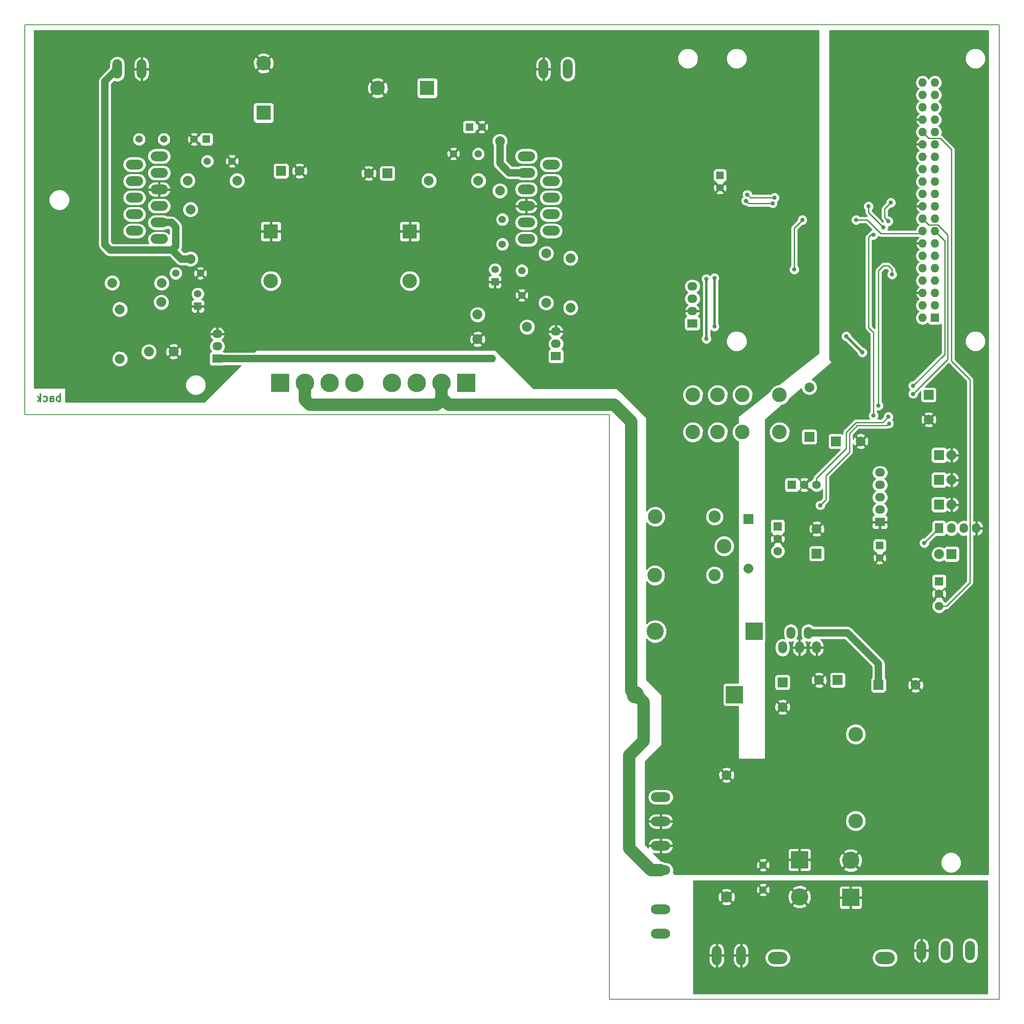
<source format=gbr>
G04 #@! TF.FileFunction,Copper,L2,Bot,Mixed*
%FSLAX46Y46*%
G04 Gerber Fmt 4.6, Leading zero omitted, Abs format (unit mm)*
G04 Created by KiCad (PCBNEW (2015-01-19 BZR 5380)-product) date Thu 19 Feb 2015 00:57:00 CET*
%MOMM*%
G01*
G04 APERTURE LIST*
%ADD10C,0.020000*%
%ADD11C,0.300000*%
%ADD12C,0.150000*%
%ADD13O,3.524000X2.000000*%
%ADD14C,2.032000*%
%ADD15C,1.998980*%
%ADD16O,1.981200X3.962400*%
%ADD17R,1.998980X1.998980*%
%ADD18C,1.501140*%
%ADD19R,1.524000X1.524000*%
%ADD20C,1.524000*%
%ADD21R,2.999740X2.999740*%
%ADD22C,2.999740*%
%ADD23C,3.810000*%
%ADD24R,3.810000X3.810000*%
%ADD25O,4.000500X2.499360*%
%ADD26R,2.032000X2.032000*%
%ADD27O,2.032000X2.032000*%
%ADD28R,1.727200X1.727200*%
%ADD29O,1.727200X1.727200*%
%ADD30C,2.500000*%
%ADD31C,3.000000*%
%ADD32R,2.032000X1.727200*%
%ADD33O,2.032000X1.727200*%
%ADD34C,1.778000*%
%ADD35R,1.778000X1.778000*%
%ADD36C,2.301240*%
%ADD37O,1.800860X2.499360*%
%ADD38O,3.962400X1.981200*%
%ADD39C,3.540760*%
%ADD40R,3.540760X3.540760*%
%ADD41R,1.727200X2.032000*%
%ADD42O,1.727200X2.032000*%
%ADD43C,0.889000*%
%ADD44C,1.500000*%
%ADD45C,0.508000*%
%ADD46C,0.254000*%
%ADD47C,2.500000*%
G04 APERTURE END LIST*
D10*
D11*
X34254000Y-105326571D02*
X34254000Y-103826571D01*
X34254000Y-104398000D02*
X34111143Y-104326571D01*
X33825429Y-104326571D01*
X33682572Y-104398000D01*
X33611143Y-104469429D01*
X33539714Y-104612286D01*
X33539714Y-105040857D01*
X33611143Y-105183714D01*
X33682572Y-105255143D01*
X33825429Y-105326571D01*
X34111143Y-105326571D01*
X34254000Y-105255143D01*
X32254000Y-105326571D02*
X32254000Y-104540857D01*
X32325429Y-104398000D01*
X32468286Y-104326571D01*
X32754000Y-104326571D01*
X32896857Y-104398000D01*
X32254000Y-105255143D02*
X32396857Y-105326571D01*
X32754000Y-105326571D01*
X32896857Y-105255143D01*
X32968286Y-105112286D01*
X32968286Y-104969429D01*
X32896857Y-104826571D01*
X32754000Y-104755143D01*
X32396857Y-104755143D01*
X32254000Y-104683714D01*
X30896857Y-105255143D02*
X31039714Y-105326571D01*
X31325428Y-105326571D01*
X31468286Y-105255143D01*
X31539714Y-105183714D01*
X31611143Y-105040857D01*
X31611143Y-104612286D01*
X31539714Y-104469429D01*
X31468286Y-104398000D01*
X31325428Y-104326571D01*
X31039714Y-104326571D01*
X30896857Y-104398000D01*
X30254000Y-105326571D02*
X30254000Y-103826571D01*
X30111143Y-104755143D02*
X29682572Y-105326571D01*
X29682572Y-104326571D02*
X30254000Y-104898000D01*
D12*
X227000000Y-28000000D02*
X27000000Y-28000000D01*
X227000000Y-228000000D02*
X227000000Y-28000000D01*
X147000000Y-228000000D02*
X227000000Y-228000000D01*
X147000000Y-108000000D02*
X147000000Y-228000000D01*
X27000000Y-108000000D02*
X147000000Y-108000000D01*
X27000000Y-28000000D02*
X27000000Y-108000000D01*
D13*
X54580000Y-72000000D03*
X49500000Y-70300000D03*
X54580000Y-68600000D03*
X49500000Y-66900000D03*
X54580000Y-65200000D03*
X49500000Y-63500000D03*
X54580000Y-61800000D03*
X49500000Y-60100000D03*
X54580000Y-58400000D03*
X49500000Y-56700000D03*
X54580000Y-55000000D03*
D14*
X52460000Y-95080000D03*
X55000000Y-84920000D03*
X57540000Y-95080000D03*
D15*
X61000000Y-65920000D03*
X61000000Y-76080000D03*
X44920000Y-81000000D03*
X55080000Y-81000000D03*
D16*
X45974000Y-37084000D03*
X50974000Y-37084000D03*
D13*
X129920000Y-55000000D03*
X135000000Y-56700000D03*
X129920000Y-58400000D03*
X135000000Y-60100000D03*
X129920000Y-61800000D03*
X135000000Y-63500000D03*
X129920000Y-65200000D03*
X135000000Y-66900000D03*
X129920000Y-68600000D03*
X135000000Y-70300000D03*
X129920000Y-72000000D03*
D14*
X119920000Y-87460000D03*
X130080000Y-90000000D03*
X119920000Y-92540000D03*
D15*
X124500000Y-62080000D03*
X124500000Y-51920000D03*
X134000000Y-74920000D03*
X134000000Y-85080000D03*
D16*
X138430000Y-37084000D03*
X133430000Y-37084000D03*
D17*
X79595000Y-58000000D03*
D15*
X83405000Y-58000000D03*
D18*
X55540000Y-51500000D03*
X50460000Y-51500000D03*
X69540000Y-56000000D03*
X64460000Y-56000000D03*
D19*
X64270000Y-51500000D03*
D20*
X61730000Y-51500000D03*
D19*
X62500000Y-85770000D03*
D20*
X62500000Y-83230000D03*
D18*
X63040000Y-79000000D03*
X57960000Y-79000000D03*
D17*
X101405000Y-58500000D03*
D15*
X97595000Y-58500000D03*
D18*
X125000000Y-67960000D03*
X125000000Y-73040000D03*
X114960000Y-54500000D03*
X120040000Y-54500000D03*
D19*
X118230000Y-49000000D03*
D20*
X120770000Y-49000000D03*
D19*
X123500000Y-80770000D03*
D20*
X123500000Y-78230000D03*
D18*
X129000000Y-83540000D03*
X129000000Y-78460000D03*
X178500000Y-205540000D03*
X178500000Y-200460000D03*
D21*
X77500000Y-70420000D03*
D22*
X77500000Y-80580000D03*
D21*
X76000000Y-46080000D03*
D22*
X76000000Y-35920000D03*
D19*
X169672000Y-58928000D03*
D20*
X169672000Y-61468000D03*
D17*
X189500000Y-136540000D03*
D15*
X189500000Y-131460000D03*
D21*
X106000000Y-70420000D03*
D22*
X106000000Y-80580000D03*
D21*
X109580000Y-41000000D03*
D22*
X99420000Y-41000000D03*
D17*
X182500000Y-162960000D03*
D15*
X182500000Y-168040000D03*
D17*
X202190000Y-163500000D03*
D15*
X209810000Y-163500000D03*
D17*
X193460000Y-113500000D03*
D15*
X198540000Y-113500000D03*
D19*
X202438000Y-134874000D03*
D20*
X202438000Y-137414000D03*
D17*
X212500000Y-103960000D03*
D15*
X212500000Y-109040000D03*
D23*
X84460000Y-101500000D03*
X89540000Y-101500000D03*
D24*
X79380000Y-101500000D03*
D23*
X94620000Y-101500000D03*
X112540000Y-101500000D03*
X107460000Y-101500000D03*
D24*
X117620000Y-101500000D03*
D23*
X102380000Y-101500000D03*
D15*
X190000000Y-162500000D03*
D17*
X193810000Y-162500000D03*
D25*
X181499260Y-219500000D03*
X203500740Y-219500000D03*
D26*
X214630000Y-121412000D03*
D27*
X217170000Y-121412000D03*
D28*
X213770000Y-88130000D03*
D29*
X211230000Y-88130000D03*
X213770000Y-85590000D03*
X211230000Y-85590000D03*
X213770000Y-83050000D03*
X211230000Y-83050000D03*
X213770000Y-80510000D03*
X211230000Y-80510000D03*
X213770000Y-77970000D03*
X211230000Y-77970000D03*
X213770000Y-75430000D03*
X211230000Y-75430000D03*
X213770000Y-72890000D03*
X211230000Y-72890000D03*
X213770000Y-70350000D03*
X211230000Y-70350000D03*
X213770000Y-67810000D03*
X211230000Y-67810000D03*
X213770000Y-65270000D03*
X211230000Y-65270000D03*
X213770000Y-62730000D03*
X211230000Y-62730000D03*
X213770000Y-60190000D03*
X211230000Y-60190000D03*
X213770000Y-57650000D03*
X211230000Y-57650000D03*
X213770000Y-55110000D03*
X211230000Y-55110000D03*
X213770000Y-52570000D03*
X211230000Y-52570000D03*
X213770000Y-50030000D03*
X211230000Y-50030000D03*
X213770000Y-47490000D03*
X211230000Y-47490000D03*
X213770000Y-44950000D03*
X211230000Y-44950000D03*
X213770000Y-42410000D03*
X211230000Y-42410000D03*
X213770000Y-39870000D03*
X211230000Y-39870000D03*
D30*
X168550000Y-128950000D03*
D31*
X156350000Y-128950000D03*
X156300000Y-141000000D03*
D30*
X168550000Y-140950000D03*
D31*
X170500000Y-135000000D03*
D22*
X181880000Y-111620000D03*
X181880000Y-104000000D03*
X174260000Y-104000000D03*
X169180000Y-104000000D03*
X164100000Y-104000000D03*
X174260000Y-111620000D03*
X169180000Y-111620000D03*
X164100000Y-111620000D03*
D31*
X197500000Y-173610000D03*
X197500000Y-191390000D03*
D26*
X217170000Y-136652000D03*
D27*
X214630000Y-136652000D03*
D26*
X214630000Y-116332000D03*
D27*
X217170000Y-116332000D03*
D32*
X164000000Y-89310000D03*
D33*
X164000000Y-86770000D03*
X164000000Y-84230000D03*
X164000000Y-81690000D03*
D32*
X66500000Y-96540000D03*
D33*
X66500000Y-94000000D03*
X66500000Y-91460000D03*
D32*
X136000000Y-96040000D03*
D33*
X136000000Y-93500000D03*
X136000000Y-90960000D03*
D32*
X202500000Y-130080000D03*
D33*
X202500000Y-127540000D03*
X202500000Y-125000000D03*
X202500000Y-122460000D03*
X202500000Y-119920000D03*
D26*
X214630000Y-126492000D03*
D27*
X217170000Y-126492000D03*
D34*
X181500000Y-136040000D03*
X181500000Y-133500000D03*
D35*
X181500000Y-130960000D03*
D34*
X189484000Y-122428000D03*
X186944000Y-122428000D03*
D35*
X184404000Y-122428000D03*
D15*
X60420000Y-60000000D03*
X70580000Y-60000000D03*
X46500000Y-86420000D03*
X46500000Y-96580000D03*
X120080000Y-60000000D03*
X109920000Y-60000000D03*
X139000000Y-75920000D03*
X139000000Y-86080000D03*
X171000000Y-182000660D03*
D36*
X171000000Y-206999340D03*
D16*
X169000000Y-219000000D03*
X174000000Y-219000000D03*
X221000000Y-218000000D03*
X216000000Y-218000000D03*
X211000000Y-218000000D03*
D37*
X186000000Y-155799840D03*
X182499880Y-155799840D03*
X189500120Y-155799840D03*
X187800860Y-152800100D03*
X184199140Y-152800100D03*
D34*
X214630000Y-147320000D03*
X214630000Y-144780000D03*
D35*
X214630000Y-142240000D03*
D38*
X157500000Y-214500000D03*
X157500000Y-209500000D03*
X157500000Y-186500000D03*
X157500000Y-191500000D03*
X157500000Y-201500000D03*
X157500000Y-196500000D03*
D15*
X175500000Y-139580000D03*
D17*
X175500000Y-129420000D03*
D39*
X196500000Y-199500000D03*
D40*
X196500000Y-207120000D03*
D39*
X186000000Y-207000000D03*
D40*
X186000000Y-199380000D03*
D39*
X152340000Y-165500000D03*
D40*
X172660000Y-165500000D03*
D39*
X156340000Y-152500000D03*
D40*
X176660000Y-152500000D03*
D15*
X188000000Y-102420000D03*
D17*
X188000000Y-112580000D03*
D41*
X214630000Y-131318000D03*
D42*
X217170000Y-131318000D03*
X219710000Y-131318000D03*
X222250000Y-131318000D03*
D43*
X166878000Y-80137000D03*
X166878000Y-92456000D03*
X168529000Y-80010000D03*
X168529000Y-89916000D03*
X211582000Y-134366000D03*
X197612000Y-68072000D03*
X195580000Y-91948000D03*
X198882000Y-95250000D03*
X204216000Y-108458000D03*
X209296000Y-102108000D03*
X190246000Y-126619000D03*
X204343000Y-109855000D03*
X209296000Y-103759000D03*
X203200000Y-69596000D03*
X200152000Y-65278000D03*
X122961400Y-96545400D03*
X201168000Y-71120000D03*
X201168000Y-108204000D03*
X204978000Y-79248000D03*
X202184000Y-106172000D03*
X175006000Y-64135000D03*
X180467000Y-64643000D03*
X175260000Y-62865000D03*
X180848000Y-63500000D03*
X186563000Y-68072000D03*
X184912000Y-78232000D03*
X186436000Y-45720000D03*
X181991000Y-78486000D03*
X176022000Y-78994000D03*
X211328000Y-97282000D03*
X203708000Y-104394000D03*
X198628000Y-106426000D03*
X195834000Y-54610000D03*
X188300000Y-64100000D03*
X183896000Y-58420000D03*
X161798000Y-54356000D03*
X172212000Y-52832000D03*
X173990000Y-58420000D03*
X193700000Y-64100000D03*
X186817000Y-57404000D03*
X183261000Y-51816000D03*
X159639000Y-65024000D03*
X159766000Y-72009000D03*
X172466000Y-69215000D03*
X171831000Y-47879000D03*
X181483000Y-46101000D03*
X184785000Y-43180000D03*
X176022000Y-39878000D03*
X176911000Y-31623000D03*
X204216000Y-68326000D03*
X204724000Y-64516000D03*
D44*
X61000000Y-76080000D02*
X59080000Y-76080000D01*
X59080000Y-76080000D02*
X57500000Y-74500000D01*
X57500000Y-74500000D02*
X57250000Y-74250000D01*
X54580000Y-68600000D02*
X57100000Y-68600000D01*
X58000000Y-73500000D02*
X57250000Y-74250000D01*
X58000000Y-69500000D02*
X58000000Y-73500000D01*
X57100000Y-68600000D02*
X58000000Y-69500000D01*
X44532000Y-74250000D02*
X43434000Y-73152000D01*
X43434000Y-73152000D02*
X43434000Y-39624000D01*
X43434000Y-39624000D02*
X45974000Y-37084000D01*
X57250000Y-74250000D02*
X44532000Y-74250000D01*
X124500000Y-56500000D02*
X126400000Y-58400000D01*
X126400000Y-58400000D02*
X129920000Y-58400000D01*
X124500000Y-51920000D02*
X124500000Y-56500000D01*
D45*
X166878000Y-80137000D02*
X166878000Y-92456000D01*
X168529000Y-80010000D02*
X168529000Y-89916000D01*
D44*
X202190000Y-163500000D02*
X202190000Y-159190000D01*
X195800100Y-152800100D02*
X187800860Y-152800100D01*
X202190000Y-159190000D02*
X195800100Y-152800100D01*
D46*
X214630000Y-131318000D02*
X211582000Y-134366000D01*
X210714000Y-70866000D02*
X211230000Y-70350000D01*
X197612000Y-68072000D02*
X198628000Y-68072000D01*
X198628000Y-68072000D02*
X199136000Y-68072000D01*
X199136000Y-68072000D02*
X199898000Y-68072000D01*
X199898000Y-68072000D02*
X202692000Y-70866000D01*
X202692000Y-70866000D02*
X210714000Y-70866000D01*
D45*
X198882000Y-95250000D02*
X195580000Y-91948000D01*
D47*
X84460000Y-104960000D02*
X85500000Y-106000000D01*
X85500000Y-106000000D02*
X111500000Y-106000000D01*
X111500000Y-106000000D02*
X112540000Y-104960000D01*
X112540000Y-104960000D02*
X112540000Y-101500000D01*
X84460000Y-101500000D02*
X84460000Y-104960000D01*
X151500000Y-164660000D02*
X152340000Y-165500000D01*
X112540000Y-104540000D02*
X114000000Y-106000000D01*
X114000000Y-106000000D02*
X148000000Y-106000000D01*
X148000000Y-106000000D02*
X151500000Y-109500000D01*
X151500000Y-109500000D02*
X151500000Y-164660000D01*
X112540000Y-101500000D02*
X112540000Y-104540000D01*
X154000000Y-167000000D02*
X154000000Y-175000000D01*
X154000000Y-175000000D02*
X151000000Y-178000000D01*
X151000000Y-178000000D02*
X151000000Y-197000000D01*
X151000000Y-197000000D02*
X155500000Y-201500000D01*
X155500000Y-201500000D02*
X157500000Y-201500000D01*
X152500000Y-165500000D02*
X154000000Y-167000000D01*
X152340000Y-165500000D02*
X152500000Y-165500000D01*
D46*
X189556000Y-122500000D02*
X189484000Y-122428000D01*
X189484000Y-121031000D02*
X195580000Y-114935000D01*
X195580000Y-114935000D02*
X195580000Y-111633000D01*
X195580000Y-111633000D02*
X197612000Y-109601000D01*
X197612000Y-109601000D02*
X203073000Y-109601000D01*
X203073000Y-109601000D02*
X204216000Y-108458000D01*
X209296000Y-102108000D02*
X215773000Y-95631000D01*
X215773000Y-95631000D02*
X215773000Y-72353000D01*
X215773000Y-72353000D02*
X213770000Y-70350000D01*
X189484000Y-122428000D02*
X189484000Y-121031000D01*
X190246000Y-126619000D02*
X191389000Y-125476000D01*
X191389000Y-125476000D02*
X191389000Y-120523000D01*
X191389000Y-120523000D02*
X196215000Y-115697000D01*
X196215000Y-115697000D02*
X196215000Y-111887000D01*
X196215000Y-111887000D02*
X197866000Y-110236000D01*
X197866000Y-110236000D02*
X203962000Y-110236000D01*
X203962000Y-110236000D02*
X204343000Y-109855000D01*
X209296000Y-103759000D02*
X216408000Y-96647000D01*
X216408000Y-96647000D02*
X216408000Y-71120000D01*
X216408000Y-71120000D02*
X214376000Y-69088000D01*
X214376000Y-69088000D02*
X212508000Y-69088000D01*
X212508000Y-69088000D02*
X211230000Y-67810000D01*
X210968000Y-57912000D02*
X211230000Y-57650000D01*
X203200000Y-69596000D02*
X200152000Y-66548000D01*
X200152000Y-66548000D02*
X200152000Y-65278000D01*
X211230000Y-50030000D02*
X211320000Y-50030000D01*
X212508000Y-51308000D02*
X211230000Y-50030000D01*
X214884000Y-51308000D02*
X212508000Y-51308000D01*
X217170000Y-53594000D02*
X214884000Y-51308000D01*
X217170000Y-97028000D02*
X217170000Y-53594000D01*
X220980000Y-100838000D02*
X217170000Y-97028000D01*
X220980000Y-142494000D02*
X220980000Y-100838000D01*
X216154000Y-147320000D02*
X220980000Y-142494000D01*
X214630000Y-147320000D02*
X216154000Y-147320000D01*
D44*
X66500000Y-96540000D02*
X122956000Y-96540000D01*
X122956000Y-96540000D02*
X122961400Y-96545400D01*
X164000000Y-103900000D02*
X164100000Y-104000000D01*
D46*
X201168000Y-71120000D02*
X200660000Y-71120000D01*
X200660000Y-71120000D02*
X200152000Y-71628000D01*
X200152000Y-71628000D02*
X200152000Y-90170000D01*
X200152000Y-90170000D02*
X201168000Y-91186000D01*
X201168000Y-91186000D02*
X201168000Y-108204000D01*
X204978000Y-79248000D02*
X204978000Y-78232000D01*
X204978000Y-78232000D02*
X204216000Y-77470000D01*
X204216000Y-77470000D02*
X203200000Y-77470000D01*
X203200000Y-77470000D02*
X202184000Y-78486000D01*
X202184000Y-78486000D02*
X202184000Y-106172000D01*
X175006000Y-64135000D02*
X175514000Y-64643000D01*
X175514000Y-64643000D02*
X180467000Y-64643000D01*
X175260000Y-62865000D02*
X175895000Y-63500000D01*
X175895000Y-63500000D02*
X180848000Y-63500000D01*
X186563000Y-68072000D02*
X184912000Y-69723000D01*
X184912000Y-69723000D02*
X184912000Y-78232000D01*
X188300000Y-64100000D02*
X188400000Y-64100000D01*
X182158000Y-132842000D02*
X181500000Y-133500000D01*
X183134000Y-132842000D02*
X182158000Y-132842000D01*
X180842000Y-132842000D02*
X181500000Y-133500000D01*
X179832000Y-132842000D02*
X180842000Y-132842000D01*
X186436000Y-122936000D02*
X186944000Y-122428000D01*
X186436000Y-121920000D02*
X186944000Y-122428000D01*
X186055000Y-121539000D02*
X186944000Y-122428000D01*
X186055000Y-120777000D02*
X186055000Y-121539000D01*
X186055000Y-123317000D02*
X186944000Y-122428000D01*
X186055000Y-124079000D02*
X186055000Y-123317000D01*
X215646000Y-143764000D02*
X214630000Y-144780000D01*
X216408000Y-143764000D02*
X215646000Y-143764000D01*
X213614000Y-143764000D02*
X214630000Y-144780000D01*
X212598000Y-143764000D02*
X213614000Y-143764000D01*
X204216000Y-68326000D02*
X203454000Y-67564000D01*
X203454000Y-67564000D02*
X203454000Y-65786000D01*
X203454000Y-65786000D02*
X204724000Y-64516000D01*
G36*
X224536000Y-226822000D02*
X222625600Y-226822000D01*
X222625600Y-219041854D01*
X222625600Y-216958146D01*
X222501859Y-216336056D01*
X222149473Y-215808673D01*
X221622090Y-215456287D01*
X221000000Y-215332546D01*
X220377910Y-215456287D01*
X219850527Y-215808673D01*
X219498141Y-216336056D01*
X219374400Y-216958146D01*
X219374400Y-219041854D01*
X219498141Y-219663944D01*
X219850527Y-220191327D01*
X220377910Y-220543713D01*
X221000000Y-220667454D01*
X221622090Y-220543713D01*
X222149473Y-220191327D01*
X222501859Y-219663944D01*
X222625600Y-219041854D01*
X222625600Y-226822000D01*
X217625600Y-226822000D01*
X217625600Y-219041854D01*
X217625600Y-216958146D01*
X217501859Y-216336056D01*
X217149473Y-215808673D01*
X216622090Y-215456287D01*
X216000000Y-215332546D01*
X215377910Y-215456287D01*
X214850527Y-215808673D01*
X214498141Y-216336056D01*
X214374400Y-216958146D01*
X214374400Y-219041854D01*
X214498141Y-219663944D01*
X214850527Y-220191327D01*
X215377910Y-220543713D01*
X216000000Y-220667454D01*
X216622090Y-220543713D01*
X217149473Y-220191327D01*
X217501859Y-219663944D01*
X217625600Y-219041854D01*
X217625600Y-226822000D01*
X212625600Y-226822000D01*
X212625600Y-219117600D01*
X212625600Y-218127000D01*
X212625600Y-217873000D01*
X212625600Y-216882400D01*
X212453258Y-216269977D01*
X212059670Y-215770124D01*
X211504757Y-215458940D01*
X211378959Y-215428589D01*
X211127000Y-215548058D01*
X211127000Y-217873000D01*
X212625600Y-217873000D01*
X212625600Y-218127000D01*
X211127000Y-218127000D01*
X211127000Y-220451942D01*
X211378959Y-220571411D01*
X211504757Y-220541060D01*
X212059670Y-220229876D01*
X212453258Y-219730023D01*
X212625600Y-219117600D01*
X212625600Y-226822000D01*
X210873000Y-226822000D01*
X210873000Y-220451942D01*
X210873000Y-218127000D01*
X210873000Y-217873000D01*
X210873000Y-215548058D01*
X210621041Y-215428589D01*
X210495243Y-215458940D01*
X209940330Y-215770124D01*
X209546742Y-216269977D01*
X209374400Y-216882400D01*
X209374400Y-217873000D01*
X210873000Y-217873000D01*
X210873000Y-218127000D01*
X209374400Y-218127000D01*
X209374400Y-219117600D01*
X209546742Y-219730023D01*
X209940330Y-220229876D01*
X210495243Y-220541060D01*
X210621041Y-220571411D01*
X210873000Y-220451942D01*
X210873000Y-226822000D01*
X206187618Y-226822000D01*
X206187618Y-219500000D01*
X206044155Y-218778764D01*
X205635608Y-218167330D01*
X205024174Y-217758783D01*
X204302938Y-217615320D01*
X202698542Y-217615320D01*
X201977306Y-217758783D01*
X201365872Y-218167330D01*
X200957325Y-218778764D01*
X200813862Y-219500000D01*
X200957325Y-220221236D01*
X201365872Y-220832670D01*
X201977306Y-221241217D01*
X202698542Y-221384680D01*
X204302938Y-221384680D01*
X205024174Y-221241217D01*
X205635608Y-220832670D01*
X206044155Y-220221236D01*
X206187618Y-219500000D01*
X206187618Y-226822000D01*
X198905380Y-226822000D01*
X198905380Y-209016689D01*
X198905380Y-207405750D01*
X198905380Y-206834250D01*
X198905380Y-205223311D01*
X198808707Y-204989922D01*
X198630079Y-204811293D01*
X198396690Y-204714620D01*
X198144071Y-204714620D01*
X196785750Y-204714620D01*
X196627000Y-204873370D01*
X196627000Y-206993000D01*
X198746630Y-206993000D01*
X198905380Y-206834250D01*
X198905380Y-207405750D01*
X198746630Y-207247000D01*
X196627000Y-207247000D01*
X196627000Y-209366630D01*
X196785750Y-209525380D01*
X198144071Y-209525380D01*
X198396690Y-209525380D01*
X198630079Y-209428707D01*
X198808707Y-209250078D01*
X198905380Y-209016689D01*
X198905380Y-226822000D01*
X196373000Y-226822000D01*
X196373000Y-209366630D01*
X196373000Y-207247000D01*
X196373000Y-206993000D01*
X196373000Y-204873370D01*
X196214250Y-204714620D01*
X194855929Y-204714620D01*
X194603310Y-204714620D01*
X194369921Y-204811293D01*
X194191293Y-204989922D01*
X194094620Y-205223311D01*
X194094620Y-206834250D01*
X194253370Y-206993000D01*
X196373000Y-206993000D01*
X196373000Y-207247000D01*
X194253370Y-207247000D01*
X194094620Y-207405750D01*
X194094620Y-209016689D01*
X194191293Y-209250078D01*
X194369921Y-209428707D01*
X194603310Y-209525380D01*
X194855929Y-209525380D01*
X196214250Y-209525380D01*
X196373000Y-209366630D01*
X196373000Y-226822000D01*
X188411190Y-226822000D01*
X188411190Y-207448267D01*
X188399193Y-206491423D01*
X188056105Y-205663133D01*
X187709243Y-205470362D01*
X187529638Y-205649967D01*
X187529638Y-205290757D01*
X187336867Y-204943895D01*
X186448267Y-204588810D01*
X185491423Y-204600807D01*
X184663133Y-204943895D01*
X184470362Y-205290757D01*
X186000000Y-206820395D01*
X187529638Y-205290757D01*
X187529638Y-205649967D01*
X186179605Y-207000000D01*
X187709243Y-208529638D01*
X188056105Y-208336867D01*
X188411190Y-207448267D01*
X188411190Y-226822000D01*
X187529638Y-226822000D01*
X187529638Y-208709243D01*
X186000000Y-207179605D01*
X185820395Y-207359210D01*
X185820395Y-207000000D01*
X184290757Y-205470362D01*
X183943895Y-205663133D01*
X183588810Y-206551733D01*
X183600807Y-207508577D01*
X183943895Y-208336867D01*
X184290757Y-208529638D01*
X185820395Y-207000000D01*
X185820395Y-207359210D01*
X184470362Y-208709243D01*
X184663133Y-209056105D01*
X185551733Y-209411190D01*
X186508577Y-209399193D01*
X187336867Y-209056105D01*
X187529638Y-208709243D01*
X187529638Y-226822000D01*
X184186138Y-226822000D01*
X184186138Y-219500000D01*
X184042675Y-218778764D01*
X183634128Y-218167330D01*
X183022694Y-217758783D01*
X182301458Y-217615320D01*
X180697062Y-217615320D01*
X179975826Y-217758783D01*
X179897767Y-217810940D01*
X179897767Y-205744966D01*
X179869805Y-205194462D01*
X179712931Y-204815735D01*
X179471930Y-204747675D01*
X179292325Y-204927280D01*
X179292325Y-204568070D01*
X179224265Y-204327069D01*
X178704966Y-204142233D01*
X178154462Y-204170195D01*
X177775735Y-204327069D01*
X177707675Y-204568070D01*
X178500000Y-205360395D01*
X179292325Y-204568070D01*
X179292325Y-204927280D01*
X178679605Y-205540000D01*
X179471930Y-206332325D01*
X179712931Y-206264265D01*
X179897767Y-205744966D01*
X179897767Y-217810940D01*
X179364392Y-218167330D01*
X179292325Y-218275185D01*
X179292325Y-206511930D01*
X178500000Y-205719605D01*
X178320395Y-205899210D01*
X178320395Y-205540000D01*
X177528070Y-204747675D01*
X177287069Y-204815735D01*
X177102233Y-205335034D01*
X177130195Y-205885538D01*
X177287069Y-206264265D01*
X177528070Y-206332325D01*
X178320395Y-205540000D01*
X178320395Y-205899210D01*
X177707675Y-206511930D01*
X177775735Y-206752931D01*
X178295034Y-206937767D01*
X178845538Y-206909805D01*
X179224265Y-206752931D01*
X179292325Y-206511930D01*
X179292325Y-218275185D01*
X178955845Y-218778764D01*
X178812382Y-219500000D01*
X178955845Y-220221236D01*
X179364392Y-220832670D01*
X179975826Y-221241217D01*
X180697062Y-221384680D01*
X182301458Y-221384680D01*
X183022694Y-221241217D01*
X183634128Y-220832670D01*
X184042675Y-220221236D01*
X184186138Y-219500000D01*
X184186138Y-226822000D01*
X175625600Y-226822000D01*
X175625600Y-220117600D01*
X175625600Y-219127000D01*
X175625600Y-218873000D01*
X175625600Y-217882400D01*
X175453258Y-217269977D01*
X175059670Y-216770124D01*
X174504757Y-216458940D01*
X174378959Y-216428589D01*
X174127000Y-216548058D01*
X174127000Y-218873000D01*
X175625600Y-218873000D01*
X175625600Y-219127000D01*
X174127000Y-219127000D01*
X174127000Y-221451942D01*
X174378959Y-221571411D01*
X174504757Y-221541060D01*
X175059670Y-221229876D01*
X175453258Y-220730023D01*
X175625600Y-220117600D01*
X175625600Y-226822000D01*
X173873000Y-226822000D01*
X173873000Y-221451942D01*
X173873000Y-219127000D01*
X173873000Y-218873000D01*
X173873000Y-216548058D01*
X173621041Y-216428589D01*
X173495243Y-216458940D01*
X172940330Y-216770124D01*
X172795634Y-216953886D01*
X172795634Y-207299825D01*
X172773940Y-206589792D01*
X172543959Y-206034569D01*
X172261473Y-205917472D01*
X172081868Y-206097077D01*
X172081868Y-205737867D01*
X171964771Y-205455381D01*
X171300485Y-205203706D01*
X170590452Y-205225400D01*
X170035229Y-205455381D01*
X169918132Y-205737867D01*
X171000000Y-206819735D01*
X172081868Y-205737867D01*
X172081868Y-206097077D01*
X171179605Y-206999340D01*
X172261473Y-208081208D01*
X172543959Y-207964111D01*
X172795634Y-207299825D01*
X172795634Y-216953886D01*
X172546742Y-217269977D01*
X172374400Y-217882400D01*
X172374400Y-218873000D01*
X173873000Y-218873000D01*
X173873000Y-219127000D01*
X172374400Y-219127000D01*
X172374400Y-220117600D01*
X172546742Y-220730023D01*
X172940330Y-221229876D01*
X173495243Y-221541060D01*
X173621041Y-221571411D01*
X173873000Y-221451942D01*
X173873000Y-226822000D01*
X172081868Y-226822000D01*
X172081868Y-208260813D01*
X171000000Y-207178945D01*
X170820395Y-207358550D01*
X170820395Y-206999340D01*
X169738527Y-205917472D01*
X169456041Y-206034569D01*
X169204366Y-206698855D01*
X169226060Y-207408888D01*
X169456041Y-207964111D01*
X169738527Y-208081208D01*
X170820395Y-206999340D01*
X170820395Y-207358550D01*
X169918132Y-208260813D01*
X170035229Y-208543299D01*
X170699515Y-208794974D01*
X171409548Y-208773280D01*
X171964771Y-208543299D01*
X172081868Y-208260813D01*
X172081868Y-226822000D01*
X170625600Y-226822000D01*
X170625600Y-220117600D01*
X170625600Y-219127000D01*
X170625600Y-218873000D01*
X170625600Y-217882400D01*
X170453258Y-217269977D01*
X170059670Y-216770124D01*
X169504757Y-216458940D01*
X169378959Y-216428589D01*
X169127000Y-216548058D01*
X169127000Y-218873000D01*
X170625600Y-218873000D01*
X170625600Y-219127000D01*
X169127000Y-219127000D01*
X169127000Y-221451942D01*
X169378959Y-221571411D01*
X169504757Y-221541060D01*
X170059670Y-221229876D01*
X170453258Y-220730023D01*
X170625600Y-220117600D01*
X170625600Y-226822000D01*
X168873000Y-226822000D01*
X168873000Y-221451942D01*
X168873000Y-219127000D01*
X168873000Y-218873000D01*
X168873000Y-216548058D01*
X168621041Y-216428589D01*
X168495243Y-216458940D01*
X167940330Y-216770124D01*
X167546742Y-217269977D01*
X167374400Y-217882400D01*
X167374400Y-218873000D01*
X168873000Y-218873000D01*
X168873000Y-219127000D01*
X167374400Y-219127000D01*
X167374400Y-220117600D01*
X167546742Y-220730023D01*
X167940330Y-221229876D01*
X168495243Y-221541060D01*
X168621041Y-221571411D01*
X168873000Y-221451942D01*
X168873000Y-226822000D01*
X164211000Y-226822000D01*
X164211000Y-203708000D01*
X178435000Y-203708000D01*
X224536000Y-203708000D01*
X224536000Y-226822000D01*
X224536000Y-226822000D01*
G37*
X224536000Y-226822000D02*
X222625600Y-226822000D01*
X222625600Y-219041854D01*
X222625600Y-216958146D01*
X222501859Y-216336056D01*
X222149473Y-215808673D01*
X221622090Y-215456287D01*
X221000000Y-215332546D01*
X220377910Y-215456287D01*
X219850527Y-215808673D01*
X219498141Y-216336056D01*
X219374400Y-216958146D01*
X219374400Y-219041854D01*
X219498141Y-219663944D01*
X219850527Y-220191327D01*
X220377910Y-220543713D01*
X221000000Y-220667454D01*
X221622090Y-220543713D01*
X222149473Y-220191327D01*
X222501859Y-219663944D01*
X222625600Y-219041854D01*
X222625600Y-226822000D01*
X217625600Y-226822000D01*
X217625600Y-219041854D01*
X217625600Y-216958146D01*
X217501859Y-216336056D01*
X217149473Y-215808673D01*
X216622090Y-215456287D01*
X216000000Y-215332546D01*
X215377910Y-215456287D01*
X214850527Y-215808673D01*
X214498141Y-216336056D01*
X214374400Y-216958146D01*
X214374400Y-219041854D01*
X214498141Y-219663944D01*
X214850527Y-220191327D01*
X215377910Y-220543713D01*
X216000000Y-220667454D01*
X216622090Y-220543713D01*
X217149473Y-220191327D01*
X217501859Y-219663944D01*
X217625600Y-219041854D01*
X217625600Y-226822000D01*
X212625600Y-226822000D01*
X212625600Y-219117600D01*
X212625600Y-218127000D01*
X212625600Y-217873000D01*
X212625600Y-216882400D01*
X212453258Y-216269977D01*
X212059670Y-215770124D01*
X211504757Y-215458940D01*
X211378959Y-215428589D01*
X211127000Y-215548058D01*
X211127000Y-217873000D01*
X212625600Y-217873000D01*
X212625600Y-218127000D01*
X211127000Y-218127000D01*
X211127000Y-220451942D01*
X211378959Y-220571411D01*
X211504757Y-220541060D01*
X212059670Y-220229876D01*
X212453258Y-219730023D01*
X212625600Y-219117600D01*
X212625600Y-226822000D01*
X210873000Y-226822000D01*
X210873000Y-220451942D01*
X210873000Y-218127000D01*
X210873000Y-217873000D01*
X210873000Y-215548058D01*
X210621041Y-215428589D01*
X210495243Y-215458940D01*
X209940330Y-215770124D01*
X209546742Y-216269977D01*
X209374400Y-216882400D01*
X209374400Y-217873000D01*
X210873000Y-217873000D01*
X210873000Y-218127000D01*
X209374400Y-218127000D01*
X209374400Y-219117600D01*
X209546742Y-219730023D01*
X209940330Y-220229876D01*
X210495243Y-220541060D01*
X210621041Y-220571411D01*
X210873000Y-220451942D01*
X210873000Y-226822000D01*
X206187618Y-226822000D01*
X206187618Y-219500000D01*
X206044155Y-218778764D01*
X205635608Y-218167330D01*
X205024174Y-217758783D01*
X204302938Y-217615320D01*
X202698542Y-217615320D01*
X201977306Y-217758783D01*
X201365872Y-218167330D01*
X200957325Y-218778764D01*
X200813862Y-219500000D01*
X200957325Y-220221236D01*
X201365872Y-220832670D01*
X201977306Y-221241217D01*
X202698542Y-221384680D01*
X204302938Y-221384680D01*
X205024174Y-221241217D01*
X205635608Y-220832670D01*
X206044155Y-220221236D01*
X206187618Y-219500000D01*
X206187618Y-226822000D01*
X198905380Y-226822000D01*
X198905380Y-209016689D01*
X198905380Y-207405750D01*
X198905380Y-206834250D01*
X198905380Y-205223311D01*
X198808707Y-204989922D01*
X198630079Y-204811293D01*
X198396690Y-204714620D01*
X198144071Y-204714620D01*
X196785750Y-204714620D01*
X196627000Y-204873370D01*
X196627000Y-206993000D01*
X198746630Y-206993000D01*
X198905380Y-206834250D01*
X198905380Y-207405750D01*
X198746630Y-207247000D01*
X196627000Y-207247000D01*
X196627000Y-209366630D01*
X196785750Y-209525380D01*
X198144071Y-209525380D01*
X198396690Y-209525380D01*
X198630079Y-209428707D01*
X198808707Y-209250078D01*
X198905380Y-209016689D01*
X198905380Y-226822000D01*
X196373000Y-226822000D01*
X196373000Y-209366630D01*
X196373000Y-207247000D01*
X196373000Y-206993000D01*
X196373000Y-204873370D01*
X196214250Y-204714620D01*
X194855929Y-204714620D01*
X194603310Y-204714620D01*
X194369921Y-204811293D01*
X194191293Y-204989922D01*
X194094620Y-205223311D01*
X194094620Y-206834250D01*
X194253370Y-206993000D01*
X196373000Y-206993000D01*
X196373000Y-207247000D01*
X194253370Y-207247000D01*
X194094620Y-207405750D01*
X194094620Y-209016689D01*
X194191293Y-209250078D01*
X194369921Y-209428707D01*
X194603310Y-209525380D01*
X194855929Y-209525380D01*
X196214250Y-209525380D01*
X196373000Y-209366630D01*
X196373000Y-226822000D01*
X188411190Y-226822000D01*
X188411190Y-207448267D01*
X188399193Y-206491423D01*
X188056105Y-205663133D01*
X187709243Y-205470362D01*
X187529638Y-205649967D01*
X187529638Y-205290757D01*
X187336867Y-204943895D01*
X186448267Y-204588810D01*
X185491423Y-204600807D01*
X184663133Y-204943895D01*
X184470362Y-205290757D01*
X186000000Y-206820395D01*
X187529638Y-205290757D01*
X187529638Y-205649967D01*
X186179605Y-207000000D01*
X187709243Y-208529638D01*
X188056105Y-208336867D01*
X188411190Y-207448267D01*
X188411190Y-226822000D01*
X187529638Y-226822000D01*
X187529638Y-208709243D01*
X186000000Y-207179605D01*
X185820395Y-207359210D01*
X185820395Y-207000000D01*
X184290757Y-205470362D01*
X183943895Y-205663133D01*
X183588810Y-206551733D01*
X183600807Y-207508577D01*
X183943895Y-208336867D01*
X184290757Y-208529638D01*
X185820395Y-207000000D01*
X185820395Y-207359210D01*
X184470362Y-208709243D01*
X184663133Y-209056105D01*
X185551733Y-209411190D01*
X186508577Y-209399193D01*
X187336867Y-209056105D01*
X187529638Y-208709243D01*
X187529638Y-226822000D01*
X184186138Y-226822000D01*
X184186138Y-219500000D01*
X184042675Y-218778764D01*
X183634128Y-218167330D01*
X183022694Y-217758783D01*
X182301458Y-217615320D01*
X180697062Y-217615320D01*
X179975826Y-217758783D01*
X179897767Y-217810940D01*
X179897767Y-205744966D01*
X179869805Y-205194462D01*
X179712931Y-204815735D01*
X179471930Y-204747675D01*
X179292325Y-204927280D01*
X179292325Y-204568070D01*
X179224265Y-204327069D01*
X178704966Y-204142233D01*
X178154462Y-204170195D01*
X177775735Y-204327069D01*
X177707675Y-204568070D01*
X178500000Y-205360395D01*
X179292325Y-204568070D01*
X179292325Y-204927280D01*
X178679605Y-205540000D01*
X179471930Y-206332325D01*
X179712931Y-206264265D01*
X179897767Y-205744966D01*
X179897767Y-217810940D01*
X179364392Y-218167330D01*
X179292325Y-218275185D01*
X179292325Y-206511930D01*
X178500000Y-205719605D01*
X178320395Y-205899210D01*
X178320395Y-205540000D01*
X177528070Y-204747675D01*
X177287069Y-204815735D01*
X177102233Y-205335034D01*
X177130195Y-205885538D01*
X177287069Y-206264265D01*
X177528070Y-206332325D01*
X178320395Y-205540000D01*
X178320395Y-205899210D01*
X177707675Y-206511930D01*
X177775735Y-206752931D01*
X178295034Y-206937767D01*
X178845538Y-206909805D01*
X179224265Y-206752931D01*
X179292325Y-206511930D01*
X179292325Y-218275185D01*
X178955845Y-218778764D01*
X178812382Y-219500000D01*
X178955845Y-220221236D01*
X179364392Y-220832670D01*
X179975826Y-221241217D01*
X180697062Y-221384680D01*
X182301458Y-221384680D01*
X183022694Y-221241217D01*
X183634128Y-220832670D01*
X184042675Y-220221236D01*
X184186138Y-219500000D01*
X184186138Y-226822000D01*
X175625600Y-226822000D01*
X175625600Y-220117600D01*
X175625600Y-219127000D01*
X175625600Y-218873000D01*
X175625600Y-217882400D01*
X175453258Y-217269977D01*
X175059670Y-216770124D01*
X174504757Y-216458940D01*
X174378959Y-216428589D01*
X174127000Y-216548058D01*
X174127000Y-218873000D01*
X175625600Y-218873000D01*
X175625600Y-219127000D01*
X174127000Y-219127000D01*
X174127000Y-221451942D01*
X174378959Y-221571411D01*
X174504757Y-221541060D01*
X175059670Y-221229876D01*
X175453258Y-220730023D01*
X175625600Y-220117600D01*
X175625600Y-226822000D01*
X173873000Y-226822000D01*
X173873000Y-221451942D01*
X173873000Y-219127000D01*
X173873000Y-218873000D01*
X173873000Y-216548058D01*
X173621041Y-216428589D01*
X173495243Y-216458940D01*
X172940330Y-216770124D01*
X172795634Y-216953886D01*
X172795634Y-207299825D01*
X172773940Y-206589792D01*
X172543959Y-206034569D01*
X172261473Y-205917472D01*
X172081868Y-206097077D01*
X172081868Y-205737867D01*
X171964771Y-205455381D01*
X171300485Y-205203706D01*
X170590452Y-205225400D01*
X170035229Y-205455381D01*
X169918132Y-205737867D01*
X171000000Y-206819735D01*
X172081868Y-205737867D01*
X172081868Y-206097077D01*
X171179605Y-206999340D01*
X172261473Y-208081208D01*
X172543959Y-207964111D01*
X172795634Y-207299825D01*
X172795634Y-216953886D01*
X172546742Y-217269977D01*
X172374400Y-217882400D01*
X172374400Y-218873000D01*
X173873000Y-218873000D01*
X173873000Y-219127000D01*
X172374400Y-219127000D01*
X172374400Y-220117600D01*
X172546742Y-220730023D01*
X172940330Y-221229876D01*
X173495243Y-221541060D01*
X173621041Y-221571411D01*
X173873000Y-221451942D01*
X173873000Y-226822000D01*
X172081868Y-226822000D01*
X172081868Y-208260813D01*
X171000000Y-207178945D01*
X170820395Y-207358550D01*
X170820395Y-206999340D01*
X169738527Y-205917472D01*
X169456041Y-206034569D01*
X169204366Y-206698855D01*
X169226060Y-207408888D01*
X169456041Y-207964111D01*
X169738527Y-208081208D01*
X170820395Y-206999340D01*
X170820395Y-207358550D01*
X169918132Y-208260813D01*
X170035229Y-208543299D01*
X170699515Y-208794974D01*
X171409548Y-208773280D01*
X171964771Y-208543299D01*
X172081868Y-208260813D01*
X172081868Y-226822000D01*
X170625600Y-226822000D01*
X170625600Y-220117600D01*
X170625600Y-219127000D01*
X170625600Y-218873000D01*
X170625600Y-217882400D01*
X170453258Y-217269977D01*
X170059670Y-216770124D01*
X169504757Y-216458940D01*
X169378959Y-216428589D01*
X169127000Y-216548058D01*
X169127000Y-218873000D01*
X170625600Y-218873000D01*
X170625600Y-219127000D01*
X169127000Y-219127000D01*
X169127000Y-221451942D01*
X169378959Y-221571411D01*
X169504757Y-221541060D01*
X170059670Y-221229876D01*
X170453258Y-220730023D01*
X170625600Y-220117600D01*
X170625600Y-226822000D01*
X168873000Y-226822000D01*
X168873000Y-221451942D01*
X168873000Y-219127000D01*
X168873000Y-218873000D01*
X168873000Y-216548058D01*
X168621041Y-216428589D01*
X168495243Y-216458940D01*
X167940330Y-216770124D01*
X167546742Y-217269977D01*
X167374400Y-217882400D01*
X167374400Y-218873000D01*
X168873000Y-218873000D01*
X168873000Y-219127000D01*
X167374400Y-219127000D01*
X167374400Y-220117600D01*
X167546742Y-220730023D01*
X167940330Y-221229876D01*
X168495243Y-221541060D01*
X168621041Y-221571411D01*
X168873000Y-221451942D01*
X168873000Y-226822000D01*
X164211000Y-226822000D01*
X164211000Y-203708000D01*
X178435000Y-203708000D01*
X224536000Y-203708000D01*
X224536000Y-226822000D01*
G36*
X224663000Y-202311000D02*
X224211240Y-202311000D01*
X224211240Y-92517211D01*
X224211240Y-34517211D01*
X223886910Y-33732273D01*
X223286886Y-33131200D01*
X222502515Y-32805501D01*
X221653211Y-32804760D01*
X220868273Y-33129090D01*
X220267200Y-33729114D01*
X219941501Y-34513485D01*
X219940760Y-35362789D01*
X220265090Y-36147727D01*
X220865114Y-36748800D01*
X221649485Y-37074499D01*
X222498789Y-37075240D01*
X223283727Y-36750910D01*
X223884800Y-36150886D01*
X224210499Y-35366515D01*
X224211240Y-34517211D01*
X224211240Y-92517211D01*
X223886910Y-91732273D01*
X223286886Y-91131200D01*
X222502515Y-90805501D01*
X221653211Y-90804760D01*
X220868273Y-91129090D01*
X220267200Y-91729114D01*
X219941501Y-92513485D01*
X219940760Y-93362789D01*
X220265090Y-94147727D01*
X220865114Y-94748800D01*
X221649485Y-95074499D01*
X222498789Y-95075240D01*
X223283727Y-94750910D01*
X223884800Y-94150886D01*
X224210499Y-93366515D01*
X224211240Y-92517211D01*
X224211240Y-202311000D01*
X223735184Y-202311000D01*
X223735184Y-131679913D01*
X223735184Y-130956087D01*
X223541954Y-130403680D01*
X223152036Y-129967268D01*
X222624791Y-129713291D01*
X222609026Y-129710642D01*
X222377000Y-129831783D01*
X222377000Y-131191000D01*
X223590924Y-131191000D01*
X223735184Y-130956087D01*
X223735184Y-131679913D01*
X223590924Y-131445000D01*
X222377000Y-131445000D01*
X222377000Y-132804217D01*
X222609026Y-132925358D01*
X222624791Y-132922709D01*
X223152036Y-132668732D01*
X223541954Y-132232320D01*
X223735184Y-131679913D01*
X223735184Y-202311000D01*
X222123000Y-202311000D01*
X222123000Y-132804217D01*
X222123000Y-131445000D01*
X222103000Y-131445000D01*
X222103000Y-131191000D01*
X222123000Y-131191000D01*
X222123000Y-129831783D01*
X221890974Y-129710642D01*
X221875209Y-129713291D01*
X221742000Y-129777458D01*
X221742000Y-100838000D01*
X221683996Y-100546396D01*
X221683996Y-100546395D01*
X221617834Y-100447376D01*
X221518816Y-100299185D01*
X217932000Y-96712369D01*
X217932000Y-53594000D01*
X217873996Y-53302395D01*
X217708815Y-53055185D01*
X217708815Y-53055184D01*
X215422815Y-50769185D01*
X215175605Y-50604004D01*
X215160847Y-50601068D01*
X215268600Y-50059359D01*
X215268600Y-50000641D01*
X215154526Y-49427152D01*
X214829670Y-48940971D01*
X214558827Y-48760000D01*
X214829670Y-48579029D01*
X215154526Y-48092848D01*
X215268600Y-47519359D01*
X215268600Y-47460641D01*
X215154526Y-46887152D01*
X214829670Y-46400971D01*
X214558827Y-46220000D01*
X214829670Y-46039029D01*
X215154526Y-45552848D01*
X215268600Y-44979359D01*
X215268600Y-44920641D01*
X215154526Y-44347152D01*
X214829670Y-43860971D01*
X214558827Y-43680000D01*
X214829670Y-43499029D01*
X215154526Y-43012848D01*
X215268600Y-42439359D01*
X215268600Y-42380641D01*
X215154526Y-41807152D01*
X214829670Y-41320971D01*
X214558827Y-41140000D01*
X214829670Y-40959029D01*
X215154526Y-40472848D01*
X215268600Y-39899359D01*
X215268600Y-39840641D01*
X215154526Y-39267152D01*
X214829670Y-38780971D01*
X214343489Y-38456115D01*
X213770000Y-38342041D01*
X213196511Y-38456115D01*
X212710330Y-38780971D01*
X212500000Y-39095751D01*
X212289670Y-38780971D01*
X211803489Y-38456115D01*
X211230000Y-38342041D01*
X210656511Y-38456115D01*
X210170330Y-38780971D01*
X209845474Y-39267152D01*
X209731400Y-39840641D01*
X209731400Y-39899359D01*
X209845474Y-40472848D01*
X210170330Y-40959029D01*
X210441172Y-41140000D01*
X210170330Y-41320971D01*
X209845474Y-41807152D01*
X209731400Y-42380641D01*
X209731400Y-42439359D01*
X209845474Y-43012848D01*
X210170330Y-43499029D01*
X210441172Y-43680000D01*
X210170330Y-43860971D01*
X209845474Y-44347152D01*
X209731400Y-44920641D01*
X209731400Y-44979359D01*
X209845474Y-45552848D01*
X210170330Y-46039029D01*
X210441160Y-46219992D01*
X210023179Y-46601510D01*
X209775032Y-47130973D01*
X209895531Y-47363000D01*
X211103000Y-47363000D01*
X211103000Y-47343000D01*
X211357000Y-47343000D01*
X211357000Y-47363000D01*
X211377000Y-47363000D01*
X211377000Y-47617000D01*
X211357000Y-47617000D01*
X211357000Y-47637000D01*
X211103000Y-47637000D01*
X211103000Y-47617000D01*
X209895531Y-47617000D01*
X209775032Y-47849027D01*
X210023179Y-48378490D01*
X210441160Y-48760007D01*
X210170330Y-48940971D01*
X209845474Y-49427152D01*
X209731400Y-50000641D01*
X209731400Y-50059359D01*
X209845474Y-50632848D01*
X210170330Y-51119029D01*
X210441160Y-51299992D01*
X210023179Y-51681510D01*
X209775032Y-52210973D01*
X209895531Y-52443000D01*
X211103000Y-52443000D01*
X211103000Y-52423000D01*
X211357000Y-52423000D01*
X211357000Y-52443000D01*
X211377000Y-52443000D01*
X211377000Y-52697000D01*
X211357000Y-52697000D01*
X211357000Y-52717000D01*
X211103000Y-52717000D01*
X211103000Y-52697000D01*
X209895531Y-52697000D01*
X209775032Y-52929027D01*
X210023179Y-53458490D01*
X210441160Y-53840007D01*
X210170330Y-54020971D01*
X209845474Y-54507152D01*
X209731400Y-55080641D01*
X209731400Y-55139359D01*
X209845474Y-55712848D01*
X210170330Y-56199029D01*
X210441172Y-56380000D01*
X210170330Y-56560971D01*
X209845474Y-57047152D01*
X209731400Y-57620641D01*
X209731400Y-57679359D01*
X209845474Y-58252848D01*
X210170330Y-58739029D01*
X210441172Y-58920000D01*
X210170330Y-59100971D01*
X209845474Y-59587152D01*
X209731400Y-60160641D01*
X209731400Y-60219359D01*
X209845474Y-60792848D01*
X210170330Y-61279029D01*
X210441172Y-61460000D01*
X210170330Y-61640971D01*
X209845474Y-62127152D01*
X209731400Y-62700641D01*
X209731400Y-62759359D01*
X209845474Y-63332848D01*
X210170330Y-63819029D01*
X210441160Y-63999992D01*
X210023179Y-64381510D01*
X209775032Y-64910973D01*
X209895531Y-65143000D01*
X211103000Y-65143000D01*
X211103000Y-65123000D01*
X211357000Y-65123000D01*
X211357000Y-65143000D01*
X211377000Y-65143000D01*
X211377000Y-65397000D01*
X211357000Y-65397000D01*
X211357000Y-65417000D01*
X211103000Y-65417000D01*
X211103000Y-65397000D01*
X209895531Y-65397000D01*
X209775032Y-65629027D01*
X210023179Y-66158490D01*
X210441160Y-66540007D01*
X210170330Y-66720971D01*
X209845474Y-67207152D01*
X209731400Y-67780641D01*
X209731400Y-67839359D01*
X209845474Y-68412848D01*
X210170330Y-68899029D01*
X210441172Y-69080000D01*
X210170330Y-69260971D01*
X209845474Y-69747152D01*
X209774492Y-70104000D01*
X204157925Y-70104000D01*
X204279313Y-69811668D01*
X204279666Y-69405556D01*
X204429784Y-69405687D01*
X204826689Y-69241689D01*
X205130622Y-68938286D01*
X205295313Y-68541668D01*
X205295687Y-68112216D01*
X205131689Y-67715311D01*
X204828286Y-67411378D01*
X204431668Y-67246687D01*
X204216000Y-67246499D01*
X204216000Y-66101630D01*
X204722131Y-65595499D01*
X204937784Y-65595687D01*
X205334689Y-65431689D01*
X205638622Y-65128286D01*
X205803313Y-64731668D01*
X205803687Y-64302216D01*
X205639689Y-63905311D01*
X205336286Y-63601378D01*
X204939668Y-63436687D01*
X204510216Y-63436313D01*
X204113311Y-63600311D01*
X203809378Y-63903714D01*
X203644687Y-64300332D01*
X203644497Y-64517871D01*
X202915185Y-65247185D01*
X202750004Y-65494395D01*
X202692000Y-65786000D01*
X202692000Y-67564000D01*
X202750004Y-67855605D01*
X202915185Y-68102815D01*
X203136500Y-68324131D01*
X203136387Y-68454757D01*
X200914000Y-66232370D01*
X200914000Y-66042641D01*
X201066622Y-65890286D01*
X201231313Y-65493668D01*
X201231687Y-65064216D01*
X201067689Y-64667311D01*
X200764286Y-64363378D01*
X200367668Y-64198687D01*
X199938216Y-64198313D01*
X199541311Y-64362311D01*
X199237378Y-64665714D01*
X199072687Y-65062332D01*
X199072313Y-65491784D01*
X199236311Y-65888689D01*
X199390000Y-66042646D01*
X199390000Y-66548000D01*
X199448004Y-66839605D01*
X199613185Y-67086815D01*
X199836370Y-67310000D01*
X199136000Y-67310000D01*
X198628000Y-67310000D01*
X198376641Y-67310000D01*
X198224286Y-67157378D01*
X197827668Y-66992687D01*
X197398216Y-66992313D01*
X197001311Y-67156311D01*
X196697378Y-67459714D01*
X196532687Y-67856332D01*
X196532313Y-68285784D01*
X196696311Y-68682689D01*
X196999714Y-68986622D01*
X197396332Y-69151313D01*
X197825784Y-69151687D01*
X198222689Y-68987689D01*
X198376646Y-68834000D01*
X198628000Y-68834000D01*
X199136000Y-68834000D01*
X199582369Y-68834000D01*
X200837081Y-70088712D01*
X200557311Y-70204311D01*
X200298392Y-70462778D01*
X200298391Y-70462779D01*
X200121184Y-70581185D01*
X199613185Y-71089185D01*
X199448004Y-71336395D01*
X199390000Y-71628000D01*
X199390000Y-90170000D01*
X199448004Y-90461605D01*
X199613185Y-90708815D01*
X200406000Y-91501630D01*
X200406000Y-107439358D01*
X200253378Y-107591714D01*
X200088687Y-107988332D01*
X200088313Y-108417784D01*
X200252311Y-108814689D01*
X200276579Y-108839000D01*
X199961687Y-108839000D01*
X199961687Y-95036216D01*
X199797689Y-94639311D01*
X199494286Y-94335378D01*
X199097668Y-94170687D01*
X199059890Y-94170654D01*
X196659655Y-91770419D01*
X196659687Y-91734216D01*
X196495689Y-91337311D01*
X196192286Y-91033378D01*
X195795668Y-90868687D01*
X195366216Y-90868313D01*
X194969311Y-91032311D01*
X194665378Y-91335714D01*
X194500687Y-91732332D01*
X194500313Y-92161784D01*
X194664311Y-92558689D01*
X194967714Y-92862622D01*
X195364332Y-93027313D01*
X195402109Y-93027345D01*
X197802344Y-95427580D01*
X197802313Y-95463784D01*
X197966311Y-95860689D01*
X198269714Y-96164622D01*
X198666332Y-96329313D01*
X199095784Y-96329687D01*
X199492689Y-96165689D01*
X199796622Y-95862286D01*
X199961313Y-95465668D01*
X199961687Y-95036216D01*
X199961687Y-108839000D01*
X197612000Y-108839000D01*
X197320395Y-108897004D01*
X197073185Y-109062185D01*
X195041185Y-111094185D01*
X194876004Y-111341395D01*
X194818000Y-111633000D01*
X194818000Y-111976621D01*
X194709130Y-111903133D01*
X194459490Y-111853070D01*
X192460510Y-111853070D01*
X192218387Y-111900047D01*
X192005583Y-112039837D01*
X191863133Y-112250870D01*
X191813070Y-112500510D01*
X191813070Y-114499490D01*
X191860047Y-114741613D01*
X191999837Y-114954417D01*
X192210870Y-115096867D01*
X192460510Y-115146930D01*
X194290440Y-115146930D01*
X189646930Y-119790440D01*
X189646930Y-113579490D01*
X189646930Y-111580510D01*
X189599953Y-111338387D01*
X189460163Y-111125583D01*
X189249130Y-110983133D01*
X188999490Y-110933070D01*
X187000510Y-110933070D01*
X186758387Y-110980047D01*
X186545583Y-111119837D01*
X186403133Y-111330870D01*
X186353070Y-111580510D01*
X186353070Y-113579490D01*
X186400047Y-113821613D01*
X186539837Y-114034417D01*
X186750870Y-114176867D01*
X187000510Y-114226930D01*
X188999490Y-114226930D01*
X189241613Y-114179953D01*
X189454417Y-114040163D01*
X189596867Y-113829130D01*
X189646930Y-113579490D01*
X189646930Y-119790440D01*
X188945185Y-120492185D01*
X188780004Y-120739395D01*
X188722000Y-121031000D01*
X188722000Y-121093881D01*
X188621851Y-121135262D01*
X188192769Y-121563596D01*
X188181595Y-121590505D01*
X188016196Y-121535409D01*
X187836591Y-121715014D01*
X187123605Y-122428000D01*
X188016196Y-123320591D01*
X188181137Y-123265646D01*
X188191262Y-123290149D01*
X188619596Y-123719231D01*
X189179528Y-123951735D01*
X189785812Y-123952264D01*
X190346149Y-123720738D01*
X190627000Y-123440376D01*
X190627000Y-125160370D01*
X190247869Y-125539500D01*
X190032216Y-125539313D01*
X189635311Y-125703311D01*
X189331378Y-126006714D01*
X189166687Y-126403332D01*
X189166313Y-126832784D01*
X189330311Y-127229689D01*
X189633714Y-127533622D01*
X190030332Y-127698313D01*
X190459784Y-127698687D01*
X190856689Y-127534689D01*
X191160622Y-127231286D01*
X191325313Y-126834668D01*
X191325502Y-126617127D01*
X191927815Y-126014815D01*
X192092996Y-125767605D01*
X192150999Y-125476000D01*
X192151000Y-125476000D01*
X192151000Y-120838630D01*
X196753815Y-116235815D01*
X196753816Y-116235815D01*
X196852834Y-116087623D01*
X196918996Y-115988605D01*
X196918996Y-115988604D01*
X196977000Y-115697000D01*
X196977000Y-114026225D01*
X197121035Y-114373958D01*
X197387837Y-114472557D01*
X198360395Y-113500000D01*
X197387837Y-112527443D01*
X197121035Y-112626042D01*
X196977000Y-113013767D01*
X196977000Y-112202630D01*
X198181630Y-110998000D01*
X203962000Y-110998000D01*
X203962000Y-110997999D01*
X204253604Y-110939996D01*
X204253605Y-110939996D01*
X204261933Y-110934430D01*
X204261934Y-110934430D01*
X204556784Y-110934687D01*
X204953689Y-110770689D01*
X205257622Y-110467286D01*
X205422313Y-110070668D01*
X205422687Y-109641216D01*
X205258689Y-109244311D01*
X205107754Y-109093113D01*
X205130622Y-109070286D01*
X205295313Y-108673668D01*
X205295687Y-108244216D01*
X205131689Y-107847311D01*
X204828286Y-107543378D01*
X204431668Y-107378687D01*
X204002216Y-107378313D01*
X203605311Y-107542311D01*
X203301378Y-107845714D01*
X203136687Y-108242332D01*
X203136497Y-108459872D01*
X202757370Y-108839000D01*
X202059868Y-108839000D01*
X202082622Y-108816286D01*
X202247313Y-108419668D01*
X202247687Y-107990216D01*
X202083689Y-107593311D01*
X201930000Y-107439353D01*
X201930000Y-107235396D01*
X201968332Y-107251313D01*
X202397784Y-107251687D01*
X202794689Y-107087689D01*
X203098622Y-106784286D01*
X203263313Y-106387668D01*
X203263687Y-105958216D01*
X203099689Y-105561311D01*
X202946000Y-105407353D01*
X202946000Y-78801630D01*
X203515630Y-78232000D01*
X203900369Y-78232000D01*
X204183835Y-78515466D01*
X204063378Y-78635714D01*
X203898687Y-79032332D01*
X203898313Y-79461784D01*
X204062311Y-79858689D01*
X204365714Y-80162622D01*
X204762332Y-80327313D01*
X205191784Y-80327687D01*
X205588689Y-80163689D01*
X205892622Y-79860286D01*
X206057313Y-79463668D01*
X206057687Y-79034216D01*
X205893689Y-78637311D01*
X205740000Y-78483353D01*
X205740000Y-78232000D01*
X205681996Y-77940396D01*
X205681996Y-77940395D01*
X205615834Y-77841376D01*
X205516816Y-77693185D01*
X204754815Y-76931185D01*
X204507605Y-76766004D01*
X204216000Y-76708000D01*
X203200000Y-76708000D01*
X202908395Y-76766004D01*
X202661185Y-76931185D01*
X201645185Y-77947185D01*
X201480004Y-78194395D01*
X201422000Y-78486000D01*
X201422000Y-90362370D01*
X200914000Y-89854370D01*
X200914000Y-72183396D01*
X200952332Y-72199313D01*
X201381784Y-72199687D01*
X201778689Y-72035689D01*
X202082622Y-71732286D01*
X202204392Y-71439031D01*
X202301376Y-71503834D01*
X202400395Y-71569996D01*
X202400396Y-71569996D01*
X202692000Y-71628000D01*
X210432387Y-71628000D01*
X210023179Y-72001510D01*
X209775032Y-72530973D01*
X209895531Y-72763000D01*
X211103000Y-72763000D01*
X211103000Y-72743000D01*
X211357000Y-72743000D01*
X211357000Y-72763000D01*
X211377000Y-72763000D01*
X211377000Y-73017000D01*
X211357000Y-73017000D01*
X211357000Y-73037000D01*
X211103000Y-73037000D01*
X211103000Y-73017000D01*
X209895531Y-73017000D01*
X209775032Y-73249027D01*
X210023179Y-73778490D01*
X210441160Y-74160007D01*
X210170330Y-74340971D01*
X209845474Y-74827152D01*
X209731400Y-75400641D01*
X209731400Y-75459359D01*
X209845474Y-76032848D01*
X210170330Y-76519029D01*
X210441172Y-76700000D01*
X210170330Y-76880971D01*
X209845474Y-77367152D01*
X209731400Y-77940641D01*
X209731400Y-77999359D01*
X209845474Y-78572848D01*
X210170330Y-79059029D01*
X210441172Y-79240000D01*
X210170330Y-79420971D01*
X209845474Y-79907152D01*
X209731400Y-80480641D01*
X209731400Y-80539359D01*
X209845474Y-81112848D01*
X210170330Y-81599029D01*
X210441160Y-81779992D01*
X210023179Y-82161510D01*
X209775032Y-82690973D01*
X209895531Y-82923000D01*
X211103000Y-82923000D01*
X211103000Y-82903000D01*
X211357000Y-82903000D01*
X211357000Y-82923000D01*
X211377000Y-82923000D01*
X211377000Y-83177000D01*
X211357000Y-83177000D01*
X211357000Y-83197000D01*
X211103000Y-83197000D01*
X211103000Y-83177000D01*
X209895531Y-83177000D01*
X209775032Y-83409027D01*
X210023179Y-83938490D01*
X210441160Y-84320007D01*
X210170330Y-84500971D01*
X209845474Y-84987152D01*
X209731400Y-85560641D01*
X209731400Y-85619359D01*
X209845474Y-86192848D01*
X210170330Y-86679029D01*
X210441172Y-86860000D01*
X210170330Y-87040971D01*
X209845474Y-87527152D01*
X209731400Y-88100641D01*
X209731400Y-88159359D01*
X209845474Y-88732848D01*
X210170330Y-89219029D01*
X210656511Y-89543885D01*
X211230000Y-89657959D01*
X211803489Y-89543885D01*
X212289670Y-89219029D01*
X212299766Y-89203918D01*
X212305937Y-89235723D01*
X212445727Y-89448527D01*
X212656760Y-89590977D01*
X212906400Y-89641040D01*
X214633600Y-89641040D01*
X214875723Y-89594063D01*
X215011000Y-89505200D01*
X215011000Y-95315369D01*
X209297869Y-101028500D01*
X209082216Y-101028313D01*
X208685311Y-101192311D01*
X208381378Y-101495714D01*
X208216687Y-101892332D01*
X208216313Y-102321784D01*
X208380311Y-102718689D01*
X208594855Y-102933608D01*
X208381378Y-103146714D01*
X208216687Y-103543332D01*
X208216313Y-103972784D01*
X208380311Y-104369689D01*
X208683714Y-104673622D01*
X209080332Y-104838313D01*
X209509784Y-104838687D01*
X209906689Y-104674689D01*
X210210622Y-104371286D01*
X210375313Y-103974668D01*
X210375502Y-103757127D01*
X210853070Y-103279560D01*
X210853070Y-104959490D01*
X210900047Y-105201613D01*
X211039837Y-105414417D01*
X211250870Y-105556867D01*
X211500510Y-105606930D01*
X213499490Y-105606930D01*
X213741613Y-105559953D01*
X213954417Y-105420163D01*
X214096867Y-105209130D01*
X214146930Y-104959490D01*
X214146930Y-102960510D01*
X214099953Y-102718387D01*
X213960163Y-102505583D01*
X213749130Y-102363133D01*
X213499490Y-102313070D01*
X211819560Y-102313070D01*
X216605001Y-97527628D01*
X216631185Y-97566815D01*
X220218000Y-101153630D01*
X220218000Y-129735702D01*
X219710000Y-129634655D01*
X219136511Y-129748729D01*
X218775975Y-129989631D01*
X218775975Y-126874944D01*
X218775975Y-126109056D01*
X218775975Y-121794944D01*
X218775975Y-121029056D01*
X218775975Y-116714944D01*
X218775975Y-115949056D01*
X218576385Y-115467182D01*
X218138379Y-114994812D01*
X217552946Y-114726017D01*
X217297000Y-114844633D01*
X217297000Y-116205000D01*
X218656836Y-116205000D01*
X218775975Y-115949056D01*
X218775975Y-116714944D01*
X218656836Y-116459000D01*
X217297000Y-116459000D01*
X217297000Y-117819367D01*
X217552946Y-117937983D01*
X218138379Y-117669188D01*
X218576385Y-117196818D01*
X218775975Y-116714944D01*
X218775975Y-121029056D01*
X218576385Y-120547182D01*
X218138379Y-120074812D01*
X217552946Y-119806017D01*
X217297000Y-119924633D01*
X217297000Y-121285000D01*
X218656836Y-121285000D01*
X218775975Y-121029056D01*
X218775975Y-121794944D01*
X218656836Y-121539000D01*
X217297000Y-121539000D01*
X217297000Y-122899367D01*
X217552946Y-123017983D01*
X218138379Y-122749188D01*
X218576385Y-122276818D01*
X218775975Y-121794944D01*
X218775975Y-126109056D01*
X218576385Y-125627182D01*
X218138379Y-125154812D01*
X217552946Y-124886017D01*
X217297000Y-125004633D01*
X217297000Y-126365000D01*
X218656836Y-126365000D01*
X218775975Y-126109056D01*
X218775975Y-126874944D01*
X218656836Y-126619000D01*
X217297000Y-126619000D01*
X217297000Y-127979367D01*
X217552946Y-128097983D01*
X218138379Y-127829188D01*
X218576385Y-127356818D01*
X218775975Y-126874944D01*
X218775975Y-129989631D01*
X218650330Y-130073585D01*
X218440000Y-130388365D01*
X218229670Y-130073585D01*
X217743489Y-129748729D01*
X217170000Y-129634655D01*
X217043000Y-129659916D01*
X217043000Y-127979367D01*
X217043000Y-126619000D01*
X217023000Y-126619000D01*
X217023000Y-126365000D01*
X217043000Y-126365000D01*
X217043000Y-125004633D01*
X217043000Y-122899367D01*
X217043000Y-121539000D01*
X217023000Y-121539000D01*
X217023000Y-121285000D01*
X217043000Y-121285000D01*
X217043000Y-119924633D01*
X217043000Y-117819367D01*
X217043000Y-116459000D01*
X217023000Y-116459000D01*
X217023000Y-116205000D01*
X217043000Y-116205000D01*
X217043000Y-114844633D01*
X216787054Y-114726017D01*
X216201621Y-114994812D01*
X216197467Y-114999291D01*
X216106673Y-114861073D01*
X215895640Y-114718623D01*
X215646000Y-114668560D01*
X214145401Y-114668560D01*
X214145401Y-109304418D01*
X214121341Y-108654623D01*
X213918965Y-108166042D01*
X213652163Y-108067443D01*
X213472557Y-108247048D01*
X213472557Y-107887837D01*
X213373958Y-107621035D01*
X212764418Y-107394599D01*
X212114623Y-107418659D01*
X211626042Y-107621035D01*
X211527443Y-107887837D01*
X212500000Y-108860395D01*
X213472557Y-107887837D01*
X213472557Y-108247048D01*
X212679605Y-109040000D01*
X213652163Y-110012557D01*
X213918965Y-109913958D01*
X214145401Y-109304418D01*
X214145401Y-114668560D01*
X213614000Y-114668560D01*
X213472557Y-114696002D01*
X213472557Y-110192163D01*
X212500000Y-109219605D01*
X212320395Y-109399210D01*
X212320395Y-109040000D01*
X211347837Y-108067443D01*
X211081035Y-108166042D01*
X210854599Y-108775582D01*
X210878659Y-109425377D01*
X211081035Y-109913958D01*
X211347837Y-110012557D01*
X212320395Y-109040000D01*
X212320395Y-109399210D01*
X211527443Y-110192163D01*
X211626042Y-110458965D01*
X212235582Y-110685401D01*
X212885377Y-110661341D01*
X213373958Y-110458965D01*
X213472557Y-110192163D01*
X213472557Y-114696002D01*
X213371877Y-114715537D01*
X213159073Y-114855327D01*
X213016623Y-115066360D01*
X212966560Y-115316000D01*
X212966560Y-117348000D01*
X213013537Y-117590123D01*
X213153327Y-117802927D01*
X213364360Y-117945377D01*
X213614000Y-117995440D01*
X215646000Y-117995440D01*
X215888123Y-117948463D01*
X216100927Y-117808673D01*
X216197836Y-117665106D01*
X216201621Y-117669188D01*
X216787054Y-117937983D01*
X217043000Y-117819367D01*
X217043000Y-119924633D01*
X216787054Y-119806017D01*
X216201621Y-120074812D01*
X216197467Y-120079291D01*
X216106673Y-119941073D01*
X215895640Y-119798623D01*
X215646000Y-119748560D01*
X213614000Y-119748560D01*
X213371877Y-119795537D01*
X213159073Y-119935327D01*
X213016623Y-120146360D01*
X212966560Y-120396000D01*
X212966560Y-122428000D01*
X213013537Y-122670123D01*
X213153327Y-122882927D01*
X213364360Y-123025377D01*
X213614000Y-123075440D01*
X215646000Y-123075440D01*
X215888123Y-123028463D01*
X216100927Y-122888673D01*
X216197836Y-122745106D01*
X216201621Y-122749188D01*
X216787054Y-123017983D01*
X217043000Y-122899367D01*
X217043000Y-125004633D01*
X216787054Y-124886017D01*
X216201621Y-125154812D01*
X216197467Y-125159291D01*
X216106673Y-125021073D01*
X215895640Y-124878623D01*
X215646000Y-124828560D01*
X213614000Y-124828560D01*
X213371877Y-124875537D01*
X213159073Y-125015327D01*
X213016623Y-125226360D01*
X212966560Y-125476000D01*
X212966560Y-127508000D01*
X213013537Y-127750123D01*
X213153327Y-127962927D01*
X213364360Y-128105377D01*
X213614000Y-128155440D01*
X215646000Y-128155440D01*
X215888123Y-128108463D01*
X216100927Y-127968673D01*
X216197836Y-127825106D01*
X216201621Y-127829188D01*
X216787054Y-128097983D01*
X217043000Y-127979367D01*
X217043000Y-129659916D01*
X216596511Y-129748729D01*
X216110330Y-130073585D01*
X216099784Y-130089367D01*
X216094063Y-130059877D01*
X215954273Y-129847073D01*
X215743240Y-129704623D01*
X215493600Y-129654560D01*
X213766400Y-129654560D01*
X213524277Y-129701537D01*
X213311473Y-129841327D01*
X213169023Y-130052360D01*
X213118960Y-130302000D01*
X213118960Y-131751410D01*
X211583869Y-133286500D01*
X211368216Y-133286313D01*
X210971311Y-133450311D01*
X210667378Y-133753714D01*
X210502687Y-134150332D01*
X210502313Y-134579784D01*
X210666311Y-134976689D01*
X210969714Y-135280622D01*
X211366332Y-135445313D01*
X211795784Y-135445687D01*
X212192689Y-135281689D01*
X212496622Y-134978286D01*
X212661313Y-134581668D01*
X212661502Y-134364127D01*
X214044190Y-132981440D01*
X215493600Y-132981440D01*
X215735723Y-132934463D01*
X215948527Y-132794673D01*
X216090977Y-132583640D01*
X216098718Y-132545037D01*
X216110330Y-132562415D01*
X216596511Y-132887271D01*
X217170000Y-133001345D01*
X217743489Y-132887271D01*
X218229670Y-132562415D01*
X218440000Y-132247634D01*
X218650330Y-132562415D01*
X219136511Y-132887271D01*
X219710000Y-133001345D01*
X220218000Y-132900297D01*
X220218000Y-142178369D01*
X218833440Y-143562929D01*
X218833440Y-137668000D01*
X218833440Y-135636000D01*
X218786463Y-135393877D01*
X218646673Y-135181073D01*
X218435640Y-135038623D01*
X218186000Y-134988560D01*
X216154000Y-134988560D01*
X215911877Y-135035537D01*
X215699073Y-135175327D01*
X215595843Y-135328256D01*
X215294155Y-135126675D01*
X214662345Y-135001000D01*
X214597655Y-135001000D01*
X213965845Y-135126675D01*
X213430222Y-135484567D01*
X213072330Y-136020190D01*
X212946655Y-136652000D01*
X213072330Y-137283810D01*
X213430222Y-137819433D01*
X213965845Y-138177325D01*
X214597655Y-138303000D01*
X214662345Y-138303000D01*
X215294155Y-138177325D01*
X215596398Y-137975372D01*
X215693327Y-138122927D01*
X215904360Y-138265377D01*
X216154000Y-138315440D01*
X218186000Y-138315440D01*
X218428123Y-138268463D01*
X218640927Y-138128673D01*
X218783377Y-137917640D01*
X218833440Y-137668000D01*
X218833440Y-143562929D01*
X216166440Y-146229929D01*
X216166440Y-143129000D01*
X216166440Y-141351000D01*
X216119463Y-141108877D01*
X215979673Y-140896073D01*
X215768640Y-140753623D01*
X215519000Y-140703560D01*
X213741000Y-140703560D01*
X213498877Y-140750537D01*
X213286073Y-140890327D01*
X213143623Y-141101360D01*
X213093560Y-141351000D01*
X213093560Y-143129000D01*
X213140537Y-143371123D01*
X213280327Y-143583927D01*
X213490342Y-143725689D01*
X213443212Y-143772820D01*
X213557801Y-143887409D01*
X213302461Y-143972467D01*
X213094484Y-144541965D01*
X213120277Y-145147700D01*
X213302461Y-145587533D01*
X213557804Y-145672591D01*
X214450395Y-144780000D01*
X214436252Y-144765857D01*
X214615857Y-144586252D01*
X214630000Y-144600395D01*
X214644142Y-144586252D01*
X214823747Y-144765857D01*
X214809605Y-144780000D01*
X215702196Y-145672591D01*
X215957539Y-145587533D01*
X216165516Y-145018035D01*
X216139723Y-144412300D01*
X215957539Y-143972467D01*
X215702198Y-143887409D01*
X215816788Y-143772820D01*
X215768551Y-143724583D01*
X215973927Y-143589673D01*
X216116377Y-143378640D01*
X216166440Y-143129000D01*
X216166440Y-146229929D01*
X216165516Y-146230853D01*
X215927352Y-146469017D01*
X215922738Y-146457851D01*
X215494404Y-146028769D01*
X215467494Y-146017595D01*
X215522591Y-145852196D01*
X214630000Y-144959605D01*
X214450395Y-145139210D01*
X213737409Y-145852196D01*
X213792353Y-146017137D01*
X213767851Y-146027262D01*
X213338769Y-146455596D01*
X213106265Y-147015528D01*
X213105736Y-147621812D01*
X213337262Y-148182149D01*
X213765596Y-148611231D01*
X214325528Y-148843735D01*
X214931812Y-148844264D01*
X215492149Y-148612738D01*
X215921231Y-148184404D01*
X215963752Y-148082000D01*
X216154000Y-148082000D01*
X216154000Y-148081999D01*
X216445604Y-148023996D01*
X216445605Y-148023996D01*
X216692815Y-147858815D01*
X221518815Y-143032815D01*
X221518816Y-143032815D01*
X221617834Y-142884623D01*
X221683996Y-142785605D01*
X221683996Y-142785604D01*
X221742000Y-142494000D01*
X221742000Y-132858541D01*
X221875209Y-132922709D01*
X221890974Y-132925358D01*
X222123000Y-132804217D01*
X222123000Y-202311000D01*
X219211240Y-202311000D01*
X219211240Y-199517211D01*
X218886910Y-198732273D01*
X218286886Y-198131200D01*
X217502515Y-197805501D01*
X216653211Y-197804760D01*
X215868273Y-198129090D01*
X215267200Y-198729114D01*
X214941501Y-199513485D01*
X214940760Y-200362789D01*
X215265090Y-201147727D01*
X215865114Y-201748800D01*
X216649485Y-202074499D01*
X217498789Y-202075240D01*
X218283727Y-201750910D01*
X218884800Y-201150886D01*
X219210499Y-200366515D01*
X219211240Y-199517211D01*
X219211240Y-202311000D01*
X211455401Y-202311000D01*
X211455401Y-163764418D01*
X211431341Y-163114623D01*
X211228965Y-162626042D01*
X210962163Y-162527443D01*
X210782557Y-162707048D01*
X210782557Y-162347837D01*
X210683958Y-162081035D01*
X210074418Y-161854599D01*
X209424623Y-161878659D01*
X208936042Y-162081035D01*
X208837443Y-162347837D01*
X209810000Y-163320395D01*
X210782557Y-162347837D01*
X210782557Y-162707048D01*
X209989605Y-163500000D01*
X210962163Y-164472557D01*
X211228965Y-164373958D01*
X211455401Y-163764418D01*
X211455401Y-202311000D01*
X210782557Y-202311000D01*
X210782557Y-164652163D01*
X209810000Y-163679605D01*
X209630395Y-163859210D01*
X209630395Y-163500000D01*
X208657837Y-162527443D01*
X208391035Y-162626042D01*
X208164599Y-163235582D01*
X208188659Y-163885377D01*
X208391035Y-164373958D01*
X208657837Y-164472557D01*
X209630395Y-163500000D01*
X209630395Y-163859210D01*
X208837443Y-164652163D01*
X208936042Y-164918965D01*
X209545582Y-165145401D01*
X210195377Y-165121341D01*
X210683958Y-164918965D01*
X210782557Y-164652163D01*
X210782557Y-202311000D01*
X204183345Y-202311000D01*
X204183345Y-127540000D01*
X204069271Y-126966511D01*
X203744415Y-126480330D01*
X203429634Y-126270000D01*
X203744415Y-126059670D01*
X204069271Y-125573489D01*
X204183345Y-125000000D01*
X204069271Y-124426511D01*
X203744415Y-123940330D01*
X203429634Y-123730000D01*
X203744415Y-123519670D01*
X204069271Y-123033489D01*
X204183345Y-122460000D01*
X204069271Y-121886511D01*
X203744415Y-121400330D01*
X203429634Y-121190000D01*
X203744415Y-120979670D01*
X204069271Y-120493489D01*
X204183345Y-119920000D01*
X204069271Y-119346511D01*
X203744415Y-118860330D01*
X203258234Y-118535474D01*
X202684745Y-118421400D01*
X202315255Y-118421400D01*
X201741766Y-118535474D01*
X201255585Y-118860330D01*
X200930729Y-119346511D01*
X200816655Y-119920000D01*
X200930729Y-120493489D01*
X201255585Y-120979670D01*
X201570365Y-121190000D01*
X201255585Y-121400330D01*
X200930729Y-121886511D01*
X200816655Y-122460000D01*
X200930729Y-123033489D01*
X201255585Y-123519670D01*
X201570365Y-123730000D01*
X201255585Y-123940330D01*
X200930729Y-124426511D01*
X200816655Y-125000000D01*
X200930729Y-125573489D01*
X201255585Y-126059670D01*
X201570365Y-126270000D01*
X201255585Y-126480330D01*
X200930729Y-126966511D01*
X200816655Y-127540000D01*
X200930729Y-128113489D01*
X201255585Y-128599670D01*
X201277779Y-128614499D01*
X201124301Y-128678073D01*
X200945673Y-128856702D01*
X200849000Y-129090091D01*
X200849000Y-129794250D01*
X201007750Y-129953000D01*
X202373000Y-129953000D01*
X202373000Y-129933000D01*
X202627000Y-129933000D01*
X202627000Y-129953000D01*
X203992250Y-129953000D01*
X204151000Y-129794250D01*
X204151000Y-129090091D01*
X204054327Y-128856702D01*
X203875699Y-128678073D01*
X203722220Y-128614499D01*
X203744415Y-128599670D01*
X204069271Y-128113489D01*
X204183345Y-127540000D01*
X204183345Y-202311000D01*
X204151000Y-202311000D01*
X204151000Y-131069909D01*
X204151000Y-130365750D01*
X203992250Y-130207000D01*
X202627000Y-130207000D01*
X202627000Y-131419850D01*
X202785750Y-131578600D01*
X203389691Y-131578600D01*
X203642310Y-131578600D01*
X203875699Y-131481927D01*
X204054327Y-131303298D01*
X204151000Y-131069909D01*
X204151000Y-202311000D01*
X203847440Y-202311000D01*
X203847440Y-135636000D01*
X203847440Y-134112000D01*
X203800463Y-133869877D01*
X203660673Y-133657073D01*
X203449640Y-133514623D01*
X203200000Y-133464560D01*
X202373000Y-133464560D01*
X202373000Y-131419850D01*
X202373000Y-130207000D01*
X201007750Y-130207000D01*
X200849000Y-130365750D01*
X200849000Y-131069909D01*
X200945673Y-131303298D01*
X201124301Y-131481927D01*
X201357690Y-131578600D01*
X201610309Y-131578600D01*
X202214250Y-131578600D01*
X202373000Y-131419850D01*
X202373000Y-133464560D01*
X201676000Y-133464560D01*
X201433877Y-133511537D01*
X201221073Y-133651327D01*
X201078623Y-133862360D01*
X201028560Y-134112000D01*
X201028560Y-135636000D01*
X201075537Y-135878123D01*
X201215327Y-136090927D01*
X201426360Y-136233377D01*
X201676000Y-136283440D01*
X201680515Y-136283440D01*
X201637392Y-136433787D01*
X202438000Y-137234395D01*
X203238608Y-136433787D01*
X203195484Y-136283440D01*
X203200000Y-136283440D01*
X203442123Y-136236463D01*
X203654927Y-136096673D01*
X203797377Y-135885640D01*
X203847440Y-135636000D01*
X203847440Y-202311000D01*
X203847144Y-202311000D01*
X203847144Y-137621698D01*
X203819362Y-137066632D01*
X203660397Y-136682857D01*
X203418213Y-136613392D01*
X202617605Y-137414000D01*
X203418213Y-138214608D01*
X203660397Y-138145143D01*
X203847144Y-137621698D01*
X203847144Y-202311000D01*
X203836930Y-202311000D01*
X203836930Y-164499490D01*
X203836930Y-162500510D01*
X203789953Y-162258387D01*
X203650163Y-162045583D01*
X203575000Y-161994847D01*
X203575000Y-159190000D01*
X203469573Y-158659984D01*
X203469573Y-158659983D01*
X203238608Y-158314319D01*
X203238608Y-138394213D01*
X202438000Y-137593605D01*
X202258395Y-137773210D01*
X202258395Y-137414000D01*
X201457787Y-136613392D01*
X201215603Y-136682857D01*
X201028856Y-137206302D01*
X201056638Y-137761368D01*
X201215603Y-138145143D01*
X201457787Y-138214608D01*
X202258395Y-137414000D01*
X202258395Y-137773210D01*
X201637392Y-138394213D01*
X201706857Y-138636397D01*
X202230302Y-138823144D01*
X202785368Y-138795362D01*
X203169143Y-138636397D01*
X203238608Y-138394213D01*
X203238608Y-158314319D01*
X203169343Y-158210657D01*
X200185401Y-155226715D01*
X200185401Y-113764418D01*
X200161341Y-113114623D01*
X199958965Y-112626042D01*
X199692163Y-112527443D01*
X199512557Y-112707048D01*
X199512557Y-112347837D01*
X199413958Y-112081035D01*
X198804418Y-111854599D01*
X198154623Y-111878659D01*
X197666042Y-112081035D01*
X197567443Y-112347837D01*
X198540000Y-113320395D01*
X199512557Y-112347837D01*
X199512557Y-112707048D01*
X198719605Y-113500000D01*
X199692163Y-114472557D01*
X199958965Y-114373958D01*
X200185401Y-113764418D01*
X200185401Y-155226715D01*
X199512557Y-154553871D01*
X199512557Y-114652163D01*
X198540000Y-113679605D01*
X197567443Y-114652163D01*
X197666042Y-114918965D01*
X198275582Y-115145401D01*
X198925377Y-115121341D01*
X199413958Y-114918965D01*
X199512557Y-114652163D01*
X199512557Y-154553871D01*
X196779443Y-151820757D01*
X196330117Y-151520527D01*
X195800100Y-151415100D01*
X191146930Y-151415100D01*
X191146930Y-137539490D01*
X191146930Y-135540510D01*
X191145401Y-135532629D01*
X191145401Y-131724418D01*
X191121341Y-131074623D01*
X190918965Y-130586042D01*
X190652163Y-130487443D01*
X190472557Y-130667048D01*
X190472557Y-130307837D01*
X190373958Y-130041035D01*
X189764418Y-129814599D01*
X189114623Y-129838659D01*
X188626042Y-130041035D01*
X188527443Y-130307837D01*
X189500000Y-131280395D01*
X190472557Y-130307837D01*
X190472557Y-130667048D01*
X189679605Y-131460000D01*
X190652163Y-132432557D01*
X190918965Y-132333958D01*
X191145401Y-131724418D01*
X191145401Y-135532629D01*
X191099953Y-135298387D01*
X190960163Y-135085583D01*
X190749130Y-134943133D01*
X190499490Y-134893070D01*
X190472557Y-134893070D01*
X190472557Y-132612163D01*
X189500000Y-131639605D01*
X189320395Y-131819210D01*
X189320395Y-131460000D01*
X188347837Y-130487443D01*
X188081035Y-130586042D01*
X187854599Y-131195582D01*
X187878659Y-131845377D01*
X188081035Y-132333958D01*
X188347837Y-132432557D01*
X189320395Y-131460000D01*
X189320395Y-131819210D01*
X188527443Y-132612163D01*
X188626042Y-132878965D01*
X189235582Y-133105401D01*
X189885377Y-133081341D01*
X190373958Y-132878965D01*
X190472557Y-132612163D01*
X190472557Y-134893070D01*
X188500510Y-134893070D01*
X188258387Y-134940047D01*
X188045583Y-135079837D01*
X187903133Y-135290870D01*
X187853070Y-135540510D01*
X187853070Y-137539490D01*
X187900047Y-137781613D01*
X188039837Y-137994417D01*
X188250870Y-138136867D01*
X188500510Y-138186930D01*
X190499490Y-138186930D01*
X190741613Y-138139953D01*
X190954417Y-138000163D01*
X191096867Y-137789130D01*
X191146930Y-137539490D01*
X191146930Y-151415100D01*
X188944628Y-151415100D01*
X188886573Y-151328214D01*
X188388444Y-150995375D01*
X187836591Y-150885604D01*
X187836591Y-123500196D01*
X186944000Y-122607605D01*
X186929857Y-122621747D01*
X186764395Y-122456285D01*
X186750252Y-122442142D01*
X186764395Y-122428000D01*
X186750252Y-122413857D01*
X186929857Y-122234252D01*
X186944000Y-122248395D01*
X187836591Y-121355804D01*
X187751533Y-121100461D01*
X187182035Y-120892484D01*
X186576300Y-120918277D01*
X186136467Y-121100461D01*
X186051409Y-121355801D01*
X185936820Y-121241212D01*
X185888583Y-121289448D01*
X185753673Y-121084073D01*
X185542640Y-120941623D01*
X185293000Y-120891560D01*
X184015240Y-120891560D01*
X184015240Y-111197211D01*
X183690910Y-110412273D01*
X183090886Y-109811200D01*
X182306515Y-109485501D01*
X181457211Y-109484760D01*
X180672273Y-109809090D01*
X180071200Y-110409114D01*
X179745501Y-111193485D01*
X179744760Y-112042789D01*
X180069090Y-112827727D01*
X180669114Y-113428800D01*
X181453485Y-113754499D01*
X182302789Y-113755240D01*
X183087727Y-113430910D01*
X183688800Y-112830886D01*
X184014499Y-112046515D01*
X184015240Y-111197211D01*
X184015240Y-120891560D01*
X183515000Y-120891560D01*
X183272877Y-120938537D01*
X183060073Y-121078327D01*
X182917623Y-121289360D01*
X182867560Y-121539000D01*
X182867560Y-123317000D01*
X182914537Y-123559123D01*
X183054327Y-123771927D01*
X183265360Y-123914377D01*
X183515000Y-123964440D01*
X185293000Y-123964440D01*
X185535123Y-123917463D01*
X185747927Y-123777673D01*
X185889689Y-123567657D01*
X185936820Y-123614788D01*
X186051409Y-123500198D01*
X186136467Y-123755539D01*
X186705965Y-123963516D01*
X187311700Y-123937723D01*
X187751533Y-123755539D01*
X187836591Y-123500196D01*
X187836591Y-150885604D01*
X187800860Y-150878497D01*
X187213276Y-150995375D01*
X186715147Y-151328214D01*
X186382308Y-151826343D01*
X186265430Y-152413927D01*
X186265430Y-153186273D01*
X186382308Y-153773857D01*
X186553032Y-154029363D01*
X186470252Y-153983437D01*
X186364808Y-153959127D01*
X186127000Y-154079780D01*
X186127000Y-155672840D01*
X187535430Y-155672840D01*
X187535430Y-155323590D01*
X187369952Y-154745674D01*
X187266401Y-154615392D01*
X187800860Y-154721703D01*
X188214638Y-154639397D01*
X188130168Y-154745674D01*
X187964690Y-155323590D01*
X187964690Y-155672840D01*
X189373120Y-155672840D01*
X189373120Y-155652840D01*
X189627120Y-155652840D01*
X189627120Y-155672840D01*
X191035550Y-155672840D01*
X191035550Y-155323590D01*
X190870072Y-154745674D01*
X190496031Y-154275075D01*
X190333856Y-154185100D01*
X195226414Y-154185100D01*
X200805000Y-159763686D01*
X200805000Y-161994237D01*
X200735583Y-162039837D01*
X200593133Y-162250870D01*
X200543070Y-162500510D01*
X200543070Y-164499490D01*
X200590047Y-164741613D01*
X200729837Y-164954417D01*
X200940870Y-165096867D01*
X201190510Y-165146930D01*
X203189490Y-165146930D01*
X203431613Y-165099953D01*
X203644417Y-164960163D01*
X203786867Y-164749130D01*
X203836930Y-164499490D01*
X203836930Y-202311000D01*
X199635370Y-202311000D01*
X199635370Y-190967185D01*
X199635370Y-173187185D01*
X199311020Y-172402200D01*
X198710959Y-171801091D01*
X197926541Y-171475372D01*
X197077185Y-171474630D01*
X196292200Y-171798980D01*
X195691091Y-172399041D01*
X195456930Y-172962962D01*
X195456930Y-163499490D01*
X195456930Y-161500510D01*
X195409953Y-161258387D01*
X195270163Y-161045583D01*
X195059130Y-160903133D01*
X194809490Y-160853070D01*
X192810510Y-160853070D01*
X192568387Y-160900047D01*
X192355583Y-161039837D01*
X192213133Y-161250870D01*
X192163070Y-161500510D01*
X192163070Y-163499490D01*
X192210047Y-163741613D01*
X192349837Y-163954417D01*
X192560870Y-164096867D01*
X192810510Y-164146930D01*
X194809490Y-164146930D01*
X195051613Y-164099953D01*
X195264417Y-163960163D01*
X195406867Y-163749130D01*
X195456930Y-163499490D01*
X195456930Y-172962962D01*
X195365372Y-173183459D01*
X195364630Y-174032815D01*
X195688980Y-174817800D01*
X196289041Y-175418909D01*
X197073459Y-175744628D01*
X197922815Y-175745370D01*
X198707800Y-175421020D01*
X199308909Y-174820959D01*
X199634628Y-174036541D01*
X199635370Y-173187185D01*
X199635370Y-190967185D01*
X199311020Y-190182200D01*
X198710959Y-189581091D01*
X197926541Y-189255372D01*
X197077185Y-189254630D01*
X196292200Y-189578980D01*
X195691091Y-190179041D01*
X195365372Y-190963459D01*
X195364630Y-191812815D01*
X195688980Y-192597800D01*
X196289041Y-193198909D01*
X197073459Y-193524628D01*
X197922815Y-193525370D01*
X198707800Y-193201020D01*
X199308909Y-192600959D01*
X199634628Y-191816541D01*
X199635370Y-190967185D01*
X199635370Y-202311000D01*
X198911190Y-202311000D01*
X198911190Y-199948267D01*
X198899193Y-198991423D01*
X198556105Y-198163133D01*
X198209243Y-197970362D01*
X198029638Y-198149967D01*
X198029638Y-197790757D01*
X197836867Y-197443895D01*
X196948267Y-197088810D01*
X195991423Y-197100807D01*
X195163133Y-197443895D01*
X194970362Y-197790757D01*
X196500000Y-199320395D01*
X198029638Y-197790757D01*
X198029638Y-198149967D01*
X196679605Y-199500000D01*
X198209243Y-201029638D01*
X198556105Y-200836867D01*
X198911190Y-199948267D01*
X198911190Y-202311000D01*
X198029638Y-202311000D01*
X198029638Y-201209243D01*
X196500000Y-199679605D01*
X196320395Y-199859210D01*
X196320395Y-199500000D01*
X194790757Y-197970362D01*
X194443895Y-198163133D01*
X194088810Y-199051733D01*
X194100807Y-200008577D01*
X194443895Y-200836867D01*
X194790757Y-201029638D01*
X196320395Y-199500000D01*
X196320395Y-199859210D01*
X194970362Y-201209243D01*
X195163133Y-201556105D01*
X196051733Y-201911190D01*
X197008577Y-201899193D01*
X197836867Y-201556105D01*
X198029638Y-201209243D01*
X198029638Y-202311000D01*
X191645401Y-202311000D01*
X191645401Y-162764418D01*
X191621341Y-162114623D01*
X191418965Y-161626042D01*
X191152163Y-161527443D01*
X191035550Y-161644055D01*
X191035550Y-156276090D01*
X191035550Y-155926840D01*
X189627120Y-155926840D01*
X189627120Y-157519900D01*
X189864928Y-157640553D01*
X189970372Y-157616243D01*
X190496031Y-157324605D01*
X190870072Y-156854006D01*
X191035550Y-156276090D01*
X191035550Y-161644055D01*
X190972557Y-161707048D01*
X190972557Y-161347837D01*
X190873958Y-161081035D01*
X190264418Y-160854599D01*
X189614623Y-160878659D01*
X189373120Y-160978692D01*
X189373120Y-157519900D01*
X189373120Y-155926840D01*
X187964690Y-155926840D01*
X187964690Y-156276090D01*
X188130168Y-156854006D01*
X188504209Y-157324605D01*
X189029868Y-157616243D01*
X189135312Y-157640553D01*
X189373120Y-157519900D01*
X189373120Y-160978692D01*
X189126042Y-161081035D01*
X189027443Y-161347837D01*
X190000000Y-162320395D01*
X190972557Y-161347837D01*
X190972557Y-161707048D01*
X190179605Y-162500000D01*
X191152163Y-163472557D01*
X191418965Y-163373958D01*
X191645401Y-162764418D01*
X191645401Y-202311000D01*
X190972557Y-202311000D01*
X190972557Y-163652163D01*
X190000000Y-162679605D01*
X189820395Y-162859210D01*
X189820395Y-162500000D01*
X188847837Y-161527443D01*
X188581035Y-161626042D01*
X188354599Y-162235582D01*
X188378659Y-162885377D01*
X188581035Y-163373958D01*
X188847837Y-163472557D01*
X189820395Y-162500000D01*
X189820395Y-162859210D01*
X189027443Y-163652163D01*
X189126042Y-163918965D01*
X189735582Y-164145401D01*
X190385377Y-164121341D01*
X190873958Y-163918965D01*
X190972557Y-163652163D01*
X190972557Y-202311000D01*
X188405380Y-202311000D01*
X188405380Y-201276689D01*
X188405380Y-199665750D01*
X188405380Y-199094250D01*
X188405380Y-197483311D01*
X188308707Y-197249922D01*
X188130079Y-197071293D01*
X187896690Y-196974620D01*
X187644071Y-196974620D01*
X187535430Y-196974620D01*
X187535430Y-156276090D01*
X187535430Y-155926840D01*
X186127000Y-155926840D01*
X186127000Y-157519900D01*
X186364808Y-157640553D01*
X186470252Y-157616243D01*
X186995911Y-157324605D01*
X187369952Y-156854006D01*
X187535430Y-156276090D01*
X187535430Y-196974620D01*
X186285750Y-196974620D01*
X186127000Y-197133370D01*
X186127000Y-199253000D01*
X188246630Y-199253000D01*
X188405380Y-199094250D01*
X188405380Y-199665750D01*
X188246630Y-199507000D01*
X186127000Y-199507000D01*
X186127000Y-201626630D01*
X186285750Y-201785380D01*
X187644071Y-201785380D01*
X187896690Y-201785380D01*
X188130079Y-201688707D01*
X188308707Y-201510078D01*
X188405380Y-201276689D01*
X188405380Y-202311000D01*
X185873000Y-202311000D01*
X185873000Y-201626630D01*
X185873000Y-199507000D01*
X185873000Y-199253000D01*
X185873000Y-197133370D01*
X185873000Y-157519900D01*
X185873000Y-155926840D01*
X185873000Y-155672840D01*
X185873000Y-154079780D01*
X185635192Y-153959127D01*
X185529748Y-153983437D01*
X185446967Y-154029363D01*
X185617692Y-153773857D01*
X185734570Y-153186273D01*
X185734570Y-152413927D01*
X185617692Y-151826343D01*
X185284853Y-151328214D01*
X184786724Y-150995375D01*
X184199140Y-150878497D01*
X183611556Y-150995375D01*
X183113427Y-151328214D01*
X183036440Y-151443433D01*
X183036440Y-131849000D01*
X183036440Y-130071000D01*
X182989463Y-129828877D01*
X182849673Y-129616073D01*
X182638640Y-129473623D01*
X182389000Y-129423560D01*
X180611000Y-129423560D01*
X180368877Y-129470537D01*
X180156073Y-129610327D01*
X180013623Y-129821360D01*
X179963560Y-130071000D01*
X179963560Y-131849000D01*
X180010537Y-132091123D01*
X180150327Y-132303927D01*
X180360342Y-132445689D01*
X180313212Y-132492820D01*
X180427801Y-132607409D01*
X180172461Y-132692467D01*
X179964484Y-133261965D01*
X179990277Y-133867700D01*
X180172461Y-134307533D01*
X180427804Y-134392591D01*
X181320395Y-133500000D01*
X181306252Y-133485857D01*
X181485857Y-133306252D01*
X181500000Y-133320395D01*
X181514142Y-133306252D01*
X181693747Y-133485857D01*
X181679605Y-133500000D01*
X182572196Y-134392591D01*
X182827539Y-134307533D01*
X183035516Y-133738035D01*
X183009723Y-133132300D01*
X182827539Y-132692467D01*
X182572198Y-132607409D01*
X182686788Y-132492820D01*
X182638551Y-132444583D01*
X182843927Y-132309673D01*
X182986377Y-132098640D01*
X183036440Y-131849000D01*
X183036440Y-151443433D01*
X183035516Y-151444816D01*
X183024264Y-151461655D01*
X183024264Y-135738188D01*
X182792738Y-135177851D01*
X182364404Y-134748769D01*
X182337494Y-134737595D01*
X182392591Y-134572196D01*
X181500000Y-133679605D01*
X181320395Y-133859210D01*
X180607409Y-134572196D01*
X180662353Y-134737137D01*
X180637851Y-134747262D01*
X180208769Y-135175596D01*
X179976265Y-135735528D01*
X179975736Y-136341812D01*
X180207262Y-136902149D01*
X180635596Y-137331231D01*
X181195528Y-137563735D01*
X181801812Y-137564264D01*
X182362149Y-137332738D01*
X182791231Y-136904404D01*
X183023735Y-136344472D01*
X183024264Y-135738188D01*
X183024264Y-151461655D01*
X182780588Y-151826343D01*
X182663710Y-152413927D01*
X182663710Y-153186273D01*
X182780588Y-153773857D01*
X182904050Y-153958631D01*
X182499880Y-153878237D01*
X181912296Y-153995115D01*
X181414167Y-154327954D01*
X181081328Y-154826083D01*
X180964450Y-155413667D01*
X180964450Y-156186013D01*
X181081328Y-156773597D01*
X181414167Y-157271726D01*
X181912296Y-157604565D01*
X182499880Y-157721443D01*
X183087464Y-157604565D01*
X183585593Y-157271726D01*
X183918432Y-156773597D01*
X184035310Y-156186013D01*
X184035310Y-155413667D01*
X183918432Y-154826083D01*
X183794969Y-154641308D01*
X184199140Y-154721703D01*
X184733598Y-154615392D01*
X184630048Y-154745674D01*
X184464570Y-155323590D01*
X184464570Y-155672840D01*
X185873000Y-155672840D01*
X185873000Y-155926840D01*
X184464570Y-155926840D01*
X184464570Y-156276090D01*
X184630048Y-156854006D01*
X185004089Y-157324605D01*
X185529748Y-157616243D01*
X185635192Y-157640553D01*
X185873000Y-157519900D01*
X185873000Y-197133370D01*
X185714250Y-196974620D01*
X184355929Y-196974620D01*
X184146930Y-196974620D01*
X184146930Y-163959490D01*
X184146930Y-161960510D01*
X184099953Y-161718387D01*
X183960163Y-161505583D01*
X183749130Y-161363133D01*
X183499490Y-161313070D01*
X181500510Y-161313070D01*
X181258387Y-161360047D01*
X181045583Y-161499837D01*
X180903133Y-161710870D01*
X180853070Y-161960510D01*
X180853070Y-163959490D01*
X180900047Y-164201613D01*
X181039837Y-164414417D01*
X181250870Y-164556867D01*
X181500510Y-164606930D01*
X183499490Y-164606930D01*
X183741613Y-164559953D01*
X183954417Y-164420163D01*
X184096867Y-164209130D01*
X184146930Y-163959490D01*
X184146930Y-196974620D01*
X184145401Y-196974620D01*
X184145401Y-168304418D01*
X184121341Y-167654623D01*
X183918965Y-167166042D01*
X183652163Y-167067443D01*
X183472557Y-167247048D01*
X183472557Y-166887837D01*
X183373958Y-166621035D01*
X182764418Y-166394599D01*
X182114623Y-166418659D01*
X181626042Y-166621035D01*
X181527443Y-166887837D01*
X182500000Y-167860395D01*
X183472557Y-166887837D01*
X183472557Y-167247048D01*
X182679605Y-168040000D01*
X183652163Y-169012557D01*
X183918965Y-168913958D01*
X184145401Y-168304418D01*
X184145401Y-196974620D01*
X184103310Y-196974620D01*
X183869921Y-197071293D01*
X183691293Y-197249922D01*
X183594620Y-197483311D01*
X183594620Y-199094250D01*
X183753370Y-199253000D01*
X185873000Y-199253000D01*
X185873000Y-199507000D01*
X183753370Y-199507000D01*
X183594620Y-199665750D01*
X183594620Y-201276689D01*
X183691293Y-201510078D01*
X183869921Y-201688707D01*
X184103310Y-201785380D01*
X184355929Y-201785380D01*
X185714250Y-201785380D01*
X185873000Y-201626630D01*
X185873000Y-202311000D01*
X183472557Y-202311000D01*
X183472557Y-169192163D01*
X182500000Y-168219605D01*
X182320395Y-168399210D01*
X182320395Y-168040000D01*
X181347837Y-167067443D01*
X181081035Y-167166042D01*
X180854599Y-167775582D01*
X180878659Y-168425377D01*
X181081035Y-168913958D01*
X181347837Y-169012557D01*
X182320395Y-168040000D01*
X182320395Y-168399210D01*
X181527443Y-169192163D01*
X181626042Y-169458965D01*
X182235582Y-169685401D01*
X182885377Y-169661341D01*
X183373958Y-169458965D01*
X183472557Y-169192163D01*
X183472557Y-202311000D01*
X179897767Y-202311000D01*
X179897767Y-200664966D01*
X179869805Y-200114462D01*
X179712931Y-199735735D01*
X179471930Y-199667675D01*
X179292325Y-199847280D01*
X179292325Y-199488070D01*
X179224265Y-199247069D01*
X178704966Y-199062233D01*
X178154462Y-199090195D01*
X177775735Y-199247069D01*
X177707675Y-199488070D01*
X178500000Y-200280395D01*
X179292325Y-199488070D01*
X179292325Y-199847280D01*
X178679605Y-200460000D01*
X179471930Y-201252325D01*
X179712931Y-201184265D01*
X179897767Y-200664966D01*
X179897767Y-202311000D01*
X179292325Y-202311000D01*
X179292325Y-201431930D01*
X178500000Y-200639605D01*
X178320395Y-200819210D01*
X178320395Y-200460000D01*
X177528070Y-199667675D01*
X177287069Y-199735735D01*
X177102233Y-200255034D01*
X177130195Y-200805538D01*
X177287069Y-201184265D01*
X177528070Y-201252325D01*
X178320395Y-200460000D01*
X178320395Y-200819210D01*
X177707675Y-201431930D01*
X177775735Y-201672931D01*
X178295034Y-201857767D01*
X178845538Y-201829805D01*
X179224265Y-201672931D01*
X179292325Y-201431930D01*
X179292325Y-202311000D01*
X172645401Y-202311000D01*
X172645401Y-182265078D01*
X172621341Y-181615283D01*
X172418965Y-181126702D01*
X172152163Y-181028103D01*
X171972557Y-181207708D01*
X171972557Y-180848497D01*
X171873958Y-180581695D01*
X171264418Y-180355259D01*
X170614623Y-180379319D01*
X170126042Y-180581695D01*
X170027443Y-180848497D01*
X171000000Y-181821055D01*
X171972557Y-180848497D01*
X171972557Y-181207708D01*
X171179605Y-182000660D01*
X172152163Y-182973217D01*
X172418965Y-182874618D01*
X172645401Y-182265078D01*
X172645401Y-202311000D01*
X171972557Y-202311000D01*
X171972557Y-183152823D01*
X171000000Y-182180265D01*
X170820395Y-182359870D01*
X170820395Y-182000660D01*
X169847837Y-181028103D01*
X169581035Y-181126702D01*
X169354599Y-181736242D01*
X169378659Y-182386037D01*
X169581035Y-182874618D01*
X169847837Y-182973217D01*
X170820395Y-182000660D01*
X170820395Y-182359870D01*
X170027443Y-183152823D01*
X170126042Y-183419625D01*
X170735582Y-183646061D01*
X171385377Y-183622001D01*
X171873958Y-183419625D01*
X171972557Y-183152823D01*
X171972557Y-202311000D01*
X166235240Y-202311000D01*
X166235240Y-111197211D01*
X166235240Y-103577211D01*
X165910910Y-102792273D01*
X165683345Y-102564310D01*
X165683345Y-84230000D01*
X165569271Y-83656511D01*
X165244415Y-83170330D01*
X164929634Y-82960000D01*
X165244415Y-82749670D01*
X165569271Y-82263489D01*
X165683345Y-81690000D01*
X165569271Y-81116511D01*
X165244415Y-80630330D01*
X165211240Y-80608163D01*
X165211240Y-34517211D01*
X164886910Y-33732273D01*
X164286886Y-33131200D01*
X163502515Y-32805501D01*
X162653211Y-32804760D01*
X161868273Y-33129090D01*
X161267200Y-33729114D01*
X160941501Y-34513485D01*
X160940760Y-35362789D01*
X161265090Y-36147727D01*
X161865114Y-36748800D01*
X162649485Y-37074499D01*
X163498789Y-37075240D01*
X164283727Y-36750910D01*
X164884800Y-36150886D01*
X165210499Y-35366515D01*
X165211240Y-34517211D01*
X165211240Y-80608163D01*
X164758234Y-80305474D01*
X164184745Y-80191400D01*
X163815255Y-80191400D01*
X163241766Y-80305474D01*
X162755585Y-80630330D01*
X162430729Y-81116511D01*
X162316655Y-81690000D01*
X162430729Y-82263489D01*
X162755585Y-82749670D01*
X163070365Y-82960000D01*
X162755585Y-83170330D01*
X162430729Y-83656511D01*
X162316655Y-84230000D01*
X162430729Y-84803489D01*
X162755585Y-85289670D01*
X163065069Y-85496460D01*
X162649268Y-85867964D01*
X162395291Y-86395209D01*
X162392642Y-86410974D01*
X162513783Y-86643000D01*
X163873000Y-86643000D01*
X163873000Y-86623000D01*
X164127000Y-86623000D01*
X164127000Y-86643000D01*
X165486217Y-86643000D01*
X165607358Y-86410974D01*
X165604709Y-86395209D01*
X165350732Y-85867964D01*
X164934930Y-85496460D01*
X165244415Y-85289670D01*
X165569271Y-84803489D01*
X165683345Y-84230000D01*
X165683345Y-102564310D01*
X165663440Y-102544370D01*
X165663440Y-90173600D01*
X165663440Y-88446400D01*
X165616463Y-88204277D01*
X165476673Y-87991473D01*
X165265640Y-87849023D01*
X165173354Y-87830516D01*
X165350732Y-87672036D01*
X165604709Y-87144791D01*
X165607358Y-87129026D01*
X165486217Y-86897000D01*
X164127000Y-86897000D01*
X164127000Y-86917000D01*
X163873000Y-86917000D01*
X163873000Y-86897000D01*
X162513783Y-86897000D01*
X162392642Y-87129026D01*
X162395291Y-87144791D01*
X162649268Y-87672036D01*
X162825701Y-87829673D01*
X162741877Y-87845937D01*
X162529073Y-87985727D01*
X162386623Y-88196760D01*
X162336560Y-88446400D01*
X162336560Y-90173600D01*
X162383537Y-90415723D01*
X162523327Y-90628527D01*
X162734360Y-90770977D01*
X162984000Y-90821040D01*
X165016000Y-90821040D01*
X165258123Y-90774063D01*
X165470927Y-90634273D01*
X165613377Y-90423240D01*
X165663440Y-90173600D01*
X165663440Y-102544370D01*
X165310886Y-102191200D01*
X164526515Y-101865501D01*
X163677211Y-101864760D01*
X162892273Y-102189090D01*
X162291200Y-102789114D01*
X161965501Y-103573485D01*
X161964760Y-104422789D01*
X162289090Y-105207727D01*
X162889114Y-105808800D01*
X163673485Y-106134499D01*
X164522789Y-106135240D01*
X165307727Y-105810910D01*
X165908800Y-105210886D01*
X166234499Y-104426515D01*
X166235240Y-103577211D01*
X166235240Y-111197211D01*
X165910910Y-110412273D01*
X165310886Y-109811200D01*
X164526515Y-109485501D01*
X163677211Y-109484760D01*
X162892273Y-109809090D01*
X162291200Y-110409114D01*
X161965501Y-111193485D01*
X161964760Y-112042789D01*
X162289090Y-112827727D01*
X162889114Y-113428800D01*
X163673485Y-113754499D01*
X164522789Y-113755240D01*
X165307727Y-113430910D01*
X165908800Y-112830886D01*
X166234499Y-112046515D01*
X166235240Y-111197211D01*
X166235240Y-202311000D01*
X160326605Y-202311000D01*
X160059305Y-202043700D01*
X160167454Y-201500000D01*
X160167454Y-186500000D01*
X160043713Y-185877910D01*
X159691327Y-185350527D01*
X159163944Y-184998141D01*
X158541854Y-184874400D01*
X156458146Y-184874400D01*
X155836056Y-184998141D01*
X155308673Y-185350527D01*
X154956287Y-185877910D01*
X154832546Y-186500000D01*
X154956287Y-187122090D01*
X155308673Y-187649473D01*
X155836056Y-188001859D01*
X156458146Y-188125600D01*
X158541854Y-188125600D01*
X159163944Y-188001859D01*
X159691327Y-187649473D01*
X160043713Y-187122090D01*
X160167454Y-186500000D01*
X160167454Y-201500000D01*
X160071411Y-201017157D01*
X160071411Y-196878959D01*
X160071411Y-196121041D01*
X160071411Y-191878959D01*
X160071411Y-191121041D01*
X160041060Y-190995243D01*
X159729876Y-190440330D01*
X159230023Y-190046742D01*
X158617600Y-189874400D01*
X157627000Y-189874400D01*
X157627000Y-191373000D01*
X159951942Y-191373000D01*
X160071411Y-191121041D01*
X160071411Y-191878959D01*
X159951942Y-191627000D01*
X157627000Y-191627000D01*
X157627000Y-193125600D01*
X158617600Y-193125600D01*
X159230023Y-192953258D01*
X159729876Y-192559670D01*
X160041060Y-192004757D01*
X160071411Y-191878959D01*
X160071411Y-196121041D01*
X160041060Y-195995243D01*
X159729876Y-195440330D01*
X159230023Y-195046742D01*
X158617600Y-194874400D01*
X157627000Y-194874400D01*
X157627000Y-196373000D01*
X159951942Y-196373000D01*
X160071411Y-196121041D01*
X160071411Y-196878959D01*
X159951942Y-196627000D01*
X157627000Y-196627000D01*
X157627000Y-198125600D01*
X158617600Y-198125600D01*
X159230023Y-197953258D01*
X159729876Y-197559670D01*
X160041060Y-197004757D01*
X160071411Y-196878959D01*
X160071411Y-201017157D01*
X160043713Y-200877910D01*
X159691327Y-200350527D01*
X159163944Y-199998141D01*
X158541854Y-199874400D01*
X158394833Y-199874400D01*
X158221358Y-199758487D01*
X157663034Y-199647429D01*
X156046749Y-198031144D01*
X156382400Y-198125600D01*
X157373000Y-198125600D01*
X157373000Y-196627000D01*
X157373000Y-196373000D01*
X157373000Y-194874400D01*
X157373000Y-193125600D01*
X157373000Y-191627000D01*
X157373000Y-191373000D01*
X157373000Y-189874400D01*
X156382400Y-189874400D01*
X155769977Y-190046742D01*
X155270124Y-190440330D01*
X154958940Y-190995243D01*
X154928589Y-191121041D01*
X155048058Y-191373000D01*
X157373000Y-191373000D01*
X157373000Y-191627000D01*
X155048058Y-191627000D01*
X154928589Y-191878959D01*
X154958940Y-192004757D01*
X155270124Y-192559670D01*
X155769977Y-192953258D01*
X156382400Y-193125600D01*
X157373000Y-193125600D01*
X157373000Y-194874400D01*
X156382400Y-194874400D01*
X155769977Y-195046742D01*
X155270124Y-195440330D01*
X154958940Y-195995243D01*
X154928589Y-196121041D01*
X155048058Y-196373000D01*
X157373000Y-196373000D01*
X157373000Y-196627000D01*
X155048058Y-196627000D01*
X154928589Y-196878959D01*
X154939408Y-196923803D01*
X154305000Y-196289395D01*
X154305000Y-179249605D01*
X157734000Y-175820605D01*
X157734000Y-165555395D01*
X154559000Y-162380395D01*
X154559000Y-154120582D01*
X154975683Y-154537993D01*
X155859441Y-154904961D01*
X156816361Y-154905796D01*
X157700758Y-154540371D01*
X158377993Y-153864317D01*
X158744961Y-152980559D01*
X158745796Y-152023639D01*
X158380371Y-151139242D01*
X157704317Y-150462007D01*
X156820559Y-150095039D01*
X155863639Y-150094204D01*
X154979242Y-150459629D01*
X154559000Y-150879138D01*
X154559000Y-142277942D01*
X155089041Y-142808909D01*
X155873459Y-143134628D01*
X156722815Y-143135370D01*
X157507800Y-142811020D01*
X158108909Y-142210959D01*
X158434628Y-141426541D01*
X158435370Y-140577185D01*
X158111020Y-139792200D01*
X157510959Y-139191091D01*
X156726541Y-138865372D01*
X155877185Y-138864630D01*
X155092200Y-139188980D01*
X154559000Y-139721250D01*
X154559000Y-130177854D01*
X155139041Y-130758909D01*
X155923459Y-131084628D01*
X156772815Y-131085370D01*
X157557800Y-130761020D01*
X158158909Y-130160959D01*
X158484628Y-129376541D01*
X158485370Y-128527185D01*
X158161020Y-127742200D01*
X157560959Y-127141091D01*
X156776541Y-126815372D01*
X155927185Y-126814630D01*
X155142200Y-127138980D01*
X154559000Y-127721163D01*
X154559000Y-108659395D01*
X148515605Y-102616000D01*
X140634774Y-102616000D01*
X140634774Y-85756306D01*
X140634774Y-75596306D01*
X140386462Y-74995345D01*
X140055600Y-74663905D01*
X140055600Y-38125854D01*
X140055600Y-36042146D01*
X139931859Y-35420056D01*
X139579473Y-34892673D01*
X139052090Y-34540287D01*
X138430000Y-34416546D01*
X137807910Y-34540287D01*
X137280527Y-34892673D01*
X136928141Y-35420056D01*
X136804400Y-36042146D01*
X136804400Y-38125854D01*
X136928141Y-38747944D01*
X137280527Y-39275327D01*
X137807910Y-39627713D01*
X138430000Y-39751454D01*
X139052090Y-39627713D01*
X139579473Y-39275327D01*
X139931859Y-38747944D01*
X140055600Y-38125854D01*
X140055600Y-74663905D01*
X139927073Y-74535154D01*
X139326547Y-74285794D01*
X138676306Y-74285226D01*
X138075345Y-74533538D01*
X137615154Y-74992927D01*
X137443960Y-75405208D01*
X137443960Y-70300000D01*
X137443960Y-66900000D01*
X137443960Y-63500000D01*
X137443960Y-60100000D01*
X137443960Y-56700000D01*
X137319503Y-56074313D01*
X136965080Y-55543880D01*
X136434647Y-55189457D01*
X135808960Y-55065000D01*
X135055600Y-55065000D01*
X135055600Y-38201600D01*
X135055600Y-37211000D01*
X135055600Y-36957000D01*
X135055600Y-35966400D01*
X134883258Y-35353977D01*
X134489670Y-34854124D01*
X133934757Y-34542940D01*
X133808959Y-34512589D01*
X133557000Y-34632058D01*
X133557000Y-36957000D01*
X135055600Y-36957000D01*
X135055600Y-37211000D01*
X133557000Y-37211000D01*
X133557000Y-39535942D01*
X133808959Y-39655411D01*
X133934757Y-39625060D01*
X134489670Y-39313876D01*
X134883258Y-38814023D01*
X135055600Y-38201600D01*
X135055600Y-55065000D01*
X134191040Y-55065000D01*
X133565353Y-55189457D01*
X133303000Y-55364755D01*
X133303000Y-39535942D01*
X133303000Y-37211000D01*
X133303000Y-36957000D01*
X133303000Y-34632058D01*
X133051041Y-34512589D01*
X132925243Y-34542940D01*
X132370330Y-34854124D01*
X131976742Y-35353977D01*
X131804400Y-35966400D01*
X131804400Y-36957000D01*
X133303000Y-36957000D01*
X133303000Y-37211000D01*
X131804400Y-37211000D01*
X131804400Y-38201600D01*
X131976742Y-38814023D01*
X132370330Y-39313876D01*
X132925243Y-39625060D01*
X133051041Y-39655411D01*
X133303000Y-39535942D01*
X133303000Y-55364755D01*
X133034920Y-55543880D01*
X132680497Y-56074313D01*
X132556040Y-56700000D01*
X132680497Y-57325687D01*
X133034920Y-57856120D01*
X133565353Y-58210543D01*
X134191040Y-58335000D01*
X135808960Y-58335000D01*
X136434647Y-58210543D01*
X136965080Y-57856120D01*
X137319503Y-57325687D01*
X137443960Y-56700000D01*
X137443960Y-60100000D01*
X137319503Y-59474313D01*
X136965080Y-58943880D01*
X136434647Y-58589457D01*
X135808960Y-58465000D01*
X134191040Y-58465000D01*
X133565353Y-58589457D01*
X133034920Y-58943880D01*
X132680497Y-59474313D01*
X132556040Y-60100000D01*
X132680497Y-60725687D01*
X133034920Y-61256120D01*
X133565353Y-61610543D01*
X134191040Y-61735000D01*
X135808960Y-61735000D01*
X136434647Y-61610543D01*
X136965080Y-61256120D01*
X137319503Y-60725687D01*
X137443960Y-60100000D01*
X137443960Y-63500000D01*
X137319503Y-62874313D01*
X136965080Y-62343880D01*
X136434647Y-61989457D01*
X135808960Y-61865000D01*
X134191040Y-61865000D01*
X133565353Y-61989457D01*
X133034920Y-62343880D01*
X132680497Y-62874313D01*
X132556040Y-63500000D01*
X132680497Y-64125687D01*
X133034920Y-64656120D01*
X133565353Y-65010543D01*
X134191040Y-65135000D01*
X135808960Y-65135000D01*
X136434647Y-65010543D01*
X136965080Y-64656120D01*
X137319503Y-64125687D01*
X137443960Y-63500000D01*
X137443960Y-66900000D01*
X137319503Y-66274313D01*
X136965080Y-65743880D01*
X136434647Y-65389457D01*
X135808960Y-65265000D01*
X134191040Y-65265000D01*
X133565353Y-65389457D01*
X133034920Y-65743880D01*
X132680497Y-66274313D01*
X132556040Y-66900000D01*
X132680497Y-67525687D01*
X133034920Y-68056120D01*
X133565353Y-68410543D01*
X134191040Y-68535000D01*
X135808960Y-68535000D01*
X136434647Y-68410543D01*
X136965080Y-68056120D01*
X137319503Y-67525687D01*
X137443960Y-66900000D01*
X137443960Y-70300000D01*
X137319503Y-69674313D01*
X136965080Y-69143880D01*
X136434647Y-68789457D01*
X135808960Y-68665000D01*
X134191040Y-68665000D01*
X133565353Y-68789457D01*
X133034920Y-69143880D01*
X132680497Y-69674313D01*
X132556040Y-70300000D01*
X132680497Y-70925687D01*
X133034920Y-71456120D01*
X133565353Y-71810543D01*
X134191040Y-71935000D01*
X135808960Y-71935000D01*
X136434647Y-71810543D01*
X136965080Y-71456120D01*
X137319503Y-70925687D01*
X137443960Y-70300000D01*
X137443960Y-75405208D01*
X137365794Y-75593453D01*
X137365226Y-76243694D01*
X137613538Y-76844655D01*
X138072927Y-77304846D01*
X138673453Y-77554206D01*
X139323694Y-77554774D01*
X139924655Y-77306462D01*
X140384846Y-76847073D01*
X140634206Y-76246547D01*
X140634774Y-75596306D01*
X140634774Y-85756306D01*
X140386462Y-85155345D01*
X139927073Y-84695154D01*
X139326547Y-84445794D01*
X138676306Y-84445226D01*
X138075345Y-84693538D01*
X137615154Y-85152927D01*
X137365794Y-85753453D01*
X137365226Y-86403694D01*
X137613538Y-87004655D01*
X138072927Y-87464846D01*
X138673453Y-87714206D01*
X139323694Y-87714774D01*
X139924655Y-87466462D01*
X140384846Y-87007073D01*
X140634206Y-86406547D01*
X140634774Y-85756306D01*
X140634774Y-102616000D01*
X137683345Y-102616000D01*
X137683345Y-93500000D01*
X137569271Y-92926511D01*
X137244415Y-92440330D01*
X136934930Y-92233539D01*
X137350732Y-91862036D01*
X137604709Y-91334791D01*
X137607358Y-91319026D01*
X137607358Y-90600974D01*
X137604709Y-90585209D01*
X137350732Y-90057964D01*
X136914320Y-89668046D01*
X136361913Y-89474816D01*
X136127000Y-89619076D01*
X136127000Y-90833000D01*
X137486217Y-90833000D01*
X137607358Y-90600974D01*
X137607358Y-91319026D01*
X137486217Y-91087000D01*
X136127000Y-91087000D01*
X136127000Y-91107000D01*
X135873000Y-91107000D01*
X135873000Y-91087000D01*
X135873000Y-90833000D01*
X135873000Y-89619076D01*
X135638087Y-89474816D01*
X135634774Y-89475974D01*
X135634774Y-84756306D01*
X135634774Y-74596306D01*
X135386462Y-73995345D01*
X134927073Y-73535154D01*
X134326547Y-73285794D01*
X133676306Y-73285226D01*
X133075345Y-73533538D01*
X132615154Y-73992927D01*
X132365794Y-74593453D01*
X132365226Y-75243694D01*
X132613538Y-75844655D01*
X133072927Y-76304846D01*
X133673453Y-76554206D01*
X134323694Y-76554774D01*
X134924655Y-76306462D01*
X135384846Y-75847073D01*
X135634206Y-75246547D01*
X135634774Y-74596306D01*
X135634774Y-84756306D01*
X135386462Y-84155345D01*
X134927073Y-83695154D01*
X134326547Y-83445794D01*
X133676306Y-83445226D01*
X133075345Y-83693538D01*
X132615154Y-84152927D01*
X132365794Y-84753453D01*
X132365226Y-85403694D01*
X132613538Y-86004655D01*
X133072927Y-86464846D01*
X133673453Y-86714206D01*
X134323694Y-86714774D01*
X134924655Y-86466462D01*
X135384846Y-86007073D01*
X135634206Y-85406547D01*
X135634774Y-84756306D01*
X135634774Y-89475974D01*
X135085680Y-89668046D01*
X134649268Y-90057964D01*
X134395291Y-90585209D01*
X134392642Y-90600974D01*
X134513783Y-90833000D01*
X135873000Y-90833000D01*
X135873000Y-91087000D01*
X134513783Y-91087000D01*
X134392642Y-91319026D01*
X134395291Y-91334791D01*
X134649268Y-91862036D01*
X135065069Y-92233539D01*
X134755585Y-92440330D01*
X134430729Y-92926511D01*
X134316655Y-93500000D01*
X134430729Y-94073489D01*
X134755585Y-94559670D01*
X134771367Y-94570215D01*
X134741877Y-94575937D01*
X134529073Y-94715727D01*
X134386623Y-94926760D01*
X134336560Y-95176400D01*
X134336560Y-96903600D01*
X134383537Y-97145723D01*
X134523327Y-97358527D01*
X134734360Y-97500977D01*
X134984000Y-97551040D01*
X137016000Y-97551040D01*
X137258123Y-97504063D01*
X137470927Y-97364273D01*
X137613377Y-97153240D01*
X137663440Y-96903600D01*
X137663440Y-95176400D01*
X137616463Y-94934277D01*
X137476673Y-94721473D01*
X137265640Y-94579023D01*
X137227037Y-94571281D01*
X137244415Y-94559670D01*
X137569271Y-94073489D01*
X137683345Y-93500000D01*
X137683345Y-102616000D01*
X132363960Y-102616000D01*
X132363960Y-72000000D01*
X132363960Y-68600000D01*
X132363960Y-61800000D01*
X132363960Y-58400000D01*
X132363960Y-55000000D01*
X132239503Y-54374313D01*
X131885080Y-53843880D01*
X131354647Y-53489457D01*
X130728960Y-53365000D01*
X129111040Y-53365000D01*
X128485353Y-53489457D01*
X127954920Y-53843880D01*
X127600497Y-54374313D01*
X127476040Y-55000000D01*
X127600497Y-55625687D01*
X127954920Y-56156120D01*
X128485353Y-56510543D01*
X129111040Y-56635000D01*
X130728960Y-56635000D01*
X131354647Y-56510543D01*
X131885080Y-56156120D01*
X132239503Y-55625687D01*
X132363960Y-55000000D01*
X132363960Y-58400000D01*
X132239503Y-57774313D01*
X131885080Y-57243880D01*
X131354647Y-56889457D01*
X130728960Y-56765000D01*
X129111040Y-56765000D01*
X128485353Y-56889457D01*
X128297464Y-57015000D01*
X126973686Y-57015000D01*
X125885000Y-55926314D01*
X125885000Y-52846702D01*
X126134206Y-52246547D01*
X126134774Y-51596306D01*
X125886462Y-50995345D01*
X125427073Y-50535154D01*
X124826547Y-50285794D01*
X124176306Y-50285226D01*
X123575345Y-50533538D01*
X123115154Y-50992927D01*
X122865794Y-51593453D01*
X122865226Y-52243694D01*
X123113538Y-52844655D01*
X123115000Y-52846119D01*
X123115000Y-56500000D01*
X123220427Y-57030017D01*
X123520657Y-57479343D01*
X125420657Y-59379343D01*
X125869983Y-59679573D01*
X125869984Y-59679574D01*
X126400000Y-59785000D01*
X128297464Y-59785000D01*
X128485353Y-59910543D01*
X129111040Y-60035000D01*
X130728960Y-60035000D01*
X131354647Y-59910543D01*
X131885080Y-59556120D01*
X132239503Y-59025687D01*
X132363960Y-58400000D01*
X132363960Y-61800000D01*
X132239503Y-61174313D01*
X131885080Y-60643880D01*
X131354647Y-60289457D01*
X130728960Y-60165000D01*
X129111040Y-60165000D01*
X128485353Y-60289457D01*
X127954920Y-60643880D01*
X127600497Y-61174313D01*
X127476040Y-61800000D01*
X127600497Y-62425687D01*
X127954920Y-62956120D01*
X128485353Y-63310543D01*
X129111040Y-63435000D01*
X130728960Y-63435000D01*
X131354647Y-63310543D01*
X131885080Y-62956120D01*
X132239503Y-62425687D01*
X132363960Y-61800000D01*
X132363960Y-68600000D01*
X132272124Y-68138309D01*
X132272124Y-65580434D01*
X132272124Y-64819566D01*
X132241144Y-64691645D01*
X131927922Y-64133683D01*
X131425020Y-63738058D01*
X130809000Y-63565000D01*
X130047000Y-63565000D01*
X130047000Y-65073000D01*
X132152777Y-65073000D01*
X132272124Y-64819566D01*
X132272124Y-65580434D01*
X132152777Y-65327000D01*
X130047000Y-65327000D01*
X130047000Y-66835000D01*
X130809000Y-66835000D01*
X131425020Y-66661942D01*
X131927922Y-66266317D01*
X132241144Y-65708355D01*
X132272124Y-65580434D01*
X132272124Y-68138309D01*
X132239503Y-67974313D01*
X131885080Y-67443880D01*
X131354647Y-67089457D01*
X130728960Y-66965000D01*
X129793000Y-66965000D01*
X129793000Y-66835000D01*
X129793000Y-65327000D01*
X129793000Y-65073000D01*
X129793000Y-63565000D01*
X129031000Y-63565000D01*
X128414980Y-63738058D01*
X127912078Y-64133683D01*
X127598856Y-64691645D01*
X127567876Y-64819566D01*
X127687223Y-65073000D01*
X129793000Y-65073000D01*
X129793000Y-65327000D01*
X127687223Y-65327000D01*
X127567876Y-65580434D01*
X127598856Y-65708355D01*
X127912078Y-66266317D01*
X128414980Y-66661942D01*
X129031000Y-66835000D01*
X129793000Y-66835000D01*
X129793000Y-66965000D01*
X129111040Y-66965000D01*
X128485353Y-67089457D01*
X127954920Y-67443880D01*
X127600497Y-67974313D01*
X127476040Y-68600000D01*
X127600497Y-69225687D01*
X127954920Y-69756120D01*
X128485353Y-70110543D01*
X129111040Y-70235000D01*
X130728960Y-70235000D01*
X131354647Y-70110543D01*
X131885080Y-69756120D01*
X132239503Y-69225687D01*
X132363960Y-68600000D01*
X132363960Y-72000000D01*
X132239503Y-71374313D01*
X131885080Y-70843880D01*
X131354647Y-70489457D01*
X130728960Y-70365000D01*
X129111040Y-70365000D01*
X128485353Y-70489457D01*
X127954920Y-70843880D01*
X127600497Y-71374313D01*
X127476040Y-72000000D01*
X127600497Y-72625687D01*
X127954920Y-73156120D01*
X128485353Y-73510543D01*
X129111040Y-73635000D01*
X130728960Y-73635000D01*
X131354647Y-73510543D01*
X131885080Y-73156120D01*
X132239503Y-72625687D01*
X132363960Y-72000000D01*
X132363960Y-102616000D01*
X131731286Y-102616000D01*
X131731286Y-89673037D01*
X131480466Y-89066005D01*
X131016437Y-88601166D01*
X130409845Y-88349287D01*
X130397767Y-88349276D01*
X130397767Y-83744966D01*
X130385810Y-83509561D01*
X130385810Y-78185602D01*
X130175314Y-77676163D01*
X129785887Y-77286056D01*
X129276816Y-77074671D01*
X128725602Y-77074190D01*
X128216163Y-77284686D01*
X127826056Y-77674113D01*
X127614671Y-78183184D01*
X127614190Y-78734398D01*
X127824686Y-79243837D01*
X128214113Y-79633944D01*
X128723184Y-79845329D01*
X129274398Y-79845810D01*
X129783837Y-79635314D01*
X130173944Y-79245887D01*
X130385329Y-78736816D01*
X130385810Y-78185602D01*
X130385810Y-83509561D01*
X130369805Y-83194462D01*
X130212931Y-82815735D01*
X129971930Y-82747675D01*
X129792325Y-82927280D01*
X129792325Y-82568070D01*
X129724265Y-82327069D01*
X129204966Y-82142233D01*
X128654462Y-82170195D01*
X128275735Y-82327069D01*
X128207675Y-82568070D01*
X129000000Y-83360395D01*
X129792325Y-82568070D01*
X129792325Y-82927280D01*
X129179605Y-83540000D01*
X129971930Y-84332325D01*
X130212931Y-84264265D01*
X130397767Y-83744966D01*
X130397767Y-88349276D01*
X129792325Y-88348748D01*
X129792325Y-84511930D01*
X129000000Y-83719605D01*
X128820395Y-83899210D01*
X128820395Y-83540000D01*
X128028070Y-82747675D01*
X127787069Y-82815735D01*
X127602233Y-83335034D01*
X127630195Y-83885538D01*
X127787069Y-84264265D01*
X128028070Y-84332325D01*
X128820395Y-83540000D01*
X128820395Y-83899210D01*
X128207675Y-84511930D01*
X128275735Y-84752931D01*
X128795034Y-84937767D01*
X129345538Y-84909805D01*
X129724265Y-84752931D01*
X129792325Y-84511930D01*
X129792325Y-88348748D01*
X129753037Y-88348714D01*
X129146005Y-88599534D01*
X128681166Y-89063563D01*
X128429287Y-89670155D01*
X128428714Y-90326963D01*
X128679534Y-90933995D01*
X129143563Y-91398834D01*
X129750155Y-91650713D01*
X130406963Y-91651286D01*
X131013995Y-91400466D01*
X131478834Y-90936437D01*
X131730713Y-90329845D01*
X131731286Y-89673037D01*
X131731286Y-102616000D01*
X131370605Y-102616000D01*
X126385810Y-97631205D01*
X126385810Y-72765602D01*
X126385810Y-67685602D01*
X126175314Y-67176163D01*
X126134774Y-67135552D01*
X126134774Y-61756306D01*
X125886462Y-61155345D01*
X125427073Y-60695154D01*
X124826547Y-60445794D01*
X124176306Y-60445226D01*
X123575345Y-60693538D01*
X123115154Y-61152927D01*
X122865794Y-61753453D01*
X122865226Y-62403694D01*
X123113538Y-63004655D01*
X123572927Y-63464846D01*
X124173453Y-63714206D01*
X124823694Y-63714774D01*
X125424655Y-63466462D01*
X125884846Y-63007073D01*
X126134206Y-62406547D01*
X126134774Y-61756306D01*
X126134774Y-67135552D01*
X125785887Y-66786056D01*
X125276816Y-66574671D01*
X124725602Y-66574190D01*
X124216163Y-66784686D01*
X123826056Y-67174113D01*
X123614671Y-67683184D01*
X123614190Y-68234398D01*
X123824686Y-68743837D01*
X124214113Y-69133944D01*
X124723184Y-69345329D01*
X125274398Y-69345810D01*
X125783837Y-69135314D01*
X126173944Y-68745887D01*
X126385329Y-68236816D01*
X126385810Y-67685602D01*
X126385810Y-72765602D01*
X126175314Y-72256163D01*
X125785887Y-71866056D01*
X125276816Y-71654671D01*
X124725602Y-71654190D01*
X124216163Y-71864686D01*
X123826056Y-72254113D01*
X123614671Y-72763184D01*
X123614190Y-73314398D01*
X123824686Y-73823837D01*
X124214113Y-74213944D01*
X124723184Y-74425329D01*
X125274398Y-74425810D01*
X125783837Y-74215314D01*
X126173944Y-73825887D01*
X126385329Y-73316816D01*
X126385810Y-72765602D01*
X126385810Y-97631205D01*
X124897242Y-96142637D01*
X124897242Y-77953339D01*
X124685010Y-77439697D01*
X124292370Y-77046371D01*
X123779100Y-76833243D01*
X123223339Y-76832758D01*
X122709697Y-77044990D01*
X122316371Y-77437630D01*
X122179144Y-77768109D01*
X122179144Y-49207698D01*
X122151362Y-48652632D01*
X121992397Y-48268857D01*
X121750213Y-48199392D01*
X121570608Y-48378997D01*
X121570608Y-48019787D01*
X121501143Y-47777603D01*
X120977698Y-47590856D01*
X120422632Y-47618638D01*
X120038857Y-47777603D01*
X119969392Y-48019787D01*
X120770000Y-48820395D01*
X121570608Y-48019787D01*
X121570608Y-48378997D01*
X120949605Y-49000000D01*
X121750213Y-49800608D01*
X121992397Y-49731143D01*
X122179144Y-49207698D01*
X122179144Y-77768109D01*
X122103243Y-77950900D01*
X122102758Y-78506661D01*
X122314990Y-79020303D01*
X122667071Y-79373000D01*
X122611690Y-79373000D01*
X122378301Y-79469673D01*
X122199673Y-79648302D01*
X122103000Y-79881691D01*
X122103000Y-80484250D01*
X122261750Y-80643000D01*
X123373000Y-80643000D01*
X123373000Y-80623000D01*
X123627000Y-80623000D01*
X123627000Y-80643000D01*
X124738250Y-80643000D01*
X124897000Y-80484250D01*
X124897000Y-79881691D01*
X124800327Y-79648302D01*
X124621699Y-79469673D01*
X124388310Y-79373000D01*
X124332386Y-79373000D01*
X124683629Y-79022370D01*
X124896757Y-78509100D01*
X124897242Y-77953339D01*
X124897242Y-96142637D01*
X124897000Y-96142395D01*
X124897000Y-81658309D01*
X124897000Y-81055750D01*
X124738250Y-80897000D01*
X123627000Y-80897000D01*
X123627000Y-82008250D01*
X123785750Y-82167000D01*
X124135691Y-82167000D01*
X124388310Y-82167000D01*
X124621699Y-82070327D01*
X124800327Y-81891698D01*
X124897000Y-81658309D01*
X124897000Y-96142395D01*
X123496605Y-94742000D01*
X123373000Y-94742000D01*
X123373000Y-82008250D01*
X123373000Y-80897000D01*
X122261750Y-80897000D01*
X122103000Y-81055750D01*
X122103000Y-81658309D01*
X122199673Y-81891698D01*
X122378301Y-82070327D01*
X122611690Y-82167000D01*
X122864309Y-82167000D01*
X123214250Y-82167000D01*
X123373000Y-82008250D01*
X123373000Y-94742000D01*
X121714774Y-94742000D01*
X121714774Y-59676306D01*
X121570608Y-59327397D01*
X121570608Y-49980213D01*
X120770000Y-49179605D01*
X120590395Y-49359210D01*
X120590395Y-49000000D01*
X119789787Y-48199392D01*
X119639440Y-48242515D01*
X119639440Y-48238000D01*
X119592463Y-47995877D01*
X119452673Y-47783073D01*
X119241640Y-47640623D01*
X118992000Y-47590560D01*
X117468000Y-47590560D01*
X117225877Y-47637537D01*
X117013073Y-47777327D01*
X116870623Y-47988360D01*
X116820560Y-48238000D01*
X116820560Y-49762000D01*
X116867537Y-50004123D01*
X117007327Y-50216927D01*
X117218360Y-50359377D01*
X117468000Y-50409440D01*
X118992000Y-50409440D01*
X119234123Y-50362463D01*
X119446927Y-50222673D01*
X119589377Y-50011640D01*
X119639440Y-49762000D01*
X119639440Y-49757484D01*
X119789787Y-49800608D01*
X120590395Y-49000000D01*
X120590395Y-49359210D01*
X119969392Y-49980213D01*
X120038857Y-50222397D01*
X120562302Y-50409144D01*
X121117368Y-50381362D01*
X121501143Y-50222397D01*
X121570608Y-49980213D01*
X121570608Y-59327397D01*
X121466462Y-59075345D01*
X121425810Y-59034622D01*
X121425810Y-54225602D01*
X121215314Y-53716163D01*
X120825887Y-53326056D01*
X120316816Y-53114671D01*
X119765602Y-53114190D01*
X119256163Y-53324686D01*
X118866056Y-53714113D01*
X118654671Y-54223184D01*
X118654190Y-54774398D01*
X118864686Y-55283837D01*
X119254113Y-55673944D01*
X119763184Y-55885329D01*
X120314398Y-55885810D01*
X120823837Y-55675314D01*
X121213944Y-55285887D01*
X121425329Y-54776816D01*
X121425810Y-54225602D01*
X121425810Y-59034622D01*
X121007073Y-58615154D01*
X120406547Y-58365794D01*
X119756306Y-58365226D01*
X119155345Y-58613538D01*
X118695154Y-59072927D01*
X118445794Y-59673453D01*
X118445226Y-60323694D01*
X118693538Y-60924655D01*
X119152927Y-61384846D01*
X119753453Y-61634206D01*
X120403694Y-61634774D01*
X121004655Y-61386462D01*
X121464846Y-60927073D01*
X121714206Y-60326547D01*
X121714774Y-59676306D01*
X121714774Y-94742000D01*
X121581816Y-94742000D01*
X121581816Y-92808358D01*
X121571286Y-92517976D01*
X121571286Y-87133037D01*
X121320466Y-86526005D01*
X120856437Y-86061166D01*
X120249845Y-85809287D01*
X119593037Y-85808714D01*
X118986005Y-86059534D01*
X118521166Y-86523563D01*
X118269287Y-87130155D01*
X118268714Y-87786963D01*
X118519534Y-88393995D01*
X118983563Y-88858834D01*
X119590155Y-89110713D01*
X120246963Y-89111286D01*
X120853995Y-88860466D01*
X121318834Y-88396437D01*
X121570713Y-87789845D01*
X121571286Y-87133037D01*
X121571286Y-92517976D01*
X121558014Y-92151981D01*
X121352622Y-91656120D01*
X121084107Y-91555498D01*
X120904502Y-91735103D01*
X120904502Y-91375893D01*
X120803880Y-91107378D01*
X120188358Y-90878184D01*
X119531981Y-90901986D01*
X119036120Y-91107378D01*
X118935498Y-91375893D01*
X119920000Y-92360395D01*
X120904502Y-91375893D01*
X120904502Y-91735103D01*
X120099605Y-92540000D01*
X121084107Y-93524502D01*
X121352622Y-93423880D01*
X121581816Y-92808358D01*
X121581816Y-94742000D01*
X120904502Y-94742000D01*
X120904502Y-93704107D01*
X119920000Y-92719605D01*
X119740395Y-92899210D01*
X119740395Y-92540000D01*
X118755893Y-91555498D01*
X118487378Y-91656120D01*
X118258184Y-92271642D01*
X118281986Y-92928019D01*
X118487378Y-93423880D01*
X118755893Y-93524502D01*
X119740395Y-92540000D01*
X119740395Y-92899210D01*
X118935498Y-93704107D01*
X119036120Y-93972622D01*
X119651642Y-94201816D01*
X120308019Y-94178014D01*
X120803880Y-93972622D01*
X120904502Y-93704107D01*
X120904502Y-94742000D01*
X116357767Y-94742000D01*
X116357767Y-54704966D01*
X116329805Y-54154462D01*
X116172931Y-53775735D01*
X115931930Y-53707675D01*
X115752325Y-53887280D01*
X115752325Y-53528070D01*
X115684265Y-53287069D01*
X115164966Y-53102233D01*
X114614462Y-53130195D01*
X114235735Y-53287069D01*
X114167675Y-53528070D01*
X114960000Y-54320395D01*
X115752325Y-53528070D01*
X115752325Y-53887280D01*
X115139605Y-54500000D01*
X115931930Y-55292325D01*
X116172931Y-55224265D01*
X116357767Y-54704966D01*
X116357767Y-94742000D01*
X115752325Y-94742000D01*
X115752325Y-55471930D01*
X114960000Y-54679605D01*
X114780395Y-54859210D01*
X114780395Y-54500000D01*
X113988070Y-53707675D01*
X113747069Y-53775735D01*
X113562233Y-54295034D01*
X113590195Y-54845538D01*
X113747069Y-55224265D01*
X113988070Y-55292325D01*
X114780395Y-54500000D01*
X114780395Y-54859210D01*
X114167675Y-55471930D01*
X114235735Y-55712931D01*
X114755034Y-55897767D01*
X115305538Y-55869805D01*
X115684265Y-55712931D01*
X115752325Y-55471930D01*
X115752325Y-94742000D01*
X111727310Y-94742000D01*
X111727310Y-42499870D01*
X111727310Y-39500130D01*
X111680333Y-39258007D01*
X111540543Y-39045203D01*
X111329510Y-38902753D01*
X111079870Y-38852690D01*
X108080130Y-38852690D01*
X107838007Y-38899667D01*
X107625203Y-39039457D01*
X107482753Y-39250490D01*
X107432690Y-39500130D01*
X107432690Y-42499870D01*
X107479667Y-42741993D01*
X107619457Y-42954797D01*
X107830490Y-43097247D01*
X108080130Y-43147310D01*
X111079870Y-43147310D01*
X111321993Y-43100333D01*
X111534797Y-42960543D01*
X111677247Y-42749510D01*
X111727310Y-42499870D01*
X111727310Y-94742000D01*
X111554774Y-94742000D01*
X111554774Y-59676306D01*
X111306462Y-59075345D01*
X110847073Y-58615154D01*
X110246547Y-58365794D01*
X109596306Y-58365226D01*
X108995345Y-58613538D01*
X108535154Y-59072927D01*
X108285794Y-59673453D01*
X108285226Y-60323694D01*
X108533538Y-60924655D01*
X108992927Y-61384846D01*
X109593453Y-61634206D01*
X110243694Y-61634774D01*
X110844655Y-61386462D01*
X111304846Y-60927073D01*
X111554206Y-60326547D01*
X111554774Y-59676306D01*
X111554774Y-94742000D01*
X108135240Y-94742000D01*
X108135240Y-80157211D01*
X108134870Y-80156315D01*
X108134870Y-72046180D01*
X108134870Y-71793561D01*
X108134870Y-70705750D01*
X108134870Y-70134250D01*
X108134870Y-69046439D01*
X108134870Y-68793820D01*
X108038197Y-68560431D01*
X107859568Y-68381803D01*
X107626179Y-68285130D01*
X106285750Y-68285130D01*
X106127000Y-68443880D01*
X106127000Y-70293000D01*
X107976120Y-70293000D01*
X108134870Y-70134250D01*
X108134870Y-70705750D01*
X107976120Y-70547000D01*
X106127000Y-70547000D01*
X106127000Y-72396120D01*
X106285750Y-72554870D01*
X107626179Y-72554870D01*
X107859568Y-72458197D01*
X108038197Y-72279569D01*
X108134870Y-72046180D01*
X108134870Y-80156315D01*
X107810910Y-79372273D01*
X107210886Y-78771200D01*
X106426515Y-78445501D01*
X105873000Y-78445018D01*
X105873000Y-72396120D01*
X105873000Y-70547000D01*
X105873000Y-70293000D01*
X105873000Y-68443880D01*
X105714250Y-68285130D01*
X104373821Y-68285130D01*
X104140432Y-68381803D01*
X103961803Y-68560431D01*
X103865130Y-68793820D01*
X103865130Y-69046439D01*
X103865130Y-70134250D01*
X104023880Y-70293000D01*
X105873000Y-70293000D01*
X105873000Y-70547000D01*
X104023880Y-70547000D01*
X103865130Y-70705750D01*
X103865130Y-71793561D01*
X103865130Y-72046180D01*
X103961803Y-72279569D01*
X104140432Y-72458197D01*
X104373821Y-72554870D01*
X105714250Y-72554870D01*
X105873000Y-72396120D01*
X105873000Y-78445018D01*
X105577211Y-78444760D01*
X104792273Y-78769090D01*
X104191200Y-79369114D01*
X103865501Y-80153485D01*
X103864760Y-81002789D01*
X104189090Y-81787727D01*
X104789114Y-82388800D01*
X105573485Y-82714499D01*
X106422789Y-82715240D01*
X107207727Y-82390910D01*
X107808800Y-81790886D01*
X108134499Y-81006515D01*
X108135240Y-80157211D01*
X108135240Y-94742000D01*
X103051930Y-94742000D01*
X103051930Y-59499490D01*
X103051930Y-57500510D01*
X103004953Y-57258387D01*
X102865163Y-57045583D01*
X102654130Y-56903133D01*
X102404490Y-56853070D01*
X101562595Y-56853070D01*
X101562595Y-41383783D01*
X101546367Y-40534634D01*
X101252632Y-39825495D01*
X100933877Y-39665728D01*
X100754272Y-39845333D01*
X100754272Y-39486123D01*
X100594505Y-39167368D01*
X99803783Y-38857405D01*
X98954634Y-38873633D01*
X98245495Y-39167368D01*
X98085728Y-39486123D01*
X99420000Y-40820395D01*
X100754272Y-39486123D01*
X100754272Y-39845333D01*
X99599605Y-41000000D01*
X100933877Y-42334272D01*
X101252632Y-42174505D01*
X101562595Y-41383783D01*
X101562595Y-56853070D01*
X100754272Y-56853070D01*
X100754272Y-42513877D01*
X99420000Y-41179605D01*
X99240395Y-41359210D01*
X99240395Y-41000000D01*
X97906123Y-39665728D01*
X97587368Y-39825495D01*
X97277405Y-40616217D01*
X97293633Y-41465366D01*
X97587368Y-42174505D01*
X97906123Y-42334272D01*
X99240395Y-41000000D01*
X99240395Y-41359210D01*
X98085728Y-42513877D01*
X98245495Y-42832632D01*
X99036217Y-43142595D01*
X99885366Y-43126367D01*
X100594505Y-42832632D01*
X100754272Y-42513877D01*
X100754272Y-56853070D01*
X100405510Y-56853070D01*
X100163387Y-56900047D01*
X99950583Y-57039837D01*
X99808133Y-57250870D01*
X99758070Y-57500510D01*
X99758070Y-59499490D01*
X99805047Y-59741613D01*
X99944837Y-59954417D01*
X100155870Y-60096867D01*
X100405510Y-60146930D01*
X102404490Y-60146930D01*
X102646613Y-60099953D01*
X102859417Y-59960163D01*
X103001867Y-59749130D01*
X103051930Y-59499490D01*
X103051930Y-94742000D01*
X99240401Y-94742000D01*
X99240401Y-58764418D01*
X99216341Y-58114623D01*
X99013965Y-57626042D01*
X98747163Y-57527443D01*
X98567557Y-57707048D01*
X98567557Y-57347837D01*
X98468958Y-57081035D01*
X97859418Y-56854599D01*
X97209623Y-56878659D01*
X96721042Y-57081035D01*
X96622443Y-57347837D01*
X97595000Y-58320395D01*
X98567557Y-57347837D01*
X98567557Y-57707048D01*
X97774605Y-58500000D01*
X98747163Y-59472557D01*
X99013965Y-59373958D01*
X99240401Y-58764418D01*
X99240401Y-94742000D01*
X98567557Y-94742000D01*
X98567557Y-59652163D01*
X97595000Y-58679605D01*
X97415395Y-58859210D01*
X97415395Y-58500000D01*
X96442837Y-57527443D01*
X96176035Y-57626042D01*
X95949599Y-58235582D01*
X95973659Y-58885377D01*
X96176035Y-59373958D01*
X96442837Y-59472557D01*
X97415395Y-58500000D01*
X97415395Y-58859210D01*
X96622443Y-59652163D01*
X96721042Y-59918965D01*
X97330582Y-60145401D01*
X97980377Y-60121341D01*
X98468958Y-59918965D01*
X98567557Y-59652163D01*
X98567557Y-94742000D01*
X85050401Y-94742000D01*
X85050401Y-58264418D01*
X85026341Y-57614623D01*
X84823965Y-57126042D01*
X84557163Y-57027443D01*
X84377557Y-57207048D01*
X84377557Y-56847837D01*
X84278958Y-56581035D01*
X83669418Y-56354599D01*
X83019623Y-56378659D01*
X82531042Y-56581035D01*
X82432443Y-56847837D01*
X83405000Y-57820395D01*
X84377557Y-56847837D01*
X84377557Y-57207048D01*
X83584605Y-58000000D01*
X84557163Y-58972557D01*
X84823965Y-58873958D01*
X85050401Y-58264418D01*
X85050401Y-94742000D01*
X84377557Y-94742000D01*
X84377557Y-59152163D01*
X83405000Y-58179605D01*
X83225395Y-58359210D01*
X83225395Y-58000000D01*
X82252837Y-57027443D01*
X81986035Y-57126042D01*
X81759599Y-57735582D01*
X81783659Y-58385377D01*
X81986035Y-58873958D01*
X82252837Y-58972557D01*
X83225395Y-58000000D01*
X83225395Y-58359210D01*
X82432443Y-59152163D01*
X82531042Y-59418965D01*
X83140582Y-59645401D01*
X83790377Y-59621341D01*
X84278958Y-59418965D01*
X84377557Y-59152163D01*
X84377557Y-94742000D01*
X81241930Y-94742000D01*
X81241930Y-58999490D01*
X81241930Y-57000510D01*
X81194953Y-56758387D01*
X81055163Y-56545583D01*
X80844130Y-56403133D01*
X80594490Y-56353070D01*
X78595510Y-56353070D01*
X78353387Y-56400047D01*
X78147310Y-56535418D01*
X78147310Y-47579870D01*
X78147310Y-44580130D01*
X78142595Y-44555828D01*
X78142595Y-36303783D01*
X78126367Y-35454634D01*
X77832632Y-34745495D01*
X77513877Y-34585728D01*
X77334272Y-34765333D01*
X77334272Y-34406123D01*
X77174505Y-34087368D01*
X76383783Y-33777405D01*
X75534634Y-33793633D01*
X74825495Y-34087368D01*
X74665728Y-34406123D01*
X76000000Y-35740395D01*
X77334272Y-34406123D01*
X77334272Y-34765333D01*
X76179605Y-35920000D01*
X77513877Y-37254272D01*
X77832632Y-37094505D01*
X78142595Y-36303783D01*
X78142595Y-44555828D01*
X78100333Y-44338007D01*
X77960543Y-44125203D01*
X77749510Y-43982753D01*
X77499870Y-43932690D01*
X77334272Y-43932690D01*
X77334272Y-37433877D01*
X76000000Y-36099605D01*
X75820395Y-36279210D01*
X75820395Y-35920000D01*
X74486123Y-34585728D01*
X74167368Y-34745495D01*
X73857405Y-35536217D01*
X73873633Y-36385366D01*
X74167368Y-37094505D01*
X74486123Y-37254272D01*
X75820395Y-35920000D01*
X75820395Y-36279210D01*
X74665728Y-37433877D01*
X74825495Y-37752632D01*
X75616217Y-38062595D01*
X76465366Y-38046367D01*
X77174505Y-37752632D01*
X77334272Y-37433877D01*
X77334272Y-43932690D01*
X74500130Y-43932690D01*
X74258007Y-43979667D01*
X74045203Y-44119457D01*
X73902753Y-44330490D01*
X73852690Y-44580130D01*
X73852690Y-47579870D01*
X73899667Y-47821993D01*
X74039457Y-48034797D01*
X74250490Y-48177247D01*
X74500130Y-48227310D01*
X77499870Y-48227310D01*
X77741993Y-48180333D01*
X77954797Y-48040543D01*
X78097247Y-47829510D01*
X78147310Y-47579870D01*
X78147310Y-56535418D01*
X78140583Y-56539837D01*
X77998133Y-56750870D01*
X77948070Y-57000510D01*
X77948070Y-58999490D01*
X77995047Y-59241613D01*
X78134837Y-59454417D01*
X78345870Y-59596867D01*
X78595510Y-59646930D01*
X80594490Y-59646930D01*
X80836613Y-59599953D01*
X81049417Y-59460163D01*
X81191867Y-59249130D01*
X81241930Y-58999490D01*
X81241930Y-94742000D01*
X79635240Y-94742000D01*
X79635240Y-80157211D01*
X79634870Y-80156315D01*
X79634870Y-72046180D01*
X79634870Y-71793561D01*
X79634870Y-70705750D01*
X79634870Y-70134250D01*
X79634870Y-69046439D01*
X79634870Y-68793820D01*
X79538197Y-68560431D01*
X79359568Y-68381803D01*
X79126179Y-68285130D01*
X77785750Y-68285130D01*
X77627000Y-68443880D01*
X77627000Y-70293000D01*
X79476120Y-70293000D01*
X79634870Y-70134250D01*
X79634870Y-70705750D01*
X79476120Y-70547000D01*
X77627000Y-70547000D01*
X77627000Y-72396120D01*
X77785750Y-72554870D01*
X79126179Y-72554870D01*
X79359568Y-72458197D01*
X79538197Y-72279569D01*
X79634870Y-72046180D01*
X79634870Y-80156315D01*
X79310910Y-79372273D01*
X78710886Y-78771200D01*
X77926515Y-78445501D01*
X77373000Y-78445018D01*
X77373000Y-72396120D01*
X77373000Y-70547000D01*
X77373000Y-70293000D01*
X77373000Y-68443880D01*
X77214250Y-68285130D01*
X75873821Y-68285130D01*
X75640432Y-68381803D01*
X75461803Y-68560431D01*
X75365130Y-68793820D01*
X75365130Y-69046439D01*
X75365130Y-70134250D01*
X75523880Y-70293000D01*
X77373000Y-70293000D01*
X77373000Y-70547000D01*
X75523880Y-70547000D01*
X75365130Y-70705750D01*
X75365130Y-71793561D01*
X75365130Y-72046180D01*
X75461803Y-72279569D01*
X75640432Y-72458197D01*
X75873821Y-72554870D01*
X77214250Y-72554870D01*
X77373000Y-72396120D01*
X77373000Y-78445018D01*
X77077211Y-78444760D01*
X76292273Y-78769090D01*
X75691200Y-79369114D01*
X75365501Y-80153485D01*
X75364760Y-81002789D01*
X75689090Y-81787727D01*
X76289114Y-82388800D01*
X77073485Y-82714499D01*
X77922789Y-82715240D01*
X78707727Y-82390910D01*
X79308800Y-81790886D01*
X79634499Y-81006515D01*
X79635240Y-80157211D01*
X79635240Y-94742000D01*
X74496395Y-94742000D01*
X74083395Y-95155000D01*
X72214774Y-95155000D01*
X72214774Y-59676306D01*
X71966462Y-59075345D01*
X71507073Y-58615154D01*
X70937767Y-58378757D01*
X70937767Y-56204966D01*
X70909805Y-55654462D01*
X70752931Y-55275735D01*
X70511930Y-55207675D01*
X70332325Y-55387280D01*
X70332325Y-55028070D01*
X70264265Y-54787069D01*
X69744966Y-54602233D01*
X69194462Y-54630195D01*
X68815735Y-54787069D01*
X68747675Y-55028070D01*
X69540000Y-55820395D01*
X70332325Y-55028070D01*
X70332325Y-55387280D01*
X69719605Y-56000000D01*
X70511930Y-56792325D01*
X70752931Y-56724265D01*
X70937767Y-56204966D01*
X70937767Y-58378757D01*
X70906547Y-58365794D01*
X70332325Y-58365292D01*
X70332325Y-56971930D01*
X69540000Y-56179605D01*
X69360395Y-56359210D01*
X69360395Y-56000000D01*
X68568070Y-55207675D01*
X68327069Y-55275735D01*
X68142233Y-55795034D01*
X68170195Y-56345538D01*
X68327069Y-56724265D01*
X68568070Y-56792325D01*
X69360395Y-56000000D01*
X69360395Y-56359210D01*
X68747675Y-56971930D01*
X68815735Y-57212931D01*
X69335034Y-57397767D01*
X69885538Y-57369805D01*
X70264265Y-57212931D01*
X70332325Y-56971930D01*
X70332325Y-58365292D01*
X70256306Y-58365226D01*
X69655345Y-58613538D01*
X69195154Y-59072927D01*
X68945794Y-59673453D01*
X68945226Y-60323694D01*
X69193538Y-60924655D01*
X69652927Y-61384846D01*
X70253453Y-61634206D01*
X70903694Y-61634774D01*
X71504655Y-61386462D01*
X71964846Y-60927073D01*
X72214206Y-60326547D01*
X72214774Y-59676306D01*
X72214774Y-95155000D01*
X67878196Y-95155000D01*
X67765640Y-95079023D01*
X67727037Y-95071281D01*
X67744415Y-95059670D01*
X68069271Y-94573489D01*
X68183345Y-94000000D01*
X68069271Y-93426511D01*
X67744415Y-92940330D01*
X67434930Y-92733539D01*
X67850732Y-92362036D01*
X68104709Y-91834791D01*
X68107358Y-91819026D01*
X68107358Y-91100974D01*
X68104709Y-91085209D01*
X67850732Y-90557964D01*
X67414320Y-90168046D01*
X66861913Y-89974816D01*
X66627000Y-90119076D01*
X66627000Y-91333000D01*
X67986217Y-91333000D01*
X68107358Y-91100974D01*
X68107358Y-91819026D01*
X67986217Y-91587000D01*
X66627000Y-91587000D01*
X66627000Y-91607000D01*
X66373000Y-91607000D01*
X66373000Y-91587000D01*
X66373000Y-91333000D01*
X66373000Y-90119076D01*
X66138087Y-89974816D01*
X65845810Y-90077053D01*
X65845810Y-55725602D01*
X65679440Y-55322956D01*
X65679440Y-52262000D01*
X65679440Y-50738000D01*
X65632463Y-50495877D01*
X65492673Y-50283073D01*
X65281640Y-50140623D01*
X65032000Y-50090560D01*
X63508000Y-50090560D01*
X63265877Y-50137537D01*
X63053073Y-50277327D01*
X62910623Y-50488360D01*
X62860560Y-50738000D01*
X62860560Y-50742515D01*
X62710213Y-50699392D01*
X62530608Y-50878997D01*
X62530608Y-50519787D01*
X62461143Y-50277603D01*
X61937698Y-50090856D01*
X61382632Y-50118638D01*
X60998857Y-50277603D01*
X60929392Y-50519787D01*
X61730000Y-51320395D01*
X62530608Y-50519787D01*
X62530608Y-50878997D01*
X61909605Y-51500000D01*
X62710213Y-52300608D01*
X62860560Y-52257484D01*
X62860560Y-52262000D01*
X62907537Y-52504123D01*
X63047327Y-52716927D01*
X63258360Y-52859377D01*
X63508000Y-52909440D01*
X65032000Y-52909440D01*
X65274123Y-52862463D01*
X65486927Y-52722673D01*
X65629377Y-52511640D01*
X65679440Y-52262000D01*
X65679440Y-55322956D01*
X65635314Y-55216163D01*
X65245887Y-54826056D01*
X64736816Y-54614671D01*
X64185602Y-54614190D01*
X63676163Y-54824686D01*
X63286056Y-55214113D01*
X63074671Y-55723184D01*
X63074190Y-56274398D01*
X63284686Y-56783837D01*
X63674113Y-57173944D01*
X64183184Y-57385329D01*
X64734398Y-57385810D01*
X65243837Y-57175314D01*
X65633944Y-56785887D01*
X65845329Y-56276816D01*
X65845810Y-55725602D01*
X65845810Y-90077053D01*
X65585680Y-90168046D01*
X65149268Y-90557964D01*
X64895291Y-91085209D01*
X64892642Y-91100974D01*
X65013783Y-91333000D01*
X66373000Y-91333000D01*
X66373000Y-91587000D01*
X65013783Y-91587000D01*
X64892642Y-91819026D01*
X64895291Y-91834791D01*
X65149268Y-92362036D01*
X65565069Y-92733539D01*
X65255585Y-92940330D01*
X64930729Y-93426511D01*
X64816655Y-94000000D01*
X64930729Y-94573489D01*
X65255585Y-95059670D01*
X65271367Y-95070215D01*
X65241877Y-95075937D01*
X65029073Y-95215727D01*
X64886623Y-95426760D01*
X64836560Y-95676400D01*
X64836560Y-97403600D01*
X64883537Y-97645723D01*
X65023327Y-97858527D01*
X65234360Y-98000977D01*
X65484000Y-98051040D01*
X67516000Y-98051040D01*
X67758123Y-98004063D01*
X67878481Y-97925000D01*
X71313395Y-97925000D01*
X64437767Y-104800628D01*
X64437767Y-79204966D01*
X64409805Y-78654462D01*
X64252931Y-78275735D01*
X64011930Y-78207675D01*
X63832325Y-78387280D01*
X63832325Y-78028070D01*
X63764265Y-77787069D01*
X63244966Y-77602233D01*
X62694462Y-77630195D01*
X62634774Y-77654918D01*
X62634774Y-75756306D01*
X62634774Y-65596306D01*
X62530608Y-65344204D01*
X62530608Y-52480213D01*
X61730000Y-51679605D01*
X61550395Y-51859210D01*
X61550395Y-51500000D01*
X60749787Y-50699392D01*
X60507603Y-50768857D01*
X60320856Y-51292302D01*
X60348638Y-51847368D01*
X60507603Y-52231143D01*
X60749787Y-52300608D01*
X61550395Y-51500000D01*
X61550395Y-51859210D01*
X60929392Y-52480213D01*
X60998857Y-52722397D01*
X61522302Y-52909144D01*
X62077368Y-52881362D01*
X62461143Y-52722397D01*
X62530608Y-52480213D01*
X62530608Y-65344204D01*
X62386462Y-64995345D01*
X62054774Y-64663077D01*
X62054774Y-59676306D01*
X61806462Y-59075345D01*
X61347073Y-58615154D01*
X60746547Y-58365794D01*
X60096306Y-58365226D01*
X59495345Y-58613538D01*
X59035154Y-59072927D01*
X58785794Y-59673453D01*
X58785226Y-60323694D01*
X59033538Y-60924655D01*
X59492927Y-61384846D01*
X60093453Y-61634206D01*
X60743694Y-61634774D01*
X61344655Y-61386462D01*
X61804846Y-60927073D01*
X62054206Y-60326547D01*
X62054774Y-59676306D01*
X62054774Y-64663077D01*
X61927073Y-64535154D01*
X61326547Y-64285794D01*
X60676306Y-64285226D01*
X60075345Y-64533538D01*
X59615154Y-64992927D01*
X59365794Y-65593453D01*
X59365226Y-66243694D01*
X59613538Y-66844655D01*
X60072927Y-67304846D01*
X60673453Y-67554206D01*
X61323694Y-67554774D01*
X61924655Y-67306462D01*
X62384846Y-66847073D01*
X62634206Y-66246547D01*
X62634774Y-65596306D01*
X62634774Y-75756306D01*
X62386462Y-75155345D01*
X61927073Y-74695154D01*
X61326547Y-74445794D01*
X60676306Y-74445226D01*
X60075345Y-74693538D01*
X60073880Y-74695000D01*
X59653686Y-74695000D01*
X59163066Y-74204380D01*
X59279573Y-74030017D01*
X59279573Y-74030016D01*
X59385000Y-73500000D01*
X59385000Y-69500000D01*
X59279573Y-68969984D01*
X59279573Y-68969983D01*
X58979343Y-68520657D01*
X58079343Y-67620657D01*
X57630017Y-67320427D01*
X57100000Y-67215000D01*
X57023960Y-67215000D01*
X57023960Y-65200000D01*
X57023960Y-58400000D01*
X57023960Y-55000000D01*
X56925810Y-54506567D01*
X56925810Y-51225602D01*
X56715314Y-50716163D01*
X56325887Y-50326056D01*
X55816816Y-50114671D01*
X55265602Y-50114190D01*
X54756163Y-50324686D01*
X54366056Y-50714113D01*
X54154671Y-51223184D01*
X54154190Y-51774398D01*
X54364686Y-52283837D01*
X54754113Y-52673944D01*
X55263184Y-52885329D01*
X55814398Y-52885810D01*
X56323837Y-52675314D01*
X56713944Y-52285887D01*
X56925329Y-51776816D01*
X56925810Y-51225602D01*
X56925810Y-54506567D01*
X56899503Y-54374313D01*
X56545080Y-53843880D01*
X56014647Y-53489457D01*
X55388960Y-53365000D01*
X53771040Y-53365000D01*
X53145353Y-53489457D01*
X52614920Y-53843880D01*
X52599600Y-53866808D01*
X52599600Y-38201600D01*
X52599600Y-37211000D01*
X52599600Y-36957000D01*
X52599600Y-35966400D01*
X52427258Y-35353977D01*
X52033670Y-34854124D01*
X51478757Y-34542940D01*
X51352959Y-34512589D01*
X51101000Y-34632058D01*
X51101000Y-36957000D01*
X52599600Y-36957000D01*
X52599600Y-37211000D01*
X51101000Y-37211000D01*
X51101000Y-39535942D01*
X51352959Y-39655411D01*
X51478757Y-39625060D01*
X52033670Y-39313876D01*
X52427258Y-38814023D01*
X52599600Y-38201600D01*
X52599600Y-53866808D01*
X52260497Y-54374313D01*
X52136040Y-55000000D01*
X52260497Y-55625687D01*
X52614920Y-56156120D01*
X53145353Y-56510543D01*
X53771040Y-56635000D01*
X55388960Y-56635000D01*
X56014647Y-56510543D01*
X56545080Y-56156120D01*
X56899503Y-55625687D01*
X57023960Y-55000000D01*
X57023960Y-58400000D01*
X56899503Y-57774313D01*
X56545080Y-57243880D01*
X56014647Y-56889457D01*
X55388960Y-56765000D01*
X53771040Y-56765000D01*
X53145353Y-56889457D01*
X52614920Y-57243880D01*
X52260497Y-57774313D01*
X52136040Y-58400000D01*
X52260497Y-59025687D01*
X52614920Y-59556120D01*
X53145353Y-59910543D01*
X53771040Y-60035000D01*
X55388960Y-60035000D01*
X56014647Y-59910543D01*
X56545080Y-59556120D01*
X56899503Y-59025687D01*
X57023960Y-58400000D01*
X57023960Y-65200000D01*
X56932124Y-64738309D01*
X56932124Y-62180434D01*
X56932124Y-61419566D01*
X56901144Y-61291645D01*
X56587922Y-60733683D01*
X56085020Y-60338058D01*
X55469000Y-60165000D01*
X54707000Y-60165000D01*
X54707000Y-61673000D01*
X56812777Y-61673000D01*
X56932124Y-61419566D01*
X56932124Y-62180434D01*
X56812777Y-61927000D01*
X54707000Y-61927000D01*
X54707000Y-63435000D01*
X55469000Y-63435000D01*
X56085020Y-63261942D01*
X56587922Y-62866317D01*
X56901144Y-62308355D01*
X56932124Y-62180434D01*
X56932124Y-64738309D01*
X56899503Y-64574313D01*
X56545080Y-64043880D01*
X56014647Y-63689457D01*
X55388960Y-63565000D01*
X54453000Y-63565000D01*
X54453000Y-63435000D01*
X54453000Y-61927000D01*
X54453000Y-61673000D01*
X54453000Y-60165000D01*
X53691000Y-60165000D01*
X53074980Y-60338058D01*
X52572078Y-60733683D01*
X52258856Y-61291645D01*
X52227876Y-61419566D01*
X52347223Y-61673000D01*
X54453000Y-61673000D01*
X54453000Y-61927000D01*
X52347223Y-61927000D01*
X52227876Y-62180434D01*
X52258856Y-62308355D01*
X52572078Y-62866317D01*
X53074980Y-63261942D01*
X53691000Y-63435000D01*
X54453000Y-63435000D01*
X54453000Y-63565000D01*
X53771040Y-63565000D01*
X53145353Y-63689457D01*
X52614920Y-64043880D01*
X52260497Y-64574313D01*
X52136040Y-65200000D01*
X52260497Y-65825687D01*
X52614920Y-66356120D01*
X53145353Y-66710543D01*
X53771040Y-66835000D01*
X55388960Y-66835000D01*
X56014647Y-66710543D01*
X56545080Y-66356120D01*
X56899503Y-65825687D01*
X57023960Y-65200000D01*
X57023960Y-67215000D01*
X56202535Y-67215000D01*
X56014647Y-67089457D01*
X55388960Y-66965000D01*
X53771040Y-66965000D01*
X53145353Y-67089457D01*
X52614920Y-67443880D01*
X52260497Y-67974313D01*
X52136040Y-68600000D01*
X52260497Y-69225687D01*
X52614920Y-69756120D01*
X53145353Y-70110543D01*
X53771040Y-70235000D01*
X55388960Y-70235000D01*
X56014647Y-70110543D01*
X56202535Y-69985000D01*
X56526314Y-69985000D01*
X56615000Y-70073686D01*
X56615000Y-70948522D01*
X56545080Y-70843880D01*
X56014647Y-70489457D01*
X55388960Y-70365000D01*
X53771040Y-70365000D01*
X53145353Y-70489457D01*
X52614920Y-70843880D01*
X52260497Y-71374313D01*
X52136040Y-72000000D01*
X52260497Y-72625687D01*
X52420400Y-72865000D01*
X51943960Y-72865000D01*
X51943960Y-70300000D01*
X51943960Y-66900000D01*
X51943960Y-63500000D01*
X51943960Y-60100000D01*
X51943960Y-56700000D01*
X51845810Y-56206567D01*
X51845810Y-51225602D01*
X51635314Y-50716163D01*
X51245887Y-50326056D01*
X50847000Y-50160423D01*
X50847000Y-39535942D01*
X50847000Y-37211000D01*
X50847000Y-36957000D01*
X50847000Y-34632058D01*
X50595041Y-34512589D01*
X50469243Y-34542940D01*
X49914330Y-34854124D01*
X49520742Y-35353977D01*
X49348400Y-35966400D01*
X49348400Y-36957000D01*
X50847000Y-36957000D01*
X50847000Y-37211000D01*
X49348400Y-37211000D01*
X49348400Y-38201600D01*
X49520742Y-38814023D01*
X49914330Y-39313876D01*
X50469243Y-39625060D01*
X50595041Y-39655411D01*
X50847000Y-39535942D01*
X50847000Y-50160423D01*
X50736816Y-50114671D01*
X50185602Y-50114190D01*
X49676163Y-50324686D01*
X49286056Y-50714113D01*
X49074671Y-51223184D01*
X49074190Y-51774398D01*
X49284686Y-52283837D01*
X49674113Y-52673944D01*
X50183184Y-52885329D01*
X50734398Y-52885810D01*
X51243837Y-52675314D01*
X51633944Y-52285887D01*
X51845329Y-51776816D01*
X51845810Y-51225602D01*
X51845810Y-56206567D01*
X51819503Y-56074313D01*
X51465080Y-55543880D01*
X50934647Y-55189457D01*
X50308960Y-55065000D01*
X48691040Y-55065000D01*
X48065353Y-55189457D01*
X47534920Y-55543880D01*
X47180497Y-56074313D01*
X47056040Y-56700000D01*
X47180497Y-57325687D01*
X47534920Y-57856120D01*
X48065353Y-58210543D01*
X48691040Y-58335000D01*
X50308960Y-58335000D01*
X50934647Y-58210543D01*
X51465080Y-57856120D01*
X51819503Y-57325687D01*
X51943960Y-56700000D01*
X51943960Y-60100000D01*
X51819503Y-59474313D01*
X51465080Y-58943880D01*
X50934647Y-58589457D01*
X50308960Y-58465000D01*
X48691040Y-58465000D01*
X48065353Y-58589457D01*
X47534920Y-58943880D01*
X47180497Y-59474313D01*
X47056040Y-60100000D01*
X47180497Y-60725687D01*
X47534920Y-61256120D01*
X48065353Y-61610543D01*
X48691040Y-61735000D01*
X50308960Y-61735000D01*
X50934647Y-61610543D01*
X51465080Y-61256120D01*
X51819503Y-60725687D01*
X51943960Y-60100000D01*
X51943960Y-63500000D01*
X51819503Y-62874313D01*
X51465080Y-62343880D01*
X50934647Y-61989457D01*
X50308960Y-61865000D01*
X48691040Y-61865000D01*
X48065353Y-61989457D01*
X47534920Y-62343880D01*
X47180497Y-62874313D01*
X47056040Y-63500000D01*
X47180497Y-64125687D01*
X47534920Y-64656120D01*
X48065353Y-65010543D01*
X48691040Y-65135000D01*
X50308960Y-65135000D01*
X50934647Y-65010543D01*
X51465080Y-64656120D01*
X51819503Y-64125687D01*
X51943960Y-63500000D01*
X51943960Y-66900000D01*
X51819503Y-66274313D01*
X51465080Y-65743880D01*
X50934647Y-65389457D01*
X50308960Y-65265000D01*
X48691040Y-65265000D01*
X48065353Y-65389457D01*
X47534920Y-65743880D01*
X47180497Y-66274313D01*
X47056040Y-66900000D01*
X47180497Y-67525687D01*
X47534920Y-68056120D01*
X48065353Y-68410543D01*
X48691040Y-68535000D01*
X50308960Y-68535000D01*
X50934647Y-68410543D01*
X51465080Y-68056120D01*
X51819503Y-67525687D01*
X51943960Y-66900000D01*
X51943960Y-70300000D01*
X51819503Y-69674313D01*
X51465080Y-69143880D01*
X50934647Y-68789457D01*
X50308960Y-68665000D01*
X48691040Y-68665000D01*
X48065353Y-68789457D01*
X47534920Y-69143880D01*
X47180497Y-69674313D01*
X47056040Y-70300000D01*
X47180497Y-70925687D01*
X47534920Y-71456120D01*
X48065353Y-71810543D01*
X48691040Y-71935000D01*
X50308960Y-71935000D01*
X50934647Y-71810543D01*
X51465080Y-71456120D01*
X51819503Y-70925687D01*
X51943960Y-70300000D01*
X51943960Y-72865000D01*
X45105686Y-72865000D01*
X44819000Y-72578314D01*
X44819000Y-40197686D01*
X45382823Y-39633862D01*
X45974000Y-39751454D01*
X46596090Y-39627713D01*
X47123473Y-39275327D01*
X47475859Y-38747944D01*
X47599600Y-38125854D01*
X47599600Y-36042146D01*
X47475859Y-35420056D01*
X47123473Y-34892673D01*
X46596090Y-34540287D01*
X45974000Y-34416546D01*
X45351910Y-34540287D01*
X44824527Y-34892673D01*
X44472141Y-35420056D01*
X44348400Y-36042146D01*
X44348400Y-36750914D01*
X42454657Y-38644657D01*
X42154427Y-39093983D01*
X42049000Y-39624000D01*
X42049000Y-73152000D01*
X42154427Y-73682017D01*
X42454657Y-74131343D01*
X43552657Y-75229343D01*
X44001983Y-75529573D01*
X44001984Y-75529573D01*
X44532000Y-75635000D01*
X56676314Y-75635000D01*
X58100657Y-77059343D01*
X58549983Y-77359573D01*
X58549984Y-77359573D01*
X59080000Y-77465000D01*
X60073297Y-77465000D01*
X60673453Y-77714206D01*
X61323694Y-77714774D01*
X61924655Y-77466462D01*
X62384846Y-77007073D01*
X62634206Y-76406547D01*
X62634774Y-75756306D01*
X62634774Y-77654918D01*
X62315735Y-77787069D01*
X62247675Y-78028070D01*
X63040000Y-78820395D01*
X63832325Y-78028070D01*
X63832325Y-78387280D01*
X63219605Y-79000000D01*
X64011930Y-79792325D01*
X64252931Y-79724265D01*
X64437767Y-79204966D01*
X64437767Y-104800628D01*
X64211240Y-105027155D01*
X64211240Y-101517211D01*
X63897242Y-100757278D01*
X63897242Y-82953339D01*
X63832325Y-82796227D01*
X63832325Y-79971930D01*
X63040000Y-79179605D01*
X62860395Y-79359210D01*
X62860395Y-79000000D01*
X62068070Y-78207675D01*
X61827069Y-78275735D01*
X61642233Y-78795034D01*
X61670195Y-79345538D01*
X61827069Y-79724265D01*
X62068070Y-79792325D01*
X62860395Y-79000000D01*
X62860395Y-79359210D01*
X62247675Y-79971930D01*
X62315735Y-80212931D01*
X62835034Y-80397767D01*
X63385538Y-80369805D01*
X63764265Y-80212931D01*
X63832325Y-79971930D01*
X63832325Y-82796227D01*
X63685010Y-82439697D01*
X63292370Y-82046371D01*
X62779100Y-81833243D01*
X62223339Y-81832758D01*
X61709697Y-82044990D01*
X61316371Y-82437630D01*
X61103243Y-82950900D01*
X61102758Y-83506661D01*
X61314990Y-84020303D01*
X61667071Y-84373000D01*
X61611690Y-84373000D01*
X61378301Y-84469673D01*
X61199673Y-84648302D01*
X61103000Y-84881691D01*
X61103000Y-85484250D01*
X61261750Y-85643000D01*
X62373000Y-85643000D01*
X62373000Y-85623000D01*
X62627000Y-85623000D01*
X62627000Y-85643000D01*
X63738250Y-85643000D01*
X63897000Y-85484250D01*
X63897000Y-84881691D01*
X63800327Y-84648302D01*
X63621699Y-84469673D01*
X63388310Y-84373000D01*
X63332386Y-84373000D01*
X63683629Y-84022370D01*
X63896757Y-83509100D01*
X63897242Y-82953339D01*
X63897242Y-100757278D01*
X63897000Y-100756692D01*
X63897000Y-86658309D01*
X63897000Y-86055750D01*
X63738250Y-85897000D01*
X62627000Y-85897000D01*
X62627000Y-87008250D01*
X62785750Y-87167000D01*
X63135691Y-87167000D01*
X63388310Y-87167000D01*
X63621699Y-87070327D01*
X63800327Y-86891698D01*
X63897000Y-86658309D01*
X63897000Y-100756692D01*
X63886910Y-100732273D01*
X63286886Y-100131200D01*
X62502515Y-99805501D01*
X62373000Y-99805388D01*
X62373000Y-87008250D01*
X62373000Y-85897000D01*
X61261750Y-85897000D01*
X61103000Y-86055750D01*
X61103000Y-86658309D01*
X61199673Y-86891698D01*
X61378301Y-87070327D01*
X61611690Y-87167000D01*
X61864309Y-87167000D01*
X62214250Y-87167000D01*
X62373000Y-87008250D01*
X62373000Y-99805388D01*
X61653211Y-99804760D01*
X60868273Y-100129090D01*
X60267200Y-100729114D01*
X59941501Y-101513485D01*
X59940760Y-102362789D01*
X60265090Y-103147727D01*
X60865114Y-103748800D01*
X61649485Y-104074499D01*
X62498789Y-104075240D01*
X63283727Y-103750910D01*
X63884800Y-103150886D01*
X64210499Y-102366515D01*
X64211240Y-101517211D01*
X64211240Y-105027155D01*
X63828395Y-105410000D01*
X59345810Y-105410000D01*
X59345810Y-78725602D01*
X59135314Y-78216163D01*
X58745887Y-77826056D01*
X58236816Y-77614671D01*
X57685602Y-77614190D01*
X57176163Y-77824686D01*
X56786056Y-78214113D01*
X56574671Y-78723184D01*
X56574190Y-79274398D01*
X56784686Y-79783837D01*
X57174113Y-80173944D01*
X57683184Y-80385329D01*
X58234398Y-80385810D01*
X58743837Y-80175314D01*
X59133944Y-79785887D01*
X59345329Y-79276816D01*
X59345810Y-78725602D01*
X59345810Y-105410000D01*
X59201816Y-105410000D01*
X59201816Y-95348358D01*
X59178014Y-94691981D01*
X58972622Y-94196120D01*
X58704107Y-94095498D01*
X58524502Y-94275103D01*
X58524502Y-93915893D01*
X58423880Y-93647378D01*
X57808358Y-93418184D01*
X57151981Y-93441986D01*
X56714774Y-93623082D01*
X56714774Y-80676306D01*
X56466462Y-80075345D01*
X56007073Y-79615154D01*
X55406547Y-79365794D01*
X54756306Y-79365226D01*
X54155345Y-79613538D01*
X53695154Y-80072927D01*
X53445794Y-80673453D01*
X53445226Y-81323694D01*
X53693538Y-81924655D01*
X54152927Y-82384846D01*
X54753453Y-82634206D01*
X55403694Y-82634774D01*
X56004655Y-82386462D01*
X56464846Y-81927073D01*
X56714206Y-81326547D01*
X56714774Y-80676306D01*
X56714774Y-93623082D01*
X56656120Y-93647378D01*
X56651286Y-93660277D01*
X56651286Y-84593037D01*
X56400466Y-83986005D01*
X55936437Y-83521166D01*
X55329845Y-83269287D01*
X54673037Y-83268714D01*
X54066005Y-83519534D01*
X53601166Y-83983563D01*
X53349287Y-84590155D01*
X53348714Y-85246963D01*
X53599534Y-85853995D01*
X54063563Y-86318834D01*
X54670155Y-86570713D01*
X55326963Y-86571286D01*
X55933995Y-86320466D01*
X56398834Y-85856437D01*
X56650713Y-85249845D01*
X56651286Y-84593037D01*
X56651286Y-93660277D01*
X56555498Y-93915893D01*
X57540000Y-94900395D01*
X58524502Y-93915893D01*
X58524502Y-94275103D01*
X57719605Y-95080000D01*
X58704107Y-96064502D01*
X58972622Y-95963880D01*
X59201816Y-95348358D01*
X59201816Y-105410000D01*
X58524502Y-105410000D01*
X58524502Y-96244107D01*
X57540000Y-95259605D01*
X57360395Y-95439210D01*
X57360395Y-95080000D01*
X56375893Y-94095498D01*
X56107378Y-94196120D01*
X55878184Y-94811642D01*
X55901986Y-95468019D01*
X56107378Y-95963880D01*
X56375893Y-96064502D01*
X57360395Y-95080000D01*
X57360395Y-95439210D01*
X56555498Y-96244107D01*
X56656120Y-96512622D01*
X57271642Y-96741816D01*
X57928019Y-96718014D01*
X58423880Y-96512622D01*
X58524502Y-96244107D01*
X58524502Y-105410000D01*
X54111286Y-105410000D01*
X54111286Y-94753037D01*
X53860466Y-94146005D01*
X53396437Y-93681166D01*
X52789845Y-93429287D01*
X52133037Y-93428714D01*
X51526005Y-93679534D01*
X51061166Y-94143563D01*
X50809287Y-94750155D01*
X50808714Y-95406963D01*
X51059534Y-96013995D01*
X51523563Y-96478834D01*
X52130155Y-96730713D01*
X52786963Y-96731286D01*
X53393995Y-96480466D01*
X53858834Y-96016437D01*
X54110713Y-95409845D01*
X54111286Y-94753037D01*
X54111286Y-105410000D01*
X48134774Y-105410000D01*
X48134774Y-96256306D01*
X48134774Y-86096306D01*
X47886462Y-85495345D01*
X47427073Y-85035154D01*
X46826547Y-84785794D01*
X46554774Y-84785556D01*
X46554774Y-80676306D01*
X46306462Y-80075345D01*
X45847073Y-79615154D01*
X45246547Y-79365794D01*
X44596306Y-79365226D01*
X43995345Y-79613538D01*
X43535154Y-80072927D01*
X43285794Y-80673453D01*
X43285226Y-81323694D01*
X43533538Y-81924655D01*
X43992927Y-82384846D01*
X44593453Y-82634206D01*
X45243694Y-82634774D01*
X45844655Y-82386462D01*
X46304846Y-81927073D01*
X46554206Y-81326547D01*
X46554774Y-80676306D01*
X46554774Y-84785556D01*
X46176306Y-84785226D01*
X45575345Y-85033538D01*
X45115154Y-85492927D01*
X44865794Y-86093453D01*
X44865226Y-86743694D01*
X45113538Y-87344655D01*
X45572927Y-87804846D01*
X46173453Y-88054206D01*
X46823694Y-88054774D01*
X47424655Y-87806462D01*
X47884846Y-87347073D01*
X48134206Y-86746547D01*
X48134774Y-86096306D01*
X48134774Y-96256306D01*
X47886462Y-95655345D01*
X47427073Y-95195154D01*
X46826547Y-94945794D01*
X46176306Y-94945226D01*
X45575345Y-95193538D01*
X45115154Y-95652927D01*
X44865794Y-96253453D01*
X44865226Y-96903694D01*
X45113538Y-97504655D01*
X45572927Y-97964846D01*
X46173453Y-98214206D01*
X46823694Y-98214774D01*
X47424655Y-97966462D01*
X47884846Y-97507073D01*
X48134206Y-96906547D01*
X48134774Y-96256306D01*
X48134774Y-105410000D01*
X36211240Y-105410000D01*
X36211240Y-63517211D01*
X35886910Y-62732273D01*
X35286886Y-62131200D01*
X34502515Y-61805501D01*
X33653211Y-61804760D01*
X32868273Y-62129090D01*
X32267200Y-62729114D01*
X31941501Y-63513485D01*
X31940760Y-64362789D01*
X32265090Y-65147727D01*
X32865114Y-65748800D01*
X33649485Y-66074499D01*
X34498789Y-66075240D01*
X35283727Y-65750910D01*
X35884800Y-65150886D01*
X36210499Y-64366515D01*
X36211240Y-63517211D01*
X36211240Y-105410000D01*
X35396143Y-105410000D01*
X35396143Y-102513000D01*
X28956000Y-102513000D01*
X28956000Y-29210000D01*
X189865000Y-29210000D01*
X189865000Y-95442220D01*
X187642687Y-97185880D01*
X187642687Y-67858216D01*
X187478689Y-67461311D01*
X187175286Y-67157378D01*
X186778668Y-66992687D01*
X186349216Y-66992313D01*
X185952311Y-67156311D01*
X185648378Y-67459714D01*
X185483687Y-67856332D01*
X185483497Y-68073871D01*
X184373185Y-69184185D01*
X184208004Y-69431395D01*
X184150000Y-69723000D01*
X184150000Y-77467358D01*
X183997378Y-77619714D01*
X183832687Y-78016332D01*
X183832313Y-78445784D01*
X183996311Y-78842689D01*
X184299714Y-79146622D01*
X184696332Y-79311313D01*
X185125784Y-79311687D01*
X185522689Y-79147689D01*
X185826622Y-78844286D01*
X185991313Y-78447668D01*
X185991687Y-78018216D01*
X185827689Y-77621311D01*
X185674000Y-77467353D01*
X185674000Y-70038630D01*
X186561131Y-69151499D01*
X186776784Y-69151687D01*
X187173689Y-68987689D01*
X187477622Y-68684286D01*
X187642313Y-68287668D01*
X187642687Y-67858216D01*
X187642687Y-97185880D01*
X181927687Y-101669956D01*
X181927687Y-63286216D01*
X181763689Y-62889311D01*
X181460286Y-62585378D01*
X181063668Y-62420687D01*
X180634216Y-62420313D01*
X180237311Y-62584311D01*
X180083353Y-62738000D01*
X176339611Y-62738000D01*
X176339687Y-62651216D01*
X176175689Y-62254311D01*
X175872286Y-61950378D01*
X175475668Y-61785687D01*
X175211240Y-61785456D01*
X175211240Y-34517211D01*
X174886910Y-33732273D01*
X174286886Y-33131200D01*
X173502515Y-32805501D01*
X172653211Y-32804760D01*
X171868273Y-33129090D01*
X171267200Y-33729114D01*
X170941501Y-34513485D01*
X170940760Y-35362789D01*
X171265090Y-36147727D01*
X171865114Y-36748800D01*
X172649485Y-37074499D01*
X173498789Y-37075240D01*
X174283727Y-36750910D01*
X174884800Y-36150886D01*
X175210499Y-35366515D01*
X175211240Y-34517211D01*
X175211240Y-61785456D01*
X175046216Y-61785313D01*
X174649311Y-61949311D01*
X174345378Y-62252714D01*
X174180687Y-62649332D01*
X174180313Y-63078784D01*
X174284205Y-63330222D01*
X174091378Y-63522714D01*
X173926687Y-63919332D01*
X173926313Y-64348784D01*
X174090311Y-64745689D01*
X174393714Y-65049622D01*
X174790332Y-65214313D01*
X175024125Y-65214516D01*
X175024126Y-65214516D01*
X175222395Y-65346996D01*
X175514000Y-65405000D01*
X179702358Y-65405000D01*
X179854714Y-65557622D01*
X180251332Y-65722313D01*
X180680784Y-65722687D01*
X181077689Y-65558689D01*
X181381622Y-65255286D01*
X181546313Y-64858668D01*
X181546687Y-64429216D01*
X181517032Y-64357447D01*
X181762622Y-64112286D01*
X181927313Y-63715668D01*
X181927687Y-63286216D01*
X181927687Y-101669956D01*
X181679162Y-101864953D01*
X181457211Y-101864760D01*
X180672273Y-102189090D01*
X180071200Y-102789114D01*
X179863352Y-103289666D01*
X176395240Y-106010800D01*
X176395240Y-103577211D01*
X176070910Y-102792273D01*
X175470886Y-102191200D01*
X175211240Y-102083385D01*
X175211240Y-92517211D01*
X174886910Y-91732273D01*
X174286886Y-91131200D01*
X173502515Y-90805501D01*
X172653211Y-90804760D01*
X171868273Y-91129090D01*
X171267200Y-91729114D01*
X171081440Y-92176474D01*
X171081440Y-59690000D01*
X171081440Y-58166000D01*
X171034463Y-57923877D01*
X170894673Y-57711073D01*
X170683640Y-57568623D01*
X170434000Y-57518560D01*
X168910000Y-57518560D01*
X168667877Y-57565537D01*
X168455073Y-57705327D01*
X168312623Y-57916360D01*
X168262560Y-58166000D01*
X168262560Y-59690000D01*
X168309537Y-59932123D01*
X168449327Y-60144927D01*
X168660360Y-60287377D01*
X168910000Y-60337440D01*
X168914515Y-60337440D01*
X168871392Y-60487787D01*
X169672000Y-61288395D01*
X170472608Y-60487787D01*
X170429484Y-60337440D01*
X170434000Y-60337440D01*
X170676123Y-60290463D01*
X170888927Y-60150673D01*
X171031377Y-59939640D01*
X171081440Y-59690000D01*
X171081440Y-92176474D01*
X171081144Y-92177187D01*
X171081144Y-61675698D01*
X171053362Y-61120632D01*
X170894397Y-60736857D01*
X170652213Y-60667392D01*
X169851605Y-61468000D01*
X170652213Y-62268608D01*
X170894397Y-62199143D01*
X171081144Y-61675698D01*
X171081144Y-92177187D01*
X170941501Y-92513485D01*
X170940760Y-93362789D01*
X171265090Y-94147727D01*
X171865114Y-94748800D01*
X172649485Y-95074499D01*
X173498789Y-95075240D01*
X174283727Y-94750910D01*
X174884800Y-94150886D01*
X175210499Y-93366515D01*
X175211240Y-92517211D01*
X175211240Y-102083385D01*
X174686515Y-101865501D01*
X173837211Y-101864760D01*
X173052273Y-102189090D01*
X172451200Y-102789114D01*
X172125501Y-103573485D01*
X172124760Y-104422789D01*
X172449090Y-105207727D01*
X173049114Y-105808800D01*
X173833485Y-106134499D01*
X174682789Y-106135240D01*
X175467727Y-105810910D01*
X176068800Y-105210886D01*
X176394499Y-104426515D01*
X176395240Y-103577211D01*
X176395240Y-106010800D01*
X173355000Y-108396220D01*
X173355000Y-109684005D01*
X173052273Y-109809090D01*
X172451200Y-110409114D01*
X172125501Y-111193485D01*
X172124760Y-112042789D01*
X172449090Y-112827727D01*
X173049114Y-113428800D01*
X173355000Y-113555814D01*
X173355000Y-163082180D01*
X172635370Y-163082180D01*
X172635370Y-134577185D01*
X172311020Y-133792200D01*
X171710959Y-133191091D01*
X171315240Y-133026774D01*
X171315240Y-111197211D01*
X171315240Y-103577211D01*
X170990910Y-102792273D01*
X170472608Y-102273064D01*
X170472608Y-62448213D01*
X169672000Y-61647605D01*
X169492395Y-61827210D01*
X169492395Y-61468000D01*
X168691787Y-60667392D01*
X168449603Y-60736857D01*
X168262856Y-61260302D01*
X168290638Y-61815368D01*
X168449603Y-62199143D01*
X168691787Y-62268608D01*
X169492395Y-61468000D01*
X169492395Y-61827210D01*
X168871392Y-62448213D01*
X168940857Y-62690397D01*
X169464302Y-62877144D01*
X170019368Y-62849362D01*
X170403143Y-62690397D01*
X170472608Y-62448213D01*
X170472608Y-102273064D01*
X170390886Y-102191200D01*
X169608687Y-101866402D01*
X169608687Y-89702216D01*
X169444689Y-89305311D01*
X169418000Y-89278575D01*
X169418000Y-80647863D01*
X169443622Y-80622286D01*
X169608313Y-80225668D01*
X169608687Y-79796216D01*
X169444689Y-79399311D01*
X169141286Y-79095378D01*
X168744668Y-78930687D01*
X168315216Y-78930313D01*
X167918311Y-79094311D01*
X167639891Y-79372244D01*
X167490286Y-79222378D01*
X167093668Y-79057687D01*
X166664216Y-79057313D01*
X166267311Y-79221311D01*
X165963378Y-79524714D01*
X165798687Y-79921332D01*
X165798313Y-80350784D01*
X165962311Y-80747689D01*
X165989000Y-80774424D01*
X165989000Y-91818136D01*
X165963378Y-91843714D01*
X165798687Y-92240332D01*
X165798313Y-92669784D01*
X165962311Y-93066689D01*
X166265714Y-93370622D01*
X166662332Y-93535313D01*
X167091784Y-93535687D01*
X167488689Y-93371689D01*
X167792622Y-93068286D01*
X167957313Y-92671668D01*
X167957687Y-92242216D01*
X167793689Y-91845311D01*
X167767000Y-91818575D01*
X167767000Y-90680646D01*
X167916714Y-90830622D01*
X168313332Y-90995313D01*
X168742784Y-90995687D01*
X169139689Y-90831689D01*
X169443622Y-90528286D01*
X169608313Y-90131668D01*
X169608687Y-89702216D01*
X169608687Y-101866402D01*
X169606515Y-101865501D01*
X168757211Y-101864760D01*
X167972273Y-102189090D01*
X167371200Y-102789114D01*
X167045501Y-103573485D01*
X167044760Y-104422789D01*
X167369090Y-105207727D01*
X167969114Y-105808800D01*
X168753485Y-106134499D01*
X169602789Y-106135240D01*
X170387727Y-105810910D01*
X170988800Y-105210886D01*
X171314499Y-104426515D01*
X171315240Y-103577211D01*
X171315240Y-111197211D01*
X170990910Y-110412273D01*
X170390886Y-109811200D01*
X169606515Y-109485501D01*
X168757211Y-109484760D01*
X167972273Y-109809090D01*
X167371200Y-110409114D01*
X167045501Y-111193485D01*
X167044760Y-112042789D01*
X167369090Y-112827727D01*
X167969114Y-113428800D01*
X168753485Y-113754499D01*
X169602789Y-113755240D01*
X170387727Y-113430910D01*
X170988800Y-112830886D01*
X171314499Y-112046515D01*
X171315240Y-111197211D01*
X171315240Y-133026774D01*
X170926541Y-132865372D01*
X170435326Y-132864942D01*
X170435326Y-128576695D01*
X170148957Y-127883628D01*
X169619161Y-127352907D01*
X168926595Y-127065328D01*
X168176695Y-127064674D01*
X167483628Y-127351043D01*
X166952907Y-127880839D01*
X166665328Y-128573405D01*
X166664674Y-129323305D01*
X166951043Y-130016372D01*
X167480839Y-130547093D01*
X168173405Y-130834672D01*
X168923305Y-130835326D01*
X169616372Y-130548957D01*
X170147093Y-130019161D01*
X170434672Y-129326595D01*
X170435326Y-128576695D01*
X170435326Y-132864942D01*
X170077185Y-132864630D01*
X169292200Y-133188980D01*
X168691091Y-133789041D01*
X168365372Y-134573459D01*
X168364630Y-135422815D01*
X168688980Y-136207800D01*
X169289041Y-136808909D01*
X170073459Y-137134628D01*
X170922815Y-137135370D01*
X171707800Y-136811020D01*
X172308909Y-136210959D01*
X172634628Y-135426541D01*
X172635370Y-134577185D01*
X172635370Y-163082180D01*
X170889620Y-163082180D01*
X170647497Y-163129157D01*
X170435326Y-163268531D01*
X170435326Y-140576695D01*
X170148957Y-139883628D01*
X169619161Y-139352907D01*
X168926595Y-139065328D01*
X168176695Y-139064674D01*
X167483628Y-139351043D01*
X166952907Y-139880839D01*
X166665328Y-140573405D01*
X166664674Y-141323305D01*
X166951043Y-142016372D01*
X167480839Y-142547093D01*
X168173405Y-142834672D01*
X168923305Y-142835326D01*
X169616372Y-142548957D01*
X170147093Y-142019161D01*
X170434672Y-141326595D01*
X170435326Y-140576695D01*
X170435326Y-163268531D01*
X170434693Y-163268947D01*
X170292243Y-163479980D01*
X170242180Y-163729620D01*
X170242180Y-167270380D01*
X170289157Y-167512503D01*
X170428947Y-167725307D01*
X170639980Y-167867757D01*
X170889620Y-167917820D01*
X173355000Y-167917820D01*
X173355000Y-178689000D01*
X178943000Y-178689000D01*
X178943000Y-154645583D01*
X179027757Y-154520020D01*
X179077820Y-154270380D01*
X179077820Y-150729620D01*
X179030843Y-150487497D01*
X178943000Y-150353772D01*
X178943000Y-109024647D01*
X182365170Y-106109464D01*
X183087727Y-105810910D01*
X183688800Y-105210886D01*
X183835905Y-104856616D01*
X186365262Y-102701978D01*
X186365226Y-102743694D01*
X186613538Y-103344655D01*
X187072927Y-103804846D01*
X187673453Y-104054206D01*
X188323694Y-104054774D01*
X188924655Y-103806462D01*
X189384846Y-103347073D01*
X189634206Y-102746547D01*
X189634774Y-102096306D01*
X189386462Y-101495345D01*
X188927073Y-101035154D01*
X188520267Y-100866233D01*
X192719076Y-97289471D01*
X192151000Y-96721395D01*
X192151000Y-29210000D01*
X224663000Y-29210000D01*
X224663000Y-202311000D01*
X224663000Y-202311000D01*
G37*
X224663000Y-202311000D02*
X224211240Y-202311000D01*
X224211240Y-92517211D01*
X224211240Y-34517211D01*
X223886910Y-33732273D01*
X223286886Y-33131200D01*
X222502515Y-32805501D01*
X221653211Y-32804760D01*
X220868273Y-33129090D01*
X220267200Y-33729114D01*
X219941501Y-34513485D01*
X219940760Y-35362789D01*
X220265090Y-36147727D01*
X220865114Y-36748800D01*
X221649485Y-37074499D01*
X222498789Y-37075240D01*
X223283727Y-36750910D01*
X223884800Y-36150886D01*
X224210499Y-35366515D01*
X224211240Y-34517211D01*
X224211240Y-92517211D01*
X223886910Y-91732273D01*
X223286886Y-91131200D01*
X222502515Y-90805501D01*
X221653211Y-90804760D01*
X220868273Y-91129090D01*
X220267200Y-91729114D01*
X219941501Y-92513485D01*
X219940760Y-93362789D01*
X220265090Y-94147727D01*
X220865114Y-94748800D01*
X221649485Y-95074499D01*
X222498789Y-95075240D01*
X223283727Y-94750910D01*
X223884800Y-94150886D01*
X224210499Y-93366515D01*
X224211240Y-92517211D01*
X224211240Y-202311000D01*
X223735184Y-202311000D01*
X223735184Y-131679913D01*
X223735184Y-130956087D01*
X223541954Y-130403680D01*
X223152036Y-129967268D01*
X222624791Y-129713291D01*
X222609026Y-129710642D01*
X222377000Y-129831783D01*
X222377000Y-131191000D01*
X223590924Y-131191000D01*
X223735184Y-130956087D01*
X223735184Y-131679913D01*
X223590924Y-131445000D01*
X222377000Y-131445000D01*
X222377000Y-132804217D01*
X222609026Y-132925358D01*
X222624791Y-132922709D01*
X223152036Y-132668732D01*
X223541954Y-132232320D01*
X223735184Y-131679913D01*
X223735184Y-202311000D01*
X222123000Y-202311000D01*
X222123000Y-132804217D01*
X222123000Y-131445000D01*
X222103000Y-131445000D01*
X222103000Y-131191000D01*
X222123000Y-131191000D01*
X222123000Y-129831783D01*
X221890974Y-129710642D01*
X221875209Y-129713291D01*
X221742000Y-129777458D01*
X221742000Y-100838000D01*
X221683996Y-100546396D01*
X221683996Y-100546395D01*
X221617834Y-100447376D01*
X221518816Y-100299185D01*
X217932000Y-96712369D01*
X217932000Y-53594000D01*
X217873996Y-53302395D01*
X217708815Y-53055185D01*
X217708815Y-53055184D01*
X215422815Y-50769185D01*
X215175605Y-50604004D01*
X215160847Y-50601068D01*
X215268600Y-50059359D01*
X215268600Y-50000641D01*
X215154526Y-49427152D01*
X214829670Y-48940971D01*
X214558827Y-48760000D01*
X214829670Y-48579029D01*
X215154526Y-48092848D01*
X215268600Y-47519359D01*
X215268600Y-47460641D01*
X215154526Y-46887152D01*
X214829670Y-46400971D01*
X214558827Y-46220000D01*
X214829670Y-46039029D01*
X215154526Y-45552848D01*
X215268600Y-44979359D01*
X215268600Y-44920641D01*
X215154526Y-44347152D01*
X214829670Y-43860971D01*
X214558827Y-43680000D01*
X214829670Y-43499029D01*
X215154526Y-43012848D01*
X215268600Y-42439359D01*
X215268600Y-42380641D01*
X215154526Y-41807152D01*
X214829670Y-41320971D01*
X214558827Y-41140000D01*
X214829670Y-40959029D01*
X215154526Y-40472848D01*
X215268600Y-39899359D01*
X215268600Y-39840641D01*
X215154526Y-39267152D01*
X214829670Y-38780971D01*
X214343489Y-38456115D01*
X213770000Y-38342041D01*
X213196511Y-38456115D01*
X212710330Y-38780971D01*
X212500000Y-39095751D01*
X212289670Y-38780971D01*
X211803489Y-38456115D01*
X211230000Y-38342041D01*
X210656511Y-38456115D01*
X210170330Y-38780971D01*
X209845474Y-39267152D01*
X209731400Y-39840641D01*
X209731400Y-39899359D01*
X209845474Y-40472848D01*
X210170330Y-40959029D01*
X210441172Y-41140000D01*
X210170330Y-41320971D01*
X209845474Y-41807152D01*
X209731400Y-42380641D01*
X209731400Y-42439359D01*
X209845474Y-43012848D01*
X210170330Y-43499029D01*
X210441172Y-43680000D01*
X210170330Y-43860971D01*
X209845474Y-44347152D01*
X209731400Y-44920641D01*
X209731400Y-44979359D01*
X209845474Y-45552848D01*
X210170330Y-46039029D01*
X210441160Y-46219992D01*
X210023179Y-46601510D01*
X209775032Y-47130973D01*
X209895531Y-47363000D01*
X211103000Y-47363000D01*
X211103000Y-47343000D01*
X211357000Y-47343000D01*
X211357000Y-47363000D01*
X211377000Y-47363000D01*
X211377000Y-47617000D01*
X211357000Y-47617000D01*
X211357000Y-47637000D01*
X211103000Y-47637000D01*
X211103000Y-47617000D01*
X209895531Y-47617000D01*
X209775032Y-47849027D01*
X210023179Y-48378490D01*
X210441160Y-48760007D01*
X210170330Y-48940971D01*
X209845474Y-49427152D01*
X209731400Y-50000641D01*
X209731400Y-50059359D01*
X209845474Y-50632848D01*
X210170330Y-51119029D01*
X210441160Y-51299992D01*
X210023179Y-51681510D01*
X209775032Y-52210973D01*
X209895531Y-52443000D01*
X211103000Y-52443000D01*
X211103000Y-52423000D01*
X211357000Y-52423000D01*
X211357000Y-52443000D01*
X211377000Y-52443000D01*
X211377000Y-52697000D01*
X211357000Y-52697000D01*
X211357000Y-52717000D01*
X211103000Y-52717000D01*
X211103000Y-52697000D01*
X209895531Y-52697000D01*
X209775032Y-52929027D01*
X210023179Y-53458490D01*
X210441160Y-53840007D01*
X210170330Y-54020971D01*
X209845474Y-54507152D01*
X209731400Y-55080641D01*
X209731400Y-55139359D01*
X209845474Y-55712848D01*
X210170330Y-56199029D01*
X210441172Y-56380000D01*
X210170330Y-56560971D01*
X209845474Y-57047152D01*
X209731400Y-57620641D01*
X209731400Y-57679359D01*
X209845474Y-58252848D01*
X210170330Y-58739029D01*
X210441172Y-58920000D01*
X210170330Y-59100971D01*
X209845474Y-59587152D01*
X209731400Y-60160641D01*
X209731400Y-60219359D01*
X209845474Y-60792848D01*
X210170330Y-61279029D01*
X210441172Y-61460000D01*
X210170330Y-61640971D01*
X209845474Y-62127152D01*
X209731400Y-62700641D01*
X209731400Y-62759359D01*
X209845474Y-63332848D01*
X210170330Y-63819029D01*
X210441160Y-63999992D01*
X210023179Y-64381510D01*
X209775032Y-64910973D01*
X209895531Y-65143000D01*
X211103000Y-65143000D01*
X211103000Y-65123000D01*
X211357000Y-65123000D01*
X211357000Y-65143000D01*
X211377000Y-65143000D01*
X211377000Y-65397000D01*
X211357000Y-65397000D01*
X211357000Y-65417000D01*
X211103000Y-65417000D01*
X211103000Y-65397000D01*
X209895531Y-65397000D01*
X209775032Y-65629027D01*
X210023179Y-66158490D01*
X210441160Y-66540007D01*
X210170330Y-66720971D01*
X209845474Y-67207152D01*
X209731400Y-67780641D01*
X209731400Y-67839359D01*
X209845474Y-68412848D01*
X210170330Y-68899029D01*
X210441172Y-69080000D01*
X210170330Y-69260971D01*
X209845474Y-69747152D01*
X209774492Y-70104000D01*
X204157925Y-70104000D01*
X204279313Y-69811668D01*
X204279666Y-69405556D01*
X204429784Y-69405687D01*
X204826689Y-69241689D01*
X205130622Y-68938286D01*
X205295313Y-68541668D01*
X205295687Y-68112216D01*
X205131689Y-67715311D01*
X204828286Y-67411378D01*
X204431668Y-67246687D01*
X204216000Y-67246499D01*
X204216000Y-66101630D01*
X204722131Y-65595499D01*
X204937784Y-65595687D01*
X205334689Y-65431689D01*
X205638622Y-65128286D01*
X205803313Y-64731668D01*
X205803687Y-64302216D01*
X205639689Y-63905311D01*
X205336286Y-63601378D01*
X204939668Y-63436687D01*
X204510216Y-63436313D01*
X204113311Y-63600311D01*
X203809378Y-63903714D01*
X203644687Y-64300332D01*
X203644497Y-64517871D01*
X202915185Y-65247185D01*
X202750004Y-65494395D01*
X202692000Y-65786000D01*
X202692000Y-67564000D01*
X202750004Y-67855605D01*
X202915185Y-68102815D01*
X203136500Y-68324131D01*
X203136387Y-68454757D01*
X200914000Y-66232370D01*
X200914000Y-66042641D01*
X201066622Y-65890286D01*
X201231313Y-65493668D01*
X201231687Y-65064216D01*
X201067689Y-64667311D01*
X200764286Y-64363378D01*
X200367668Y-64198687D01*
X199938216Y-64198313D01*
X199541311Y-64362311D01*
X199237378Y-64665714D01*
X199072687Y-65062332D01*
X199072313Y-65491784D01*
X199236311Y-65888689D01*
X199390000Y-66042646D01*
X199390000Y-66548000D01*
X199448004Y-66839605D01*
X199613185Y-67086815D01*
X199836370Y-67310000D01*
X199136000Y-67310000D01*
X198628000Y-67310000D01*
X198376641Y-67310000D01*
X198224286Y-67157378D01*
X197827668Y-66992687D01*
X197398216Y-66992313D01*
X197001311Y-67156311D01*
X196697378Y-67459714D01*
X196532687Y-67856332D01*
X196532313Y-68285784D01*
X196696311Y-68682689D01*
X196999714Y-68986622D01*
X197396332Y-69151313D01*
X197825784Y-69151687D01*
X198222689Y-68987689D01*
X198376646Y-68834000D01*
X198628000Y-68834000D01*
X199136000Y-68834000D01*
X199582369Y-68834000D01*
X200837081Y-70088712D01*
X200557311Y-70204311D01*
X200298392Y-70462778D01*
X200298391Y-70462779D01*
X200121184Y-70581185D01*
X199613185Y-71089185D01*
X199448004Y-71336395D01*
X199390000Y-71628000D01*
X199390000Y-90170000D01*
X199448004Y-90461605D01*
X199613185Y-90708815D01*
X200406000Y-91501630D01*
X200406000Y-107439358D01*
X200253378Y-107591714D01*
X200088687Y-107988332D01*
X200088313Y-108417784D01*
X200252311Y-108814689D01*
X200276579Y-108839000D01*
X199961687Y-108839000D01*
X199961687Y-95036216D01*
X199797689Y-94639311D01*
X199494286Y-94335378D01*
X199097668Y-94170687D01*
X199059890Y-94170654D01*
X196659655Y-91770419D01*
X196659687Y-91734216D01*
X196495689Y-91337311D01*
X196192286Y-91033378D01*
X195795668Y-90868687D01*
X195366216Y-90868313D01*
X194969311Y-91032311D01*
X194665378Y-91335714D01*
X194500687Y-91732332D01*
X194500313Y-92161784D01*
X194664311Y-92558689D01*
X194967714Y-92862622D01*
X195364332Y-93027313D01*
X195402109Y-93027345D01*
X197802344Y-95427580D01*
X197802313Y-95463784D01*
X197966311Y-95860689D01*
X198269714Y-96164622D01*
X198666332Y-96329313D01*
X199095784Y-96329687D01*
X199492689Y-96165689D01*
X199796622Y-95862286D01*
X199961313Y-95465668D01*
X199961687Y-95036216D01*
X199961687Y-108839000D01*
X197612000Y-108839000D01*
X197320395Y-108897004D01*
X197073185Y-109062185D01*
X195041185Y-111094185D01*
X194876004Y-111341395D01*
X194818000Y-111633000D01*
X194818000Y-111976621D01*
X194709130Y-111903133D01*
X194459490Y-111853070D01*
X192460510Y-111853070D01*
X192218387Y-111900047D01*
X192005583Y-112039837D01*
X191863133Y-112250870D01*
X191813070Y-112500510D01*
X191813070Y-114499490D01*
X191860047Y-114741613D01*
X191999837Y-114954417D01*
X192210870Y-115096867D01*
X192460510Y-115146930D01*
X194290440Y-115146930D01*
X189646930Y-119790440D01*
X189646930Y-113579490D01*
X189646930Y-111580510D01*
X189599953Y-111338387D01*
X189460163Y-111125583D01*
X189249130Y-110983133D01*
X188999490Y-110933070D01*
X187000510Y-110933070D01*
X186758387Y-110980047D01*
X186545583Y-111119837D01*
X186403133Y-111330870D01*
X186353070Y-111580510D01*
X186353070Y-113579490D01*
X186400047Y-113821613D01*
X186539837Y-114034417D01*
X186750870Y-114176867D01*
X187000510Y-114226930D01*
X188999490Y-114226930D01*
X189241613Y-114179953D01*
X189454417Y-114040163D01*
X189596867Y-113829130D01*
X189646930Y-113579490D01*
X189646930Y-119790440D01*
X188945185Y-120492185D01*
X188780004Y-120739395D01*
X188722000Y-121031000D01*
X188722000Y-121093881D01*
X188621851Y-121135262D01*
X188192769Y-121563596D01*
X188181595Y-121590505D01*
X188016196Y-121535409D01*
X187836591Y-121715014D01*
X187123605Y-122428000D01*
X188016196Y-123320591D01*
X188181137Y-123265646D01*
X188191262Y-123290149D01*
X188619596Y-123719231D01*
X189179528Y-123951735D01*
X189785812Y-123952264D01*
X190346149Y-123720738D01*
X190627000Y-123440376D01*
X190627000Y-125160370D01*
X190247869Y-125539500D01*
X190032216Y-125539313D01*
X189635311Y-125703311D01*
X189331378Y-126006714D01*
X189166687Y-126403332D01*
X189166313Y-126832784D01*
X189330311Y-127229689D01*
X189633714Y-127533622D01*
X190030332Y-127698313D01*
X190459784Y-127698687D01*
X190856689Y-127534689D01*
X191160622Y-127231286D01*
X191325313Y-126834668D01*
X191325502Y-126617127D01*
X191927815Y-126014815D01*
X192092996Y-125767605D01*
X192150999Y-125476000D01*
X192151000Y-125476000D01*
X192151000Y-120838630D01*
X196753815Y-116235815D01*
X196753816Y-116235815D01*
X196852834Y-116087623D01*
X196918996Y-115988605D01*
X196918996Y-115988604D01*
X196977000Y-115697000D01*
X196977000Y-114026225D01*
X197121035Y-114373958D01*
X197387837Y-114472557D01*
X198360395Y-113500000D01*
X197387837Y-112527443D01*
X197121035Y-112626042D01*
X196977000Y-113013767D01*
X196977000Y-112202630D01*
X198181630Y-110998000D01*
X203962000Y-110998000D01*
X203962000Y-110997999D01*
X204253604Y-110939996D01*
X204253605Y-110939996D01*
X204261933Y-110934430D01*
X204261934Y-110934430D01*
X204556784Y-110934687D01*
X204953689Y-110770689D01*
X205257622Y-110467286D01*
X205422313Y-110070668D01*
X205422687Y-109641216D01*
X205258689Y-109244311D01*
X205107754Y-109093113D01*
X205130622Y-109070286D01*
X205295313Y-108673668D01*
X205295687Y-108244216D01*
X205131689Y-107847311D01*
X204828286Y-107543378D01*
X204431668Y-107378687D01*
X204002216Y-107378313D01*
X203605311Y-107542311D01*
X203301378Y-107845714D01*
X203136687Y-108242332D01*
X203136497Y-108459872D01*
X202757370Y-108839000D01*
X202059868Y-108839000D01*
X202082622Y-108816286D01*
X202247313Y-108419668D01*
X202247687Y-107990216D01*
X202083689Y-107593311D01*
X201930000Y-107439353D01*
X201930000Y-107235396D01*
X201968332Y-107251313D01*
X202397784Y-107251687D01*
X202794689Y-107087689D01*
X203098622Y-106784286D01*
X203263313Y-106387668D01*
X203263687Y-105958216D01*
X203099689Y-105561311D01*
X202946000Y-105407353D01*
X202946000Y-78801630D01*
X203515630Y-78232000D01*
X203900369Y-78232000D01*
X204183835Y-78515466D01*
X204063378Y-78635714D01*
X203898687Y-79032332D01*
X203898313Y-79461784D01*
X204062311Y-79858689D01*
X204365714Y-80162622D01*
X204762332Y-80327313D01*
X205191784Y-80327687D01*
X205588689Y-80163689D01*
X205892622Y-79860286D01*
X206057313Y-79463668D01*
X206057687Y-79034216D01*
X205893689Y-78637311D01*
X205740000Y-78483353D01*
X205740000Y-78232000D01*
X205681996Y-77940396D01*
X205681996Y-77940395D01*
X205615834Y-77841376D01*
X205516816Y-77693185D01*
X204754815Y-76931185D01*
X204507605Y-76766004D01*
X204216000Y-76708000D01*
X203200000Y-76708000D01*
X202908395Y-76766004D01*
X202661185Y-76931185D01*
X201645185Y-77947185D01*
X201480004Y-78194395D01*
X201422000Y-78486000D01*
X201422000Y-90362370D01*
X200914000Y-89854370D01*
X200914000Y-72183396D01*
X200952332Y-72199313D01*
X201381784Y-72199687D01*
X201778689Y-72035689D01*
X202082622Y-71732286D01*
X202204392Y-71439031D01*
X202301376Y-71503834D01*
X202400395Y-71569996D01*
X202400396Y-71569996D01*
X202692000Y-71628000D01*
X210432387Y-71628000D01*
X210023179Y-72001510D01*
X209775032Y-72530973D01*
X209895531Y-72763000D01*
X211103000Y-72763000D01*
X211103000Y-72743000D01*
X211357000Y-72743000D01*
X211357000Y-72763000D01*
X211377000Y-72763000D01*
X211377000Y-73017000D01*
X211357000Y-73017000D01*
X211357000Y-73037000D01*
X211103000Y-73037000D01*
X211103000Y-73017000D01*
X209895531Y-73017000D01*
X209775032Y-73249027D01*
X210023179Y-73778490D01*
X210441160Y-74160007D01*
X210170330Y-74340971D01*
X209845474Y-74827152D01*
X209731400Y-75400641D01*
X209731400Y-75459359D01*
X209845474Y-76032848D01*
X210170330Y-76519029D01*
X210441172Y-76700000D01*
X210170330Y-76880971D01*
X209845474Y-77367152D01*
X209731400Y-77940641D01*
X209731400Y-77999359D01*
X209845474Y-78572848D01*
X210170330Y-79059029D01*
X210441172Y-79240000D01*
X210170330Y-79420971D01*
X209845474Y-79907152D01*
X209731400Y-80480641D01*
X209731400Y-80539359D01*
X209845474Y-81112848D01*
X210170330Y-81599029D01*
X210441160Y-81779992D01*
X210023179Y-82161510D01*
X209775032Y-82690973D01*
X209895531Y-82923000D01*
X211103000Y-82923000D01*
X211103000Y-82903000D01*
X211357000Y-82903000D01*
X211357000Y-82923000D01*
X211377000Y-82923000D01*
X211377000Y-83177000D01*
X211357000Y-83177000D01*
X211357000Y-83197000D01*
X211103000Y-83197000D01*
X211103000Y-83177000D01*
X209895531Y-83177000D01*
X209775032Y-83409027D01*
X210023179Y-83938490D01*
X210441160Y-84320007D01*
X210170330Y-84500971D01*
X209845474Y-84987152D01*
X209731400Y-85560641D01*
X209731400Y-85619359D01*
X209845474Y-86192848D01*
X210170330Y-86679029D01*
X210441172Y-86860000D01*
X210170330Y-87040971D01*
X209845474Y-87527152D01*
X209731400Y-88100641D01*
X209731400Y-88159359D01*
X209845474Y-88732848D01*
X210170330Y-89219029D01*
X210656511Y-89543885D01*
X211230000Y-89657959D01*
X211803489Y-89543885D01*
X212289670Y-89219029D01*
X212299766Y-89203918D01*
X212305937Y-89235723D01*
X212445727Y-89448527D01*
X212656760Y-89590977D01*
X212906400Y-89641040D01*
X214633600Y-89641040D01*
X214875723Y-89594063D01*
X215011000Y-89505200D01*
X215011000Y-95315369D01*
X209297869Y-101028500D01*
X209082216Y-101028313D01*
X208685311Y-101192311D01*
X208381378Y-101495714D01*
X208216687Y-101892332D01*
X208216313Y-102321784D01*
X208380311Y-102718689D01*
X208594855Y-102933608D01*
X208381378Y-103146714D01*
X208216687Y-103543332D01*
X208216313Y-103972784D01*
X208380311Y-104369689D01*
X208683714Y-104673622D01*
X209080332Y-104838313D01*
X209509784Y-104838687D01*
X209906689Y-104674689D01*
X210210622Y-104371286D01*
X210375313Y-103974668D01*
X210375502Y-103757127D01*
X210853070Y-103279560D01*
X210853070Y-104959490D01*
X210900047Y-105201613D01*
X211039837Y-105414417D01*
X211250870Y-105556867D01*
X211500510Y-105606930D01*
X213499490Y-105606930D01*
X213741613Y-105559953D01*
X213954417Y-105420163D01*
X214096867Y-105209130D01*
X214146930Y-104959490D01*
X214146930Y-102960510D01*
X214099953Y-102718387D01*
X213960163Y-102505583D01*
X213749130Y-102363133D01*
X213499490Y-102313070D01*
X211819560Y-102313070D01*
X216605001Y-97527628D01*
X216631185Y-97566815D01*
X220218000Y-101153630D01*
X220218000Y-129735702D01*
X219710000Y-129634655D01*
X219136511Y-129748729D01*
X218775975Y-129989631D01*
X218775975Y-126874944D01*
X218775975Y-126109056D01*
X218775975Y-121794944D01*
X218775975Y-121029056D01*
X218775975Y-116714944D01*
X218775975Y-115949056D01*
X218576385Y-115467182D01*
X218138379Y-114994812D01*
X217552946Y-114726017D01*
X217297000Y-114844633D01*
X217297000Y-116205000D01*
X218656836Y-116205000D01*
X218775975Y-115949056D01*
X218775975Y-116714944D01*
X218656836Y-116459000D01*
X217297000Y-116459000D01*
X217297000Y-117819367D01*
X217552946Y-117937983D01*
X218138379Y-117669188D01*
X218576385Y-117196818D01*
X218775975Y-116714944D01*
X218775975Y-121029056D01*
X218576385Y-120547182D01*
X218138379Y-120074812D01*
X217552946Y-119806017D01*
X217297000Y-119924633D01*
X217297000Y-121285000D01*
X218656836Y-121285000D01*
X218775975Y-121029056D01*
X218775975Y-121794944D01*
X218656836Y-121539000D01*
X217297000Y-121539000D01*
X217297000Y-122899367D01*
X217552946Y-123017983D01*
X218138379Y-122749188D01*
X218576385Y-122276818D01*
X218775975Y-121794944D01*
X218775975Y-126109056D01*
X218576385Y-125627182D01*
X218138379Y-125154812D01*
X217552946Y-124886017D01*
X217297000Y-125004633D01*
X217297000Y-126365000D01*
X218656836Y-126365000D01*
X218775975Y-126109056D01*
X218775975Y-126874944D01*
X218656836Y-126619000D01*
X217297000Y-126619000D01*
X217297000Y-127979367D01*
X217552946Y-128097983D01*
X218138379Y-127829188D01*
X218576385Y-127356818D01*
X218775975Y-126874944D01*
X218775975Y-129989631D01*
X218650330Y-130073585D01*
X218440000Y-130388365D01*
X218229670Y-130073585D01*
X217743489Y-129748729D01*
X217170000Y-129634655D01*
X217043000Y-129659916D01*
X217043000Y-127979367D01*
X217043000Y-126619000D01*
X217023000Y-126619000D01*
X217023000Y-126365000D01*
X217043000Y-126365000D01*
X217043000Y-125004633D01*
X217043000Y-122899367D01*
X217043000Y-121539000D01*
X217023000Y-121539000D01*
X217023000Y-121285000D01*
X217043000Y-121285000D01*
X217043000Y-119924633D01*
X217043000Y-117819367D01*
X217043000Y-116459000D01*
X217023000Y-116459000D01*
X217023000Y-116205000D01*
X217043000Y-116205000D01*
X217043000Y-114844633D01*
X216787054Y-114726017D01*
X216201621Y-114994812D01*
X216197467Y-114999291D01*
X216106673Y-114861073D01*
X215895640Y-114718623D01*
X215646000Y-114668560D01*
X214145401Y-114668560D01*
X214145401Y-109304418D01*
X214121341Y-108654623D01*
X213918965Y-108166042D01*
X213652163Y-108067443D01*
X213472557Y-108247048D01*
X213472557Y-107887837D01*
X213373958Y-107621035D01*
X212764418Y-107394599D01*
X212114623Y-107418659D01*
X211626042Y-107621035D01*
X211527443Y-107887837D01*
X212500000Y-108860395D01*
X213472557Y-107887837D01*
X213472557Y-108247048D01*
X212679605Y-109040000D01*
X213652163Y-110012557D01*
X213918965Y-109913958D01*
X214145401Y-109304418D01*
X214145401Y-114668560D01*
X213614000Y-114668560D01*
X213472557Y-114696002D01*
X213472557Y-110192163D01*
X212500000Y-109219605D01*
X212320395Y-109399210D01*
X212320395Y-109040000D01*
X211347837Y-108067443D01*
X211081035Y-108166042D01*
X210854599Y-108775582D01*
X210878659Y-109425377D01*
X211081035Y-109913958D01*
X211347837Y-110012557D01*
X212320395Y-109040000D01*
X212320395Y-109399210D01*
X211527443Y-110192163D01*
X211626042Y-110458965D01*
X212235582Y-110685401D01*
X212885377Y-110661341D01*
X213373958Y-110458965D01*
X213472557Y-110192163D01*
X213472557Y-114696002D01*
X213371877Y-114715537D01*
X213159073Y-114855327D01*
X213016623Y-115066360D01*
X212966560Y-115316000D01*
X212966560Y-117348000D01*
X213013537Y-117590123D01*
X213153327Y-117802927D01*
X213364360Y-117945377D01*
X213614000Y-117995440D01*
X215646000Y-117995440D01*
X215888123Y-117948463D01*
X216100927Y-117808673D01*
X216197836Y-117665106D01*
X216201621Y-117669188D01*
X216787054Y-117937983D01*
X217043000Y-117819367D01*
X217043000Y-119924633D01*
X216787054Y-119806017D01*
X216201621Y-120074812D01*
X216197467Y-120079291D01*
X216106673Y-119941073D01*
X215895640Y-119798623D01*
X215646000Y-119748560D01*
X213614000Y-119748560D01*
X213371877Y-119795537D01*
X213159073Y-119935327D01*
X213016623Y-120146360D01*
X212966560Y-120396000D01*
X212966560Y-122428000D01*
X213013537Y-122670123D01*
X213153327Y-122882927D01*
X213364360Y-123025377D01*
X213614000Y-123075440D01*
X215646000Y-123075440D01*
X215888123Y-123028463D01*
X216100927Y-122888673D01*
X216197836Y-122745106D01*
X216201621Y-122749188D01*
X216787054Y-123017983D01*
X217043000Y-122899367D01*
X217043000Y-125004633D01*
X216787054Y-124886017D01*
X216201621Y-125154812D01*
X216197467Y-125159291D01*
X216106673Y-125021073D01*
X215895640Y-124878623D01*
X215646000Y-124828560D01*
X213614000Y-124828560D01*
X213371877Y-124875537D01*
X213159073Y-125015327D01*
X213016623Y-125226360D01*
X212966560Y-125476000D01*
X212966560Y-127508000D01*
X213013537Y-127750123D01*
X213153327Y-127962927D01*
X213364360Y-128105377D01*
X213614000Y-128155440D01*
X215646000Y-128155440D01*
X215888123Y-128108463D01*
X216100927Y-127968673D01*
X216197836Y-127825106D01*
X216201621Y-127829188D01*
X216787054Y-128097983D01*
X217043000Y-127979367D01*
X217043000Y-129659916D01*
X216596511Y-129748729D01*
X216110330Y-130073585D01*
X216099784Y-130089367D01*
X216094063Y-130059877D01*
X215954273Y-129847073D01*
X215743240Y-129704623D01*
X215493600Y-129654560D01*
X213766400Y-129654560D01*
X213524277Y-129701537D01*
X213311473Y-129841327D01*
X213169023Y-130052360D01*
X213118960Y-130302000D01*
X213118960Y-131751410D01*
X211583869Y-133286500D01*
X211368216Y-133286313D01*
X210971311Y-133450311D01*
X210667378Y-133753714D01*
X210502687Y-134150332D01*
X210502313Y-134579784D01*
X210666311Y-134976689D01*
X210969714Y-135280622D01*
X211366332Y-135445313D01*
X211795784Y-135445687D01*
X212192689Y-135281689D01*
X212496622Y-134978286D01*
X212661313Y-134581668D01*
X212661502Y-134364127D01*
X214044190Y-132981440D01*
X215493600Y-132981440D01*
X215735723Y-132934463D01*
X215948527Y-132794673D01*
X216090977Y-132583640D01*
X216098718Y-132545037D01*
X216110330Y-132562415D01*
X216596511Y-132887271D01*
X217170000Y-133001345D01*
X217743489Y-132887271D01*
X218229670Y-132562415D01*
X218440000Y-132247634D01*
X218650330Y-132562415D01*
X219136511Y-132887271D01*
X219710000Y-133001345D01*
X220218000Y-132900297D01*
X220218000Y-142178369D01*
X218833440Y-143562929D01*
X218833440Y-137668000D01*
X218833440Y-135636000D01*
X218786463Y-135393877D01*
X218646673Y-135181073D01*
X218435640Y-135038623D01*
X218186000Y-134988560D01*
X216154000Y-134988560D01*
X215911877Y-135035537D01*
X215699073Y-135175327D01*
X215595843Y-135328256D01*
X215294155Y-135126675D01*
X214662345Y-135001000D01*
X214597655Y-135001000D01*
X213965845Y-135126675D01*
X213430222Y-135484567D01*
X213072330Y-136020190D01*
X212946655Y-136652000D01*
X213072330Y-137283810D01*
X213430222Y-137819433D01*
X213965845Y-138177325D01*
X214597655Y-138303000D01*
X214662345Y-138303000D01*
X215294155Y-138177325D01*
X215596398Y-137975372D01*
X215693327Y-138122927D01*
X215904360Y-138265377D01*
X216154000Y-138315440D01*
X218186000Y-138315440D01*
X218428123Y-138268463D01*
X218640927Y-138128673D01*
X218783377Y-137917640D01*
X218833440Y-137668000D01*
X218833440Y-143562929D01*
X216166440Y-146229929D01*
X216166440Y-143129000D01*
X216166440Y-141351000D01*
X216119463Y-141108877D01*
X215979673Y-140896073D01*
X215768640Y-140753623D01*
X215519000Y-140703560D01*
X213741000Y-140703560D01*
X213498877Y-140750537D01*
X213286073Y-140890327D01*
X213143623Y-141101360D01*
X213093560Y-141351000D01*
X213093560Y-143129000D01*
X213140537Y-143371123D01*
X213280327Y-143583927D01*
X213490342Y-143725689D01*
X213443212Y-143772820D01*
X213557801Y-143887409D01*
X213302461Y-143972467D01*
X213094484Y-144541965D01*
X213120277Y-145147700D01*
X213302461Y-145587533D01*
X213557804Y-145672591D01*
X214450395Y-144780000D01*
X214436252Y-144765857D01*
X214615857Y-144586252D01*
X214630000Y-144600395D01*
X214644142Y-144586252D01*
X214823747Y-144765857D01*
X214809605Y-144780000D01*
X215702196Y-145672591D01*
X215957539Y-145587533D01*
X216165516Y-145018035D01*
X216139723Y-144412300D01*
X215957539Y-143972467D01*
X215702198Y-143887409D01*
X215816788Y-143772820D01*
X215768551Y-143724583D01*
X215973927Y-143589673D01*
X216116377Y-143378640D01*
X216166440Y-143129000D01*
X216166440Y-146229929D01*
X216165516Y-146230853D01*
X215927352Y-146469017D01*
X215922738Y-146457851D01*
X215494404Y-146028769D01*
X215467494Y-146017595D01*
X215522591Y-145852196D01*
X214630000Y-144959605D01*
X214450395Y-145139210D01*
X213737409Y-145852196D01*
X213792353Y-146017137D01*
X213767851Y-146027262D01*
X213338769Y-146455596D01*
X213106265Y-147015528D01*
X213105736Y-147621812D01*
X213337262Y-148182149D01*
X213765596Y-148611231D01*
X214325528Y-148843735D01*
X214931812Y-148844264D01*
X215492149Y-148612738D01*
X215921231Y-148184404D01*
X215963752Y-148082000D01*
X216154000Y-148082000D01*
X216154000Y-148081999D01*
X216445604Y-148023996D01*
X216445605Y-148023996D01*
X216692815Y-147858815D01*
X221518815Y-143032815D01*
X221518816Y-143032815D01*
X221617834Y-142884623D01*
X221683996Y-142785605D01*
X221683996Y-142785604D01*
X221742000Y-142494000D01*
X221742000Y-132858541D01*
X221875209Y-132922709D01*
X221890974Y-132925358D01*
X222123000Y-132804217D01*
X222123000Y-202311000D01*
X219211240Y-202311000D01*
X219211240Y-199517211D01*
X218886910Y-198732273D01*
X218286886Y-198131200D01*
X217502515Y-197805501D01*
X216653211Y-197804760D01*
X215868273Y-198129090D01*
X215267200Y-198729114D01*
X214941501Y-199513485D01*
X214940760Y-200362789D01*
X215265090Y-201147727D01*
X215865114Y-201748800D01*
X216649485Y-202074499D01*
X217498789Y-202075240D01*
X218283727Y-201750910D01*
X218884800Y-201150886D01*
X219210499Y-200366515D01*
X219211240Y-199517211D01*
X219211240Y-202311000D01*
X211455401Y-202311000D01*
X211455401Y-163764418D01*
X211431341Y-163114623D01*
X211228965Y-162626042D01*
X210962163Y-162527443D01*
X210782557Y-162707048D01*
X210782557Y-162347837D01*
X210683958Y-162081035D01*
X210074418Y-161854599D01*
X209424623Y-161878659D01*
X208936042Y-162081035D01*
X208837443Y-162347837D01*
X209810000Y-163320395D01*
X210782557Y-162347837D01*
X210782557Y-162707048D01*
X209989605Y-163500000D01*
X210962163Y-164472557D01*
X211228965Y-164373958D01*
X211455401Y-163764418D01*
X211455401Y-202311000D01*
X210782557Y-202311000D01*
X210782557Y-164652163D01*
X209810000Y-163679605D01*
X209630395Y-163859210D01*
X209630395Y-163500000D01*
X208657837Y-162527443D01*
X208391035Y-162626042D01*
X208164599Y-163235582D01*
X208188659Y-163885377D01*
X208391035Y-164373958D01*
X208657837Y-164472557D01*
X209630395Y-163500000D01*
X209630395Y-163859210D01*
X208837443Y-164652163D01*
X208936042Y-164918965D01*
X209545582Y-165145401D01*
X210195377Y-165121341D01*
X210683958Y-164918965D01*
X210782557Y-164652163D01*
X210782557Y-202311000D01*
X204183345Y-202311000D01*
X204183345Y-127540000D01*
X204069271Y-126966511D01*
X203744415Y-126480330D01*
X203429634Y-126270000D01*
X203744415Y-126059670D01*
X204069271Y-125573489D01*
X204183345Y-125000000D01*
X204069271Y-124426511D01*
X203744415Y-123940330D01*
X203429634Y-123730000D01*
X203744415Y-123519670D01*
X204069271Y-123033489D01*
X204183345Y-122460000D01*
X204069271Y-121886511D01*
X203744415Y-121400330D01*
X203429634Y-121190000D01*
X203744415Y-120979670D01*
X204069271Y-120493489D01*
X204183345Y-119920000D01*
X204069271Y-119346511D01*
X203744415Y-118860330D01*
X203258234Y-118535474D01*
X202684745Y-118421400D01*
X202315255Y-118421400D01*
X201741766Y-118535474D01*
X201255585Y-118860330D01*
X200930729Y-119346511D01*
X200816655Y-119920000D01*
X200930729Y-120493489D01*
X201255585Y-120979670D01*
X201570365Y-121190000D01*
X201255585Y-121400330D01*
X200930729Y-121886511D01*
X200816655Y-122460000D01*
X200930729Y-123033489D01*
X201255585Y-123519670D01*
X201570365Y-123730000D01*
X201255585Y-123940330D01*
X200930729Y-124426511D01*
X200816655Y-125000000D01*
X200930729Y-125573489D01*
X201255585Y-126059670D01*
X201570365Y-126270000D01*
X201255585Y-126480330D01*
X200930729Y-126966511D01*
X200816655Y-127540000D01*
X200930729Y-128113489D01*
X201255585Y-128599670D01*
X201277779Y-128614499D01*
X201124301Y-128678073D01*
X200945673Y-128856702D01*
X200849000Y-129090091D01*
X200849000Y-129794250D01*
X201007750Y-129953000D01*
X202373000Y-129953000D01*
X202373000Y-129933000D01*
X202627000Y-129933000D01*
X202627000Y-129953000D01*
X203992250Y-129953000D01*
X204151000Y-129794250D01*
X204151000Y-129090091D01*
X204054327Y-128856702D01*
X203875699Y-128678073D01*
X203722220Y-128614499D01*
X203744415Y-128599670D01*
X204069271Y-128113489D01*
X204183345Y-127540000D01*
X204183345Y-202311000D01*
X204151000Y-202311000D01*
X204151000Y-131069909D01*
X204151000Y-130365750D01*
X203992250Y-130207000D01*
X202627000Y-130207000D01*
X202627000Y-131419850D01*
X202785750Y-131578600D01*
X203389691Y-131578600D01*
X203642310Y-131578600D01*
X203875699Y-131481927D01*
X204054327Y-131303298D01*
X204151000Y-131069909D01*
X204151000Y-202311000D01*
X203847440Y-202311000D01*
X203847440Y-135636000D01*
X203847440Y-134112000D01*
X203800463Y-133869877D01*
X203660673Y-133657073D01*
X203449640Y-133514623D01*
X203200000Y-133464560D01*
X202373000Y-133464560D01*
X202373000Y-131419850D01*
X202373000Y-130207000D01*
X201007750Y-130207000D01*
X200849000Y-130365750D01*
X200849000Y-131069909D01*
X200945673Y-131303298D01*
X201124301Y-131481927D01*
X201357690Y-131578600D01*
X201610309Y-131578600D01*
X202214250Y-131578600D01*
X202373000Y-131419850D01*
X202373000Y-133464560D01*
X201676000Y-133464560D01*
X201433877Y-133511537D01*
X201221073Y-133651327D01*
X201078623Y-133862360D01*
X201028560Y-134112000D01*
X201028560Y-135636000D01*
X201075537Y-135878123D01*
X201215327Y-136090927D01*
X201426360Y-136233377D01*
X201676000Y-136283440D01*
X201680515Y-136283440D01*
X201637392Y-136433787D01*
X202438000Y-137234395D01*
X203238608Y-136433787D01*
X203195484Y-136283440D01*
X203200000Y-136283440D01*
X203442123Y-136236463D01*
X203654927Y-136096673D01*
X203797377Y-135885640D01*
X203847440Y-135636000D01*
X203847440Y-202311000D01*
X203847144Y-202311000D01*
X203847144Y-137621698D01*
X203819362Y-137066632D01*
X203660397Y-136682857D01*
X203418213Y-136613392D01*
X202617605Y-137414000D01*
X203418213Y-138214608D01*
X203660397Y-138145143D01*
X203847144Y-137621698D01*
X203847144Y-202311000D01*
X203836930Y-202311000D01*
X203836930Y-164499490D01*
X203836930Y-162500510D01*
X203789953Y-162258387D01*
X203650163Y-162045583D01*
X203575000Y-161994847D01*
X203575000Y-159190000D01*
X203469573Y-158659984D01*
X203469573Y-158659983D01*
X203238608Y-158314319D01*
X203238608Y-138394213D01*
X202438000Y-137593605D01*
X202258395Y-137773210D01*
X202258395Y-137414000D01*
X201457787Y-136613392D01*
X201215603Y-136682857D01*
X201028856Y-137206302D01*
X201056638Y-137761368D01*
X201215603Y-138145143D01*
X201457787Y-138214608D01*
X202258395Y-137414000D01*
X202258395Y-137773210D01*
X201637392Y-138394213D01*
X201706857Y-138636397D01*
X202230302Y-138823144D01*
X202785368Y-138795362D01*
X203169143Y-138636397D01*
X203238608Y-138394213D01*
X203238608Y-158314319D01*
X203169343Y-158210657D01*
X200185401Y-155226715D01*
X200185401Y-113764418D01*
X200161341Y-113114623D01*
X199958965Y-112626042D01*
X199692163Y-112527443D01*
X199512557Y-112707048D01*
X199512557Y-112347837D01*
X199413958Y-112081035D01*
X198804418Y-111854599D01*
X198154623Y-111878659D01*
X197666042Y-112081035D01*
X197567443Y-112347837D01*
X198540000Y-113320395D01*
X199512557Y-112347837D01*
X199512557Y-112707048D01*
X198719605Y-113500000D01*
X199692163Y-114472557D01*
X199958965Y-114373958D01*
X200185401Y-113764418D01*
X200185401Y-155226715D01*
X199512557Y-154553871D01*
X199512557Y-114652163D01*
X198540000Y-113679605D01*
X197567443Y-114652163D01*
X197666042Y-114918965D01*
X198275582Y-115145401D01*
X198925377Y-115121341D01*
X199413958Y-114918965D01*
X199512557Y-114652163D01*
X199512557Y-154553871D01*
X196779443Y-151820757D01*
X196330117Y-151520527D01*
X195800100Y-151415100D01*
X191146930Y-151415100D01*
X191146930Y-137539490D01*
X191146930Y-135540510D01*
X191145401Y-135532629D01*
X191145401Y-131724418D01*
X191121341Y-131074623D01*
X190918965Y-130586042D01*
X190652163Y-130487443D01*
X190472557Y-130667048D01*
X190472557Y-130307837D01*
X190373958Y-130041035D01*
X189764418Y-129814599D01*
X189114623Y-129838659D01*
X188626042Y-130041035D01*
X188527443Y-130307837D01*
X189500000Y-131280395D01*
X190472557Y-130307837D01*
X190472557Y-130667048D01*
X189679605Y-131460000D01*
X190652163Y-132432557D01*
X190918965Y-132333958D01*
X191145401Y-131724418D01*
X191145401Y-135532629D01*
X191099953Y-135298387D01*
X190960163Y-135085583D01*
X190749130Y-134943133D01*
X190499490Y-134893070D01*
X190472557Y-134893070D01*
X190472557Y-132612163D01*
X189500000Y-131639605D01*
X189320395Y-131819210D01*
X189320395Y-131460000D01*
X188347837Y-130487443D01*
X188081035Y-130586042D01*
X187854599Y-131195582D01*
X187878659Y-131845377D01*
X188081035Y-132333958D01*
X188347837Y-132432557D01*
X189320395Y-131460000D01*
X189320395Y-131819210D01*
X188527443Y-132612163D01*
X188626042Y-132878965D01*
X189235582Y-133105401D01*
X189885377Y-133081341D01*
X190373958Y-132878965D01*
X190472557Y-132612163D01*
X190472557Y-134893070D01*
X188500510Y-134893070D01*
X188258387Y-134940047D01*
X188045583Y-135079837D01*
X187903133Y-135290870D01*
X187853070Y-135540510D01*
X187853070Y-137539490D01*
X187900047Y-137781613D01*
X188039837Y-137994417D01*
X188250870Y-138136867D01*
X188500510Y-138186930D01*
X190499490Y-138186930D01*
X190741613Y-138139953D01*
X190954417Y-138000163D01*
X191096867Y-137789130D01*
X191146930Y-137539490D01*
X191146930Y-151415100D01*
X188944628Y-151415100D01*
X188886573Y-151328214D01*
X188388444Y-150995375D01*
X187836591Y-150885604D01*
X187836591Y-123500196D01*
X186944000Y-122607605D01*
X186929857Y-122621747D01*
X186764395Y-122456285D01*
X186750252Y-122442142D01*
X186764395Y-122428000D01*
X186750252Y-122413857D01*
X186929857Y-122234252D01*
X186944000Y-122248395D01*
X187836591Y-121355804D01*
X187751533Y-121100461D01*
X187182035Y-120892484D01*
X186576300Y-120918277D01*
X186136467Y-121100461D01*
X186051409Y-121355801D01*
X185936820Y-121241212D01*
X185888583Y-121289448D01*
X185753673Y-121084073D01*
X185542640Y-120941623D01*
X185293000Y-120891560D01*
X184015240Y-120891560D01*
X184015240Y-111197211D01*
X183690910Y-110412273D01*
X183090886Y-109811200D01*
X182306515Y-109485501D01*
X181457211Y-109484760D01*
X180672273Y-109809090D01*
X180071200Y-110409114D01*
X179745501Y-111193485D01*
X179744760Y-112042789D01*
X180069090Y-112827727D01*
X180669114Y-113428800D01*
X181453485Y-113754499D01*
X182302789Y-113755240D01*
X183087727Y-113430910D01*
X183688800Y-112830886D01*
X184014499Y-112046515D01*
X184015240Y-111197211D01*
X184015240Y-120891560D01*
X183515000Y-120891560D01*
X183272877Y-120938537D01*
X183060073Y-121078327D01*
X182917623Y-121289360D01*
X182867560Y-121539000D01*
X182867560Y-123317000D01*
X182914537Y-123559123D01*
X183054327Y-123771927D01*
X183265360Y-123914377D01*
X183515000Y-123964440D01*
X185293000Y-123964440D01*
X185535123Y-123917463D01*
X185747927Y-123777673D01*
X185889689Y-123567657D01*
X185936820Y-123614788D01*
X186051409Y-123500198D01*
X186136467Y-123755539D01*
X186705965Y-123963516D01*
X187311700Y-123937723D01*
X187751533Y-123755539D01*
X187836591Y-123500196D01*
X187836591Y-150885604D01*
X187800860Y-150878497D01*
X187213276Y-150995375D01*
X186715147Y-151328214D01*
X186382308Y-151826343D01*
X186265430Y-152413927D01*
X186265430Y-153186273D01*
X186382308Y-153773857D01*
X186553032Y-154029363D01*
X186470252Y-153983437D01*
X186364808Y-153959127D01*
X186127000Y-154079780D01*
X186127000Y-155672840D01*
X187535430Y-155672840D01*
X187535430Y-155323590D01*
X187369952Y-154745674D01*
X187266401Y-154615392D01*
X187800860Y-154721703D01*
X188214638Y-154639397D01*
X188130168Y-154745674D01*
X187964690Y-155323590D01*
X187964690Y-155672840D01*
X189373120Y-155672840D01*
X189373120Y-155652840D01*
X189627120Y-155652840D01*
X189627120Y-155672840D01*
X191035550Y-155672840D01*
X191035550Y-155323590D01*
X190870072Y-154745674D01*
X190496031Y-154275075D01*
X190333856Y-154185100D01*
X195226414Y-154185100D01*
X200805000Y-159763686D01*
X200805000Y-161994237D01*
X200735583Y-162039837D01*
X200593133Y-162250870D01*
X200543070Y-162500510D01*
X200543070Y-164499490D01*
X200590047Y-164741613D01*
X200729837Y-164954417D01*
X200940870Y-165096867D01*
X201190510Y-165146930D01*
X203189490Y-165146930D01*
X203431613Y-165099953D01*
X203644417Y-164960163D01*
X203786867Y-164749130D01*
X203836930Y-164499490D01*
X203836930Y-202311000D01*
X199635370Y-202311000D01*
X199635370Y-190967185D01*
X199635370Y-173187185D01*
X199311020Y-172402200D01*
X198710959Y-171801091D01*
X197926541Y-171475372D01*
X197077185Y-171474630D01*
X196292200Y-171798980D01*
X195691091Y-172399041D01*
X195456930Y-172962962D01*
X195456930Y-163499490D01*
X195456930Y-161500510D01*
X195409953Y-161258387D01*
X195270163Y-161045583D01*
X195059130Y-160903133D01*
X194809490Y-160853070D01*
X192810510Y-160853070D01*
X192568387Y-160900047D01*
X192355583Y-161039837D01*
X192213133Y-161250870D01*
X192163070Y-161500510D01*
X192163070Y-163499490D01*
X192210047Y-163741613D01*
X192349837Y-163954417D01*
X192560870Y-164096867D01*
X192810510Y-164146930D01*
X194809490Y-164146930D01*
X195051613Y-164099953D01*
X195264417Y-163960163D01*
X195406867Y-163749130D01*
X195456930Y-163499490D01*
X195456930Y-172962962D01*
X195365372Y-173183459D01*
X195364630Y-174032815D01*
X195688980Y-174817800D01*
X196289041Y-175418909D01*
X197073459Y-175744628D01*
X197922815Y-175745370D01*
X198707800Y-175421020D01*
X199308909Y-174820959D01*
X199634628Y-174036541D01*
X199635370Y-173187185D01*
X199635370Y-190967185D01*
X199311020Y-190182200D01*
X198710959Y-189581091D01*
X197926541Y-189255372D01*
X197077185Y-189254630D01*
X196292200Y-189578980D01*
X195691091Y-190179041D01*
X195365372Y-190963459D01*
X195364630Y-191812815D01*
X195688980Y-192597800D01*
X196289041Y-193198909D01*
X197073459Y-193524628D01*
X197922815Y-193525370D01*
X198707800Y-193201020D01*
X199308909Y-192600959D01*
X199634628Y-191816541D01*
X199635370Y-190967185D01*
X199635370Y-202311000D01*
X198911190Y-202311000D01*
X198911190Y-199948267D01*
X198899193Y-198991423D01*
X198556105Y-198163133D01*
X198209243Y-197970362D01*
X198029638Y-198149967D01*
X198029638Y-197790757D01*
X197836867Y-197443895D01*
X196948267Y-197088810D01*
X195991423Y-197100807D01*
X195163133Y-197443895D01*
X194970362Y-197790757D01*
X196500000Y-199320395D01*
X198029638Y-197790757D01*
X198029638Y-198149967D01*
X196679605Y-199500000D01*
X198209243Y-201029638D01*
X198556105Y-200836867D01*
X198911190Y-199948267D01*
X198911190Y-202311000D01*
X198029638Y-202311000D01*
X198029638Y-201209243D01*
X196500000Y-199679605D01*
X196320395Y-199859210D01*
X196320395Y-199500000D01*
X194790757Y-197970362D01*
X194443895Y-198163133D01*
X194088810Y-199051733D01*
X194100807Y-200008577D01*
X194443895Y-200836867D01*
X194790757Y-201029638D01*
X196320395Y-199500000D01*
X196320395Y-199859210D01*
X194970362Y-201209243D01*
X195163133Y-201556105D01*
X196051733Y-201911190D01*
X197008577Y-201899193D01*
X197836867Y-201556105D01*
X198029638Y-201209243D01*
X198029638Y-202311000D01*
X191645401Y-202311000D01*
X191645401Y-162764418D01*
X191621341Y-162114623D01*
X191418965Y-161626042D01*
X191152163Y-161527443D01*
X191035550Y-161644055D01*
X191035550Y-156276090D01*
X191035550Y-155926840D01*
X189627120Y-155926840D01*
X189627120Y-157519900D01*
X189864928Y-157640553D01*
X189970372Y-157616243D01*
X190496031Y-157324605D01*
X190870072Y-156854006D01*
X191035550Y-156276090D01*
X191035550Y-161644055D01*
X190972557Y-161707048D01*
X190972557Y-161347837D01*
X190873958Y-161081035D01*
X190264418Y-160854599D01*
X189614623Y-160878659D01*
X189373120Y-160978692D01*
X189373120Y-157519900D01*
X189373120Y-155926840D01*
X187964690Y-155926840D01*
X187964690Y-156276090D01*
X188130168Y-156854006D01*
X188504209Y-157324605D01*
X189029868Y-157616243D01*
X189135312Y-157640553D01*
X189373120Y-157519900D01*
X189373120Y-160978692D01*
X189126042Y-161081035D01*
X189027443Y-161347837D01*
X190000000Y-162320395D01*
X190972557Y-161347837D01*
X190972557Y-161707048D01*
X190179605Y-162500000D01*
X191152163Y-163472557D01*
X191418965Y-163373958D01*
X191645401Y-162764418D01*
X191645401Y-202311000D01*
X190972557Y-202311000D01*
X190972557Y-163652163D01*
X190000000Y-162679605D01*
X189820395Y-162859210D01*
X189820395Y-162500000D01*
X188847837Y-161527443D01*
X188581035Y-161626042D01*
X188354599Y-162235582D01*
X188378659Y-162885377D01*
X188581035Y-163373958D01*
X188847837Y-163472557D01*
X189820395Y-162500000D01*
X189820395Y-162859210D01*
X189027443Y-163652163D01*
X189126042Y-163918965D01*
X189735582Y-164145401D01*
X190385377Y-164121341D01*
X190873958Y-163918965D01*
X190972557Y-163652163D01*
X190972557Y-202311000D01*
X188405380Y-202311000D01*
X188405380Y-201276689D01*
X188405380Y-199665750D01*
X188405380Y-199094250D01*
X188405380Y-197483311D01*
X188308707Y-197249922D01*
X188130079Y-197071293D01*
X187896690Y-196974620D01*
X187644071Y-196974620D01*
X187535430Y-196974620D01*
X187535430Y-156276090D01*
X187535430Y-155926840D01*
X186127000Y-155926840D01*
X186127000Y-157519900D01*
X186364808Y-157640553D01*
X186470252Y-157616243D01*
X186995911Y-157324605D01*
X187369952Y-156854006D01*
X187535430Y-156276090D01*
X187535430Y-196974620D01*
X186285750Y-196974620D01*
X186127000Y-197133370D01*
X186127000Y-199253000D01*
X188246630Y-199253000D01*
X188405380Y-199094250D01*
X188405380Y-199665750D01*
X188246630Y-199507000D01*
X186127000Y-199507000D01*
X186127000Y-201626630D01*
X186285750Y-201785380D01*
X187644071Y-201785380D01*
X187896690Y-201785380D01*
X188130079Y-201688707D01*
X188308707Y-201510078D01*
X188405380Y-201276689D01*
X188405380Y-202311000D01*
X185873000Y-202311000D01*
X185873000Y-201626630D01*
X185873000Y-199507000D01*
X185873000Y-199253000D01*
X185873000Y-197133370D01*
X185873000Y-157519900D01*
X185873000Y-155926840D01*
X185873000Y-155672840D01*
X185873000Y-154079780D01*
X185635192Y-153959127D01*
X185529748Y-153983437D01*
X185446967Y-154029363D01*
X185617692Y-153773857D01*
X185734570Y-153186273D01*
X185734570Y-152413927D01*
X185617692Y-151826343D01*
X185284853Y-151328214D01*
X184786724Y-150995375D01*
X184199140Y-150878497D01*
X183611556Y-150995375D01*
X183113427Y-151328214D01*
X183036440Y-151443433D01*
X183036440Y-131849000D01*
X183036440Y-130071000D01*
X182989463Y-129828877D01*
X182849673Y-129616073D01*
X182638640Y-129473623D01*
X182389000Y-12942
... [77782 chars truncated]
</source>
